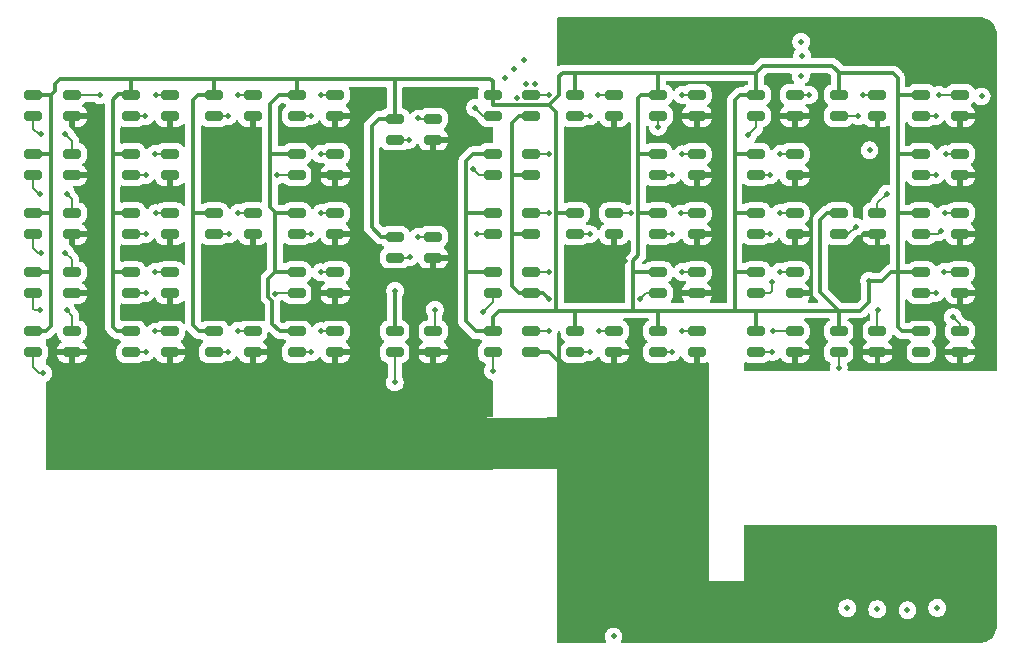
<source format=gbr>
%TF.GenerationSoftware,KiCad,Pcbnew,9.0.5*%
%TF.CreationDate,2025-11-23T18:29:56+02:00*%
%TF.ProjectId,Business_Card,42757369-6e65-4737-935f-436172642e6b,rev?*%
%TF.SameCoordinates,Original*%
%TF.FileFunction,Copper,L1,Top*%
%TF.FilePolarity,Positive*%
%FSLAX46Y46*%
G04 Gerber Fmt 4.6, Leading zero omitted, Abs format (unit mm)*
G04 Created by KiCad (PCBNEW 9.0.5) date 2025-11-23 18:29:56*
%MOMM*%
%LPD*%
G01*
G04 APERTURE LIST*
G04 Aperture macros list*
%AMRoundRect*
0 Rectangle with rounded corners*
0 $1 Rounding radius*
0 $2 $3 $4 $5 $6 $7 $8 $9 X,Y pos of 4 corners*
0 Add a 4 corners polygon primitive as box body*
4,1,4,$2,$3,$4,$5,$6,$7,$8,$9,$2,$3,0*
0 Add four circle primitives for the rounded corners*
1,1,$1+$1,$2,$3*
1,1,$1+$1,$4,$5*
1,1,$1+$1,$6,$7*
1,1,$1+$1,$8,$9*
0 Add four rect primitives between the rounded corners*
20,1,$1+$1,$2,$3,$4,$5,0*
20,1,$1+$1,$4,$5,$6,$7,0*
20,1,$1+$1,$6,$7,$8,$9,0*
20,1,$1+$1,$8,$9,$2,$3,0*%
G04 Aperture macros list end*
%TA.AperFunction,Conductor*%
%ADD10C,0.300000*%
%TD*%
%TA.AperFunction,SMDPad,CuDef*%
%ADD11RoundRect,0.200000X-0.550000X-0.200000X0.550000X-0.200000X0.550000X0.200000X-0.550000X0.200000X0*%
%TD*%
%TA.AperFunction,ViaPad*%
%ADD12C,0.500000*%
%TD*%
%TA.AperFunction,Conductor*%
%ADD13C,0.200000*%
%TD*%
G04 APERTURE END LIST*
D10*
%TO.N,+5V*%
X92130000Y-94070000D02*
X91040000Y-94070000D01*
%TD*%
D11*
%TO.P,D27,1,VDD*%
%TO.N,+5V*%
X129760000Y-94110000D03*
%TO.P,D27,2,DOUT*%
%TO.N,Net-(D27-DOUT)*%
X129760000Y-95890000D03*
%TO.P,D27,3,VSS*%
%TO.N,GND*%
X133040000Y-95890000D03*
%TO.P,D27,4,DIN*%
%TO.N,Net-(D26-DOUT)*%
X133040000Y-94110000D03*
%TD*%
%TO.P,D13,1,VDD*%
%TO.N,+5V*%
X106160000Y-94110000D03*
%TO.P,D13,2,DOUT*%
%TO.N,Net-(D13-DOUT)*%
X106160000Y-95890000D03*
%TO.P,D13,3,VSS*%
%TO.N,GND*%
X109440000Y-95890000D03*
%TO.P,D13,4,DIN*%
%TO.N,Net-(D12-DOUT)*%
X109440000Y-94110000D03*
%TD*%
%TO.P,D14,1,VDD*%
%TO.N,+5V*%
X106160000Y-99110000D03*
%TO.P,D14,2,DOUT*%
%TO.N,Net-(D14-DOUT)*%
X106160000Y-100890000D03*
%TO.P,D14,3,VSS*%
%TO.N,GND*%
X109440000Y-100890000D03*
%TO.P,D14,4,DIN*%
%TO.N,Net-(D13-DOUT)*%
X109440000Y-99110000D03*
%TD*%
%TO.P,D7,1,VDD*%
%TO.N,+5V*%
X92160000Y-114110000D03*
%TO.P,D7,2,DOUT*%
%TO.N,Net-(D7-DOUT)*%
X92160000Y-115890000D03*
%TO.P,D7,3,VSS*%
%TO.N,GND*%
X95440000Y-115890000D03*
%TO.P,D7,4,DIN*%
%TO.N,Net-(D6-DOUT)*%
X95440000Y-114110000D03*
%TD*%
%TO.P,D20,1,VDD*%
%TO.N,+5V*%
X114460000Y-106110000D03*
%TO.P,D20,2,DOUT*%
%TO.N,Net-(D20-DOUT)*%
X114460000Y-107890000D03*
%TO.P,D20,3,VSS*%
%TO.N,GND*%
X117740000Y-107890000D03*
%TO.P,D20,4,DIN*%
%TO.N,Net-(D19-DOUT)*%
X117740000Y-106110000D03*
%TD*%
%TO.P,D41,1,VDD*%
%TO.N,+5V*%
X159060000Y-94110000D03*
%TO.P,D41,2,DOUT*%
%TO.N,Net-(D41-DOUT)*%
X159060000Y-95890000D03*
%TO.P,D41,3,VSS*%
%TO.N,GND*%
X162340000Y-95890000D03*
%TO.P,D41,4,DIN*%
%TO.N,Net-(D40-DOUT)*%
X162340000Y-94110000D03*
%TD*%
%TO.P,D4,1,VDD*%
%TO.N,+5V*%
X83860000Y-104110000D03*
%TO.P,D4,2,DOUT*%
%TO.N,Net-(D4-DOUT)*%
X83860000Y-105890000D03*
%TO.P,D4,3,VSS*%
%TO.N,GND*%
X87140000Y-105890000D03*
%TO.P,D4,4,DIN*%
%TO.N,Net-(D3-DOUT)*%
X87140000Y-104110000D03*
%TD*%
%TO.P,D39,1,VDD*%
%TO.N,+5V*%
X145060000Y-94110000D03*
%TO.P,D39,2,DOUT*%
%TO.N,Net-(D39-DOUT)*%
X145060000Y-95890000D03*
%TO.P,D39,3,VSS*%
%TO.N,GND*%
X148340000Y-95890000D03*
%TO.P,D39,4,DIN*%
%TO.N,Net-(D38-DOUT)*%
X148340000Y-94110000D03*
%TD*%
%TO.P,D42,1,VDD*%
%TO.N,+5V*%
X159060000Y-99110000D03*
%TO.P,D42,2,DOUT*%
%TO.N,Net-(D42-DOUT)*%
X159060000Y-100890000D03*
%TO.P,D42,3,VSS*%
%TO.N,GND*%
X162340000Y-100890000D03*
%TO.P,D42,4,DIN*%
%TO.N,Net-(D41-DOUT)*%
X162340000Y-99110000D03*
%TD*%
%TO.P,D3,1,VDD*%
%TO.N,+5V*%
X83860000Y-99110000D03*
%TO.P,D3,2,DOUT*%
%TO.N,Net-(D3-DOUT)*%
X83860000Y-100890000D03*
%TO.P,D3,3,VSS*%
%TO.N,GND*%
X87140000Y-100890000D03*
%TO.P,D3,4,DIN*%
%TO.N,Net-(D2-DOUT)*%
X87140000Y-99110000D03*
%TD*%
%TO.P,D40,1,VDD*%
%TO.N,+5V*%
X152060000Y-94110000D03*
%TO.P,D40,2,DOUT*%
%TO.N,Net-(D40-DOUT)*%
X152060000Y-95890000D03*
%TO.P,D40,3,VSS*%
%TO.N,GND*%
X155340000Y-95890000D03*
%TO.P,D40,4,DIN*%
%TO.N,Net-(D39-DOUT)*%
X155340000Y-94110000D03*
%TD*%
%TO.P,D43,1,VDD*%
%TO.N,+5V*%
X152060000Y-104110000D03*
%TO.P,D43,2,DOUT*%
%TO.N,Net-(D43-DOUT)*%
X152060000Y-105890000D03*
%TO.P,D43,3,VSS*%
%TO.N,GND*%
X155340000Y-105890000D03*
%TO.P,D43,4,DIN*%
%TO.N,Net-(D42-DOUT)*%
X155340000Y-104110000D03*
%TD*%
%TO.P,D37,1,VDD*%
%TO.N,+5V*%
X145060000Y-104110000D03*
%TO.P,D37,2,DOUT*%
%TO.N,Net-(D37-DOUT)*%
X145060000Y-105890000D03*
%TO.P,D37,3,VSS*%
%TO.N,GND*%
X148340000Y-105890000D03*
%TO.P,D37,4,DIN*%
%TO.N,Net-(D36-DOUT)*%
X148340000Y-104110000D03*
%TD*%
%TO.P,D10,1,VDD*%
%TO.N,+5V*%
X92160000Y-99110000D03*
%TO.P,D10,2,DOUT*%
%TO.N,Net-(D10-DOUT)*%
X92160000Y-100890000D03*
%TO.P,D10,3,VSS*%
%TO.N,GND*%
X95440000Y-100890000D03*
%TO.P,D10,4,DIN*%
%TO.N,Net-(D10-DIN)*%
X95440000Y-99110000D03*
%TD*%
%TO.P,D45,1,VDD*%
%TO.N,+5V*%
X159060000Y-109110000D03*
%TO.P,D45,2,DOUT*%
%TO.N,Net-(D45-DOUT)*%
X159060000Y-110890000D03*
%TO.P,D45,3,VSS*%
%TO.N,GND*%
X162340000Y-110890000D03*
%TO.P,D45,4,DIN*%
%TO.N,Net-(D44-DOUT)*%
X162340000Y-109110000D03*
%TD*%
%TO.P,D30,1,VDD*%
%TO.N,+5V*%
X129760000Y-104110000D03*
%TO.P,D30,2,DOUT*%
%TO.N,Net-(D30-DOUT)*%
X129760000Y-105890000D03*
%TO.P,D30,3,VSS*%
%TO.N,GND*%
X133040000Y-105890000D03*
%TO.P,D30,4,DIN*%
%TO.N,Net-(D29-DOUT)*%
X133040000Y-104110000D03*
%TD*%
%TO.P,D34,1,VDD*%
%TO.N,+5V*%
X136760000Y-114110000D03*
%TO.P,D34,2,DOUT*%
%TO.N,Net-(D34-DOUT)*%
X136760000Y-115890000D03*
%TO.P,D34,3,VSS*%
%TO.N,GND*%
X140040000Y-115890000D03*
%TO.P,D34,4,DIN*%
%TO.N,Net-(D33-DOUT)*%
X140040000Y-114110000D03*
%TD*%
%TO.P,D25,1,VDD*%
%TO.N,+5V*%
X122760000Y-99110000D03*
%TO.P,D25,2,DOUT*%
%TO.N,Net-(D25-DOUT)*%
X122760000Y-100890000D03*
%TO.P,D25,3,VSS*%
%TO.N,GND*%
X126040000Y-100890000D03*
%TO.P,D25,4,DIN*%
%TO.N,Net-(D24-DOUT)*%
X126040000Y-99110000D03*
%TD*%
%TO.P,D6,1,VDD*%
%TO.N,+5V*%
X83860000Y-114110000D03*
%TO.P,D6,2,DOUT*%
%TO.N,Net-(D6-DOUT)*%
X83860000Y-115890000D03*
%TO.P,D6,3,VSS*%
%TO.N,GND*%
X87140000Y-115890000D03*
%TO.P,D6,4,DIN*%
%TO.N,Net-(D5-DOUT)*%
X87140000Y-114110000D03*
%TD*%
%TO.P,D8,1,VDD*%
%TO.N,+5V*%
X92160000Y-109110000D03*
%TO.P,D8,2,DOUT*%
%TO.N,Net-(D8-DOUT)*%
X92160000Y-110890000D03*
%TO.P,D8,3,VSS*%
%TO.N,GND*%
X95440000Y-110890000D03*
%TO.P,D8,4,DIN*%
%TO.N,Net-(D7-DOUT)*%
X95440000Y-109110000D03*
%TD*%
%TO.P,D17,1,VDD*%
%TO.N,+5V*%
X106160000Y-109110000D03*
%TO.P,D17,2,DOUT*%
%TO.N,Net-(D17-DOUT)*%
X106160000Y-110890000D03*
%TO.P,D17,3,VSS*%
%TO.N,GND*%
X109440000Y-110890000D03*
%TO.P,D17,4,DIN*%
%TO.N,Net-(D16-DOUT)*%
X109440000Y-109110000D03*
%TD*%
%TO.P,D18,1,VDD*%
%TO.N,+5V*%
X99160000Y-114110000D03*
%TO.P,D18,2,DOUT*%
%TO.N,Net-(D18-DOUT)*%
X99160000Y-115890000D03*
%TO.P,D18,3,VSS*%
%TO.N,GND*%
X102440000Y-115890000D03*
%TO.P,D18,4,DIN*%
%TO.N,Net-(D17-DOUT)*%
X102440000Y-114110000D03*
%TD*%
%TO.P,D47,1,VDD*%
%TO.N,+5V*%
X159060000Y-114110000D03*
%TO.P,D47,2,DOUT*%
%TO.N,unconnected-(D47-DOUT-Pad2)*%
X159060000Y-115890000D03*
%TO.P,D47,3,VSS*%
%TO.N,GND*%
X162340000Y-115890000D03*
%TO.P,D47,4,DIN*%
%TO.N,Net-(D46-DOUT)*%
X162340000Y-114110000D03*
%TD*%
%TO.P,D23,1,VDD*%
%TO.N,+5V*%
X122760000Y-109110000D03*
%TO.P,D23,2,DOUT*%
%TO.N,Net-(D23-DOUT)*%
X122760000Y-110890000D03*
%TO.P,D23,3,VSS*%
%TO.N,GND*%
X126040000Y-110890000D03*
%TO.P,D23,4,DIN*%
%TO.N,Net-(D22-DOUT)*%
X126040000Y-109110000D03*
%TD*%
%TO.P,D31,1,VDD*%
%TO.N,+5V*%
X136760000Y-104110000D03*
%TO.P,D31,2,DOUT*%
%TO.N,Net-(D31-DOUT)*%
X136760000Y-105890000D03*
%TO.P,D31,3,VSS*%
%TO.N,GND*%
X140040000Y-105890000D03*
%TO.P,D31,4,DIN*%
%TO.N,Net-(D30-DOUT)*%
X140040000Y-104110000D03*
%TD*%
%TO.P,D29,1,VDD*%
%TO.N,+5V*%
X136760000Y-99110000D03*
%TO.P,D29,2,DOUT*%
%TO.N,Net-(D29-DOUT)*%
X136760000Y-100890000D03*
%TO.P,D29,3,VSS*%
%TO.N,GND*%
X140040000Y-100890000D03*
%TO.P,D29,4,DIN*%
%TO.N,Net-(D28-DOUT)*%
X140040000Y-99110000D03*
%TD*%
%TO.P,D46,1,VDD*%
%TO.N,+5V*%
X152060000Y-114110000D03*
%TO.P,D46,2,DOUT*%
%TO.N,Net-(D46-DOUT)*%
X152060000Y-115890000D03*
%TO.P,D46,3,VSS*%
%TO.N,GND*%
X155340000Y-115890000D03*
%TO.P,D46,4,DIN*%
%TO.N,Net-(D45-DOUT)*%
X155340000Y-114110000D03*
%TD*%
%TO.P,D28,1,VDD*%
%TO.N,+5V*%
X136760000Y-94110000D03*
%TO.P,D28,2,DOUT*%
%TO.N,Net-(D28-DOUT)*%
X136760000Y-95890000D03*
%TO.P,D28,3,VSS*%
%TO.N,GND*%
X140040000Y-95890000D03*
%TO.P,D28,4,DIN*%
%TO.N,Net-(D27-DOUT)*%
X140040000Y-94110000D03*
%TD*%
%TO.P,D16,1,VDD*%
%TO.N,+5V*%
X106160000Y-104110000D03*
%TO.P,D16,2,DOUT*%
%TO.N,Net-(D16-DOUT)*%
X106160000Y-105890000D03*
%TO.P,D16,3,VSS*%
%TO.N,GND*%
X109440000Y-105890000D03*
%TO.P,D16,4,DIN*%
%TO.N,Net-(D15-DOUT)*%
X109440000Y-104110000D03*
%TD*%
%TO.P,D11,1,VDD*%
%TO.N,+5V*%
X92160000Y-94110000D03*
%TO.P,D11,2,DOUT*%
%TO.N,Net-(D11-DOUT)*%
X92160000Y-95890000D03*
%TO.P,D11,3,VSS*%
%TO.N,GND*%
X95440000Y-95890000D03*
%TO.P,D11,4,DIN*%
%TO.N,Net-(D10-DOUT)*%
X95440000Y-94110000D03*
%TD*%
%TO.P,D38,1,VDD*%
%TO.N,+5V*%
X145060000Y-99110000D03*
%TO.P,D38,2,DOUT*%
%TO.N,Net-(D38-DOUT)*%
X145060000Y-100890000D03*
%TO.P,D38,3,VSS*%
%TO.N,GND*%
X148340000Y-100890000D03*
%TO.P,D38,4,DIN*%
%TO.N,Net-(D37-DOUT)*%
X148340000Y-99110000D03*
%TD*%
%TO.P,D44,1,VDD*%
%TO.N,+5V*%
X159060000Y-104110000D03*
%TO.P,D44,2,DOUT*%
%TO.N,Net-(D44-DOUT)*%
X159060000Y-105890000D03*
%TO.P,D44,3,VSS*%
%TO.N,GND*%
X162340000Y-105890000D03*
%TO.P,D44,4,DIN*%
%TO.N,Net-(D43-DOUT)*%
X162340000Y-104110000D03*
%TD*%
%TO.P,D33,1,VDD*%
%TO.N,+5V*%
X129760000Y-114110000D03*
%TO.P,D33,2,DOUT*%
%TO.N,Net-(D33-DOUT)*%
X129760000Y-115890000D03*
%TO.P,D33,3,VSS*%
%TO.N,GND*%
X133040000Y-115890000D03*
%TO.P,D33,4,DIN*%
%TO.N,Net-(D32-DOUT)*%
X133040000Y-114110000D03*
%TD*%
%TO.P,D24,1,VDD*%
%TO.N,+5V*%
X122760000Y-104110000D03*
%TO.P,D24,2,DOUT*%
%TO.N,Net-(D24-DOUT)*%
X122760000Y-105890000D03*
%TO.P,D24,3,VSS*%
%TO.N,GND*%
X126040000Y-105890000D03*
%TO.P,D24,4,DIN*%
%TO.N,Net-(D23-DOUT)*%
X126040000Y-104110000D03*
%TD*%
%TO.P,D1,1,VDD*%
%TO.N,/LED1_PWR*%
X114460000Y-114110000D03*
%TO.P,D1,2,DOUT*%
%TO.N,Net-(D1-DOUT)*%
X114460000Y-115890000D03*
%TO.P,D1,3,VSS*%
%TO.N,GND*%
X117740000Y-115890000D03*
%TO.P,D1,4,DIN*%
%TO.N,/LED*%
X117740000Y-114110000D03*
%TD*%
%TO.P,D36,1,VDD*%
%TO.N,+5V*%
X145060000Y-109110000D03*
%TO.P,D36,2,DOUT*%
%TO.N,Net-(D36-DOUT)*%
X145060000Y-110890000D03*
%TO.P,D36,3,VSS*%
%TO.N,GND*%
X148340000Y-110890000D03*
%TO.P,D36,4,DIN*%
%TO.N,Net-(D35-DOUT)*%
X148340000Y-109110000D03*
%TD*%
%TO.P,D5,1,VDD*%
%TO.N,+5V*%
X83860000Y-109110000D03*
%TO.P,D5,2,DOUT*%
%TO.N,Net-(D5-DOUT)*%
X83860000Y-110890000D03*
%TO.P,D5,3,VSS*%
%TO.N,GND*%
X87140000Y-110890000D03*
%TO.P,D5,4,DIN*%
%TO.N,Net-(D4-DOUT)*%
X87140000Y-109110000D03*
%TD*%
%TO.P,D22,1,VDD*%
%TO.N,+5V*%
X122760000Y-114110000D03*
%TO.P,D22,2,DOUT*%
%TO.N,Net-(D22-DOUT)*%
X122760000Y-115890000D03*
%TO.P,D22,3,VSS*%
%TO.N,GND*%
X126040000Y-115890000D03*
%TO.P,D22,4,DIN*%
%TO.N,Net-(D21-DOUT)*%
X126040000Y-114110000D03*
%TD*%
%TO.P,D15,1,VDD*%
%TO.N,+5V*%
X99160000Y-104110000D03*
%TO.P,D15,2,DOUT*%
%TO.N,Net-(D15-DOUT)*%
X99160000Y-105890000D03*
%TO.P,D15,3,VSS*%
%TO.N,GND*%
X102440000Y-105890000D03*
%TO.P,D15,4,DIN*%
%TO.N,Net-(D14-DOUT)*%
X102440000Y-104110000D03*
%TD*%
%TO.P,D26,1,VDD*%
%TO.N,+5V*%
X122760000Y-94110000D03*
%TO.P,D26,2,DOUT*%
%TO.N,Net-(D26-DOUT)*%
X122760000Y-95890000D03*
%TO.P,D26,3,VSS*%
%TO.N,GND*%
X126040000Y-95890000D03*
%TO.P,D26,4,DIN*%
%TO.N,Net-(D25-DOUT)*%
X126040000Y-94110000D03*
%TD*%
%TO.P,D9,1,VDD*%
%TO.N,+5V*%
X92160000Y-104110000D03*
%TO.P,D9,2,DOUT*%
%TO.N,Net-(D10-DIN)*%
X92160000Y-105890000D03*
%TO.P,D9,3,VSS*%
%TO.N,GND*%
X95440000Y-105890000D03*
%TO.P,D9,4,DIN*%
%TO.N,Net-(D8-DOUT)*%
X95440000Y-104110000D03*
%TD*%
%TO.P,D35,1,VDD*%
%TO.N,+5V*%
X145060000Y-114110000D03*
%TO.P,D35,2,DOUT*%
%TO.N,Net-(D35-DOUT)*%
X145060000Y-115890000D03*
%TO.P,D35,3,VSS*%
%TO.N,GND*%
X148340000Y-115890000D03*
%TO.P,D35,4,DIN*%
%TO.N,Net-(D34-DOUT)*%
X148340000Y-114110000D03*
%TD*%
%TO.P,D2,1,VDD*%
%TO.N,+5V*%
X83860000Y-94110000D03*
%TO.P,D2,2,DOUT*%
%TO.N,Net-(D2-DOUT)*%
X83860000Y-95890000D03*
%TO.P,D2,3,VSS*%
%TO.N,GND*%
X87140000Y-95890000D03*
%TO.P,D2,4,DIN*%
%TO.N,Net-(D1-DOUT)*%
X87140000Y-94110000D03*
%TD*%
%TO.P,D32,1,VDD*%
%TO.N,+5V*%
X136760000Y-109110000D03*
%TO.P,D32,2,DOUT*%
%TO.N,Net-(D32-DOUT)*%
X136760000Y-110890000D03*
%TO.P,D32,3,VSS*%
%TO.N,GND*%
X140040000Y-110890000D03*
%TO.P,D32,4,DIN*%
%TO.N,Net-(D31-DOUT)*%
X140040000Y-109110000D03*
%TD*%
%TO.P,D12,1,VDD*%
%TO.N,+5V*%
X99160000Y-94110000D03*
%TO.P,D12,2,DOUT*%
%TO.N,Net-(D12-DOUT)*%
X99160000Y-95890000D03*
%TO.P,D12,3,VSS*%
%TO.N,GND*%
X102440000Y-95890000D03*
%TO.P,D12,4,DIN*%
%TO.N,Net-(D11-DOUT)*%
X102440000Y-94110000D03*
%TD*%
%TO.P,D19,1,VDD*%
%TO.N,+5V*%
X106160000Y-114110000D03*
%TO.P,D19,2,DOUT*%
%TO.N,Net-(D19-DOUT)*%
X106160000Y-115890000D03*
%TO.P,D19,3,VSS*%
%TO.N,GND*%
X109440000Y-115890000D03*
%TO.P,D19,4,DIN*%
%TO.N,Net-(D18-DOUT)*%
X109440000Y-114110000D03*
%TD*%
%TO.P,D21,1,VDD*%
%TO.N,+5V*%
X114460000Y-96110000D03*
%TO.P,D21,2,DOUT*%
%TO.N,Net-(D21-DOUT)*%
X114460000Y-97890000D03*
%TO.P,D21,3,VSS*%
%TO.N,GND*%
X117740000Y-97890000D03*
%TO.P,D21,4,DIN*%
%TO.N,Net-(D20-DOUT)*%
X117740000Y-96110000D03*
%TD*%
D12*
%TO.N,+5V*%
X154630000Y-109860000D03*
%TO.N,GND*%
X87540000Y-123470000D03*
X130270000Y-128380000D03*
X146400000Y-117154076D03*
X138390000Y-138620000D03*
X144090000Y-88770000D03*
X155250000Y-97550000D03*
X112810000Y-124010000D03*
X144730000Y-107540000D03*
X149400000Y-107350000D03*
X95460000Y-107450000D03*
X102420000Y-97430000D03*
X130100000Y-122320000D03*
X137190000Y-97940000D03*
X158910000Y-107514076D03*
X134160000Y-100180000D03*
X151810000Y-102370000D03*
X156670000Y-117104076D03*
X120810000Y-119480000D03*
X149800000Y-111430000D03*
X111410000Y-106720000D03*
X104290000Y-116650000D03*
X95700000Y-123720000D03*
X135560000Y-125230000D03*
X149360000Y-96930000D03*
X88720000Y-112450000D03*
X114320000Y-101720000D03*
X104980000Y-123720000D03*
X149170000Y-117154076D03*
X153860000Y-117144076D03*
X164880000Y-100110000D03*
X109060000Y-121330000D03*
X137600000Y-88590000D03*
X119940000Y-114970000D03*
X141980000Y-108720000D03*
X92030000Y-120420000D03*
X135190000Y-118830000D03*
X95520000Y-97500000D03*
X164470000Y-135990000D03*
X88790000Y-96940000D03*
X98860000Y-100480000D03*
X102460000Y-107470000D03*
X141990000Y-102500000D03*
X129810000Y-100090000D03*
X118870000Y-109570000D03*
X135560000Y-133580000D03*
X99130000Y-110550000D03*
X95460000Y-102510000D03*
X88750000Y-107340000D03*
X100320000Y-120750000D03*
X165050000Y-107600000D03*
X164140000Y-105044076D03*
X118410000Y-103860000D03*
X130640000Y-88590000D03*
X129990000Y-137750000D03*
X144940000Y-102520000D03*
X111080000Y-102150000D03*
X111820000Y-112410000D03*
X133980000Y-108160000D03*
X127500000Y-111379000D03*
X133010000Y-118150000D03*
X152100000Y-108840000D03*
X95440000Y-112330000D03*
X164340000Y-112150000D03*
X111080000Y-96660000D03*
X162950000Y-139290000D03*
X164260000Y-88560000D03*
X164960000Y-116924076D03*
X146330000Y-136340000D03*
X118870000Y-99590000D03*
X150040000Y-99990000D03*
X138562422Y-96561470D03*
X114750000Y-121740000D03*
X97270000Y-115940000D03*
X160910000Y-102550000D03*
X121350000Y-122690000D03*
X88770000Y-102300000D03*
%TO.N,/LED*%
X133000000Y-139950000D03*
X117870000Y-112290000D03*
%TO.N,Net-(D1-DOUT)*%
X114480000Y-118440000D03*
X89490000Y-94120000D03*
%TO.N,Net-(D2-DOUT)*%
X86590000Y-97450000D03*
X84510000Y-97450000D03*
%TO.N,Net-(D3-DOUT)*%
X84410418Y-102470000D03*
X86690000Y-102500000D03*
%TO.N,Net-(D4-DOUT)*%
X84500000Y-107460000D03*
X86580000Y-107460000D03*
%TO.N,Net-(D5-DOUT)*%
X84410418Y-112350000D03*
X86690000Y-112350000D03*
%TO.N,Net-(D6-DOUT)*%
X94190000Y-114130000D03*
X84720000Y-117660000D03*
%TO.N,Net-(D7-DOUT)*%
X93409501Y-115888712D03*
X94190000Y-109100000D03*
%TO.N,Net-(D8-DOUT)*%
X94230000Y-104130000D03*
X93370000Y-110890000D03*
%TO.N,Net-(D10-DIN)*%
X93370000Y-105900000D03*
X94190000Y-99100000D03*
%TO.N,Net-(D10-DOUT)*%
X93370000Y-100890000D03*
X94220000Y-94110000D03*
%TO.N,Net-(D11-DOUT)*%
X101220000Y-94110000D03*
X93360000Y-95900000D03*
%TO.N,Net-(D12-DOUT)*%
X100350000Y-95900000D03*
X108200000Y-94110000D03*
%TO.N,Net-(D13-DOUT)*%
X108200000Y-99110000D03*
X107400000Y-95880000D03*
%TO.N,Net-(D14-DOUT)*%
X104540000Y-100900000D03*
X101230000Y-104080000D03*
%TO.N,Net-(D15-DOUT)*%
X108220000Y-104120000D03*
X100430000Y-105890000D03*
%TO.N,Net-(D16-DOUT)*%
X107360000Y-105880000D03*
X108220000Y-109120000D03*
%TO.N,Net-(D17-DOUT)*%
X101170000Y-114080000D03*
X104360000Y-110930000D03*
%TO.N,Net-(D18-DOUT)*%
X100370000Y-115890000D03*
X108220000Y-114110000D03*
%TO.N,Net-(D19-DOUT)*%
X107420000Y-115890000D03*
X116460000Y-106110000D03*
%TO.N,Net-(D20-DOUT)*%
X116460000Y-96100000D03*
X115720000Y-107870000D03*
%TO.N,Net-(D21-DOUT)*%
X127520000Y-114110000D03*
X115670000Y-97900000D03*
%TO.N,Net-(D22-DOUT)*%
X122770000Y-117460000D03*
X127550000Y-109100000D03*
%TO.N,Net-(D23-DOUT)*%
X121980000Y-112460000D03*
X127550000Y-104090000D03*
%TO.N,Net-(D24-DOUT)*%
X127530000Y-99090000D03*
X121400000Y-105880000D03*
%TO.N,Net-(D25-DOUT)*%
X121100000Y-100400000D03*
X127550000Y-94130000D03*
%TO.N,Net-(D26-DOUT)*%
X131720000Y-94080000D03*
X121270000Y-95190000D03*
%TO.N,Net-(D27-DOUT)*%
X131010000Y-95910000D03*
X138820000Y-94100000D03*
%TO.N,Net-(D28-DOUT)*%
X136760000Y-96810000D03*
X138820000Y-99130000D03*
%TO.N,Net-(D29-DOUT)*%
X137960000Y-100920000D03*
X134490000Y-104130000D03*
%TO.N,Net-(D30-DOUT)*%
X138670000Y-104140000D03*
X130970000Y-105890000D03*
%TO.N,Net-(D31-DOUT)*%
X138820000Y-109100000D03*
X137980000Y-105900000D03*
%TO.N,Net-(D32-DOUT)*%
X131780000Y-114100000D03*
X135220000Y-111380000D03*
%TO.N,Net-(D33-DOUT)*%
X138820000Y-114110000D03*
X130970000Y-115910000D03*
%TO.N,Net-(D34-DOUT)*%
X146460000Y-114080000D03*
X137970000Y-115890000D03*
%TO.N,Net-(D35-DOUT)*%
X146440000Y-115870000D03*
X147060000Y-109100000D03*
%TO.N,Net-(D36-DOUT)*%
X146430000Y-109979000D03*
X147080000Y-104110000D03*
%TO.N,Net-(D37-DOUT)*%
X146250000Y-105890000D03*
X147130000Y-99100000D03*
%TO.N,Net-(D38-DOUT)*%
X146250000Y-100890000D03*
X149550000Y-94110000D03*
%TO.N,Net-(D39-DOUT)*%
X144420000Y-97480000D03*
X154130000Y-94100000D03*
%TO.N,Net-(D40-DOUT)*%
X160510000Y-94100000D03*
X153720000Y-95910000D03*
%TO.N,Net-(D41-DOUT)*%
X160280000Y-95890000D03*
X161120000Y-99130000D03*
%TO.N,Net-(D42-DOUT)*%
X156120415Y-102490000D03*
X160260000Y-100900000D03*
%TO.N,Net-(D43-DOUT)*%
X153490000Y-105260000D03*
X161040000Y-104140000D03*
%TO.N,Net-(D44-DOUT)*%
X161000000Y-109060000D03*
X160760000Y-105590000D03*
%TO.N,/INT*%
X157880415Y-137719999D03*
X148840415Y-92499999D03*
%TO.N,/SCL*%
X152790415Y-137559999D03*
X148970415Y-90800825D03*
%TO.N,/SDA*%
X155310415Y-137659999D03*
X148870415Y-89599999D03*
%TO.N,/ANTENNA*%
X126381875Y-93192973D03*
X124606541Y-91907913D03*
X123806541Y-92707913D03*
X125406547Y-91107913D03*
X125580209Y-93210000D03*
X124780415Y-94379999D03*
%TO.N,/LED1_PWR*%
X154670415Y-98789999D03*
X114500000Y-110680000D03*
%TO.N,/BTN*%
X160410415Y-137539999D03*
X164160415Y-94229999D03*
%TO.N,Net-(D45-DOUT)*%
X160270000Y-110860000D03*
X155370000Y-112320000D03*
%TO.N,Net-(D46-DOUT)*%
X161730000Y-112920000D03*
X152060000Y-117204076D03*
%TD*%
D10*
%TO.N,+5V*%
X103759000Y-109681000D02*
X103759000Y-111178943D01*
X97420000Y-104110000D02*
X99160000Y-104110000D01*
X121320000Y-114110000D02*
X120499000Y-113289000D01*
X122760000Y-94951998D02*
X122760000Y-94110000D01*
X85340000Y-99110000D02*
X83860000Y-99110000D01*
X136720000Y-112370000D02*
X143240000Y-112370000D01*
X84920000Y-114110000D02*
X83860000Y-114110000D01*
X150510000Y-104680000D02*
X151080000Y-104110000D01*
X152060000Y-112370000D02*
X150510000Y-110820000D01*
X157040000Y-113770000D02*
X157380000Y-114110000D01*
X151080000Y-104110000D02*
X152060000Y-104110000D01*
X128680000Y-92240000D02*
X128400000Y-92520000D01*
X90590000Y-94520000D02*
X90590000Y-99120000D01*
X145060000Y-114110000D02*
X145060000Y-112370000D01*
X134610000Y-112370000D02*
X136720000Y-112370000D01*
X103910000Y-94850000D02*
X103910000Y-99190000D01*
X135091000Y-104100000D02*
X135091000Y-107686226D01*
X143240000Y-109150000D02*
X143240000Y-104110000D01*
X143240000Y-112370000D02*
X145060000Y-112370000D01*
X104340000Y-109100000D02*
X103759000Y-109681000D01*
X135091000Y-107686226D02*
X134610000Y-108167226D01*
X90590000Y-104120000D02*
X90590000Y-109110000D01*
X128160000Y-104060000D02*
X128210000Y-104110000D01*
X90590000Y-104120000D02*
X90600000Y-104110000D01*
X120499000Y-104080000D02*
X120499000Y-99711000D01*
X156450000Y-109110000D02*
X157040000Y-109110000D01*
X97400000Y-104090000D02*
X97420000Y-104110000D01*
X152150000Y-92280000D02*
X151510000Y-91640000D01*
X120499000Y-104080000D02*
X120529000Y-104110000D01*
X159060000Y-94110000D02*
X159040000Y-94130000D01*
X85340000Y-109110000D02*
X83860000Y-109110000D01*
X122570000Y-92770000D02*
X114530000Y-92770000D01*
X94070000Y-92770000D02*
X86090000Y-92770000D01*
X104390000Y-104110000D02*
X106160000Y-104110000D01*
X155700000Y-109860000D02*
X156450000Y-109110000D01*
X120499000Y-113289000D02*
X120499000Y-109110000D01*
X151510000Y-91640000D02*
X145650000Y-91640000D01*
X128160000Y-112370000D02*
X129720000Y-112370000D01*
X120499000Y-109110000D02*
X120499000Y-104080000D01*
X103910000Y-99190000D02*
X103910000Y-103630000D01*
X99160000Y-92770000D02*
X99160000Y-94110000D01*
X143690000Y-94110000D02*
X145060000Y-94110000D01*
X157040000Y-99110000D02*
X157040000Y-101130000D01*
X129760000Y-114110000D02*
X129760000Y-112410000D01*
X143280000Y-109110000D02*
X145060000Y-109110000D01*
X143240000Y-104110000D02*
X145060000Y-104110000D01*
X145060000Y-112370000D02*
X152060000Y-112370000D01*
X97900000Y-114110000D02*
X99160000Y-114110000D01*
X157040000Y-94390000D02*
X157040000Y-94110000D01*
X112510000Y-96740000D02*
X113140000Y-96110000D01*
X152060000Y-112370000D02*
X152060000Y-114110000D01*
X103910000Y-99190000D02*
X103990000Y-99110000D01*
X103990000Y-99110000D02*
X106160000Y-99110000D01*
X104340000Y-109100000D02*
X104350000Y-109110000D01*
X134610000Y-109120000D02*
X134610000Y-112370000D01*
X129760000Y-92280000D02*
X129760000Y-94110000D01*
X90600000Y-104110000D02*
X92160000Y-104110000D01*
X134610000Y-109120000D02*
X134620000Y-109110000D01*
X85340000Y-113690000D02*
X84920000Y-114110000D01*
X145050000Y-92240000D02*
X128680000Y-92240000D01*
X154630000Y-109860000D02*
X155700000Y-109860000D01*
X134620000Y-109110000D02*
X136760000Y-109110000D01*
X97400000Y-94500000D02*
X97400000Y-104090000D01*
X159060000Y-104110000D02*
X157060000Y-104110000D01*
X114460000Y-106110000D02*
X113310000Y-106110000D01*
X128160000Y-104060000D02*
X128160000Y-112370000D01*
X106220000Y-92770000D02*
X106160000Y-92830000D01*
X143240000Y-109150000D02*
X143280000Y-109110000D01*
X86090000Y-92770000D02*
X85680000Y-93180000D01*
X122789001Y-94980999D02*
X122760000Y-94951998D01*
X85340000Y-94110000D02*
X83860000Y-94110000D01*
X157040000Y-94110000D02*
X159060000Y-94110000D01*
X157380000Y-114110000D02*
X159060000Y-114110000D01*
X120499000Y-109110000D02*
X122760000Y-109110000D01*
X128160000Y-95590000D02*
X128160000Y-104060000D01*
X145650000Y-91640000D02*
X145060000Y-92230000D01*
X136720000Y-112370000D02*
X136720000Y-114070000D01*
X122760000Y-114110000D02*
X122760000Y-112890000D01*
X104100000Y-113470000D02*
X104740000Y-114110000D01*
X157040000Y-109110000D02*
X159060000Y-109110000D01*
X120499000Y-99711000D02*
X121100000Y-99110000D01*
X92160000Y-92770000D02*
X92160000Y-94110000D01*
X101030000Y-92770000D02*
X99160000Y-92770000D01*
X122760000Y-114110000D02*
X121320000Y-114110000D01*
X99160000Y-94110000D02*
X97790000Y-94110000D01*
X143240000Y-94560000D02*
X143690000Y-94110000D01*
X104340000Y-104060000D02*
X104340000Y-109020000D01*
X143240000Y-104110000D02*
X143240000Y-99110000D01*
X121100000Y-99110000D02*
X122760000Y-99110000D01*
X143240000Y-99110000D02*
X143240000Y-94560000D01*
X135101000Y-99110000D02*
X136760000Y-99110000D01*
X90590000Y-109110000D02*
X90590000Y-113730000D01*
X143240000Y-112370000D02*
X143240000Y-109150000D01*
X143240000Y-99110000D02*
X145060000Y-99110000D01*
X107650000Y-92770000D02*
X106220000Y-92770000D01*
X152060000Y-92370000D02*
X152060000Y-94110000D01*
X122760000Y-112890000D02*
X123280000Y-112370000D01*
X127550999Y-94980999D02*
X128160000Y-95590000D01*
X106160000Y-94110000D02*
X104650000Y-94110000D01*
X85340000Y-109110000D02*
X85340000Y-113690000D01*
X90590000Y-99120000D02*
X90600000Y-99110000D01*
X135091000Y-99100000D02*
X135101000Y-99110000D01*
X91040000Y-94070000D02*
X90590000Y-94520000D01*
X154630000Y-111600000D02*
X153860000Y-112370000D01*
X90600000Y-99110000D02*
X92160000Y-99110000D01*
X90590000Y-113730000D02*
X90970000Y-114110000D01*
X157040000Y-94390000D02*
X157040000Y-92660000D01*
X159060000Y-99110000D02*
X157040000Y-99110000D01*
X145060000Y-92230000D02*
X145050000Y-92240000D01*
X104340000Y-104060000D02*
X104390000Y-104110000D01*
X103759000Y-111178943D02*
X104100000Y-111519943D01*
X157040000Y-92660000D02*
X156660000Y-92280000D01*
X104100000Y-111519943D02*
X104100000Y-113470000D01*
X112510000Y-105310000D02*
X112510000Y-96740000D01*
X128400000Y-92520000D02*
X128400000Y-94129943D01*
X122760000Y-94110000D02*
X122760000Y-92960000D01*
X113310000Y-106110000D02*
X112510000Y-105310000D01*
X123280000Y-112370000D02*
X128160000Y-112370000D01*
X97400000Y-104090000D02*
X97400000Y-113610000D01*
X157040000Y-101130000D02*
X157040000Y-94390000D01*
X150510000Y-110820000D02*
X150510000Y-104680000D01*
X85340000Y-104110000D02*
X83860000Y-104110000D01*
X157060000Y-104110000D02*
X157040000Y-104090000D01*
X97400000Y-113610000D02*
X97900000Y-114110000D01*
X114530000Y-92770000D02*
X114460000Y-92840000D01*
X129720000Y-112370000D02*
X134610000Y-112370000D01*
X90590000Y-99120000D02*
X90590000Y-104120000D01*
X114530000Y-92770000D02*
X107650000Y-92770000D01*
X135091000Y-94369000D02*
X135091000Y-99100000D01*
X101030000Y-92770000D02*
X94070000Y-92770000D01*
X154630000Y-109860000D02*
X154630000Y-111600000D01*
X157040000Y-109110000D02*
X157040000Y-113770000D01*
X104740000Y-114110000D02*
X106160000Y-114110000D01*
X90970000Y-114110000D02*
X92160000Y-114110000D01*
X114460000Y-92840000D02*
X114460000Y-96110000D01*
X97790000Y-94110000D02*
X97400000Y-94500000D01*
X103910000Y-103630000D02*
X104340000Y-104060000D01*
X122760000Y-92960000D02*
X122570000Y-92770000D01*
X107650000Y-92770000D02*
X101030000Y-92770000D01*
X85680000Y-93180000D02*
X85680000Y-93770000D01*
D13*
X129760000Y-112410000D02*
X129720000Y-112370000D01*
D10*
X128400000Y-94129943D02*
X127548944Y-94980999D01*
X120529000Y-104110000D02*
X122760000Y-104110000D01*
X85340000Y-99110000D02*
X85340000Y-104110000D01*
X85680000Y-93770000D02*
X85340000Y-94110000D01*
X135350000Y-94110000D02*
X135091000Y-94369000D01*
X136760000Y-94110000D02*
X135350000Y-94110000D01*
X157040000Y-101130000D02*
X157040000Y-104830000D01*
X127548944Y-94980999D02*
X122789001Y-94980999D01*
X94070000Y-92770000D02*
X92160000Y-92770000D01*
X135091000Y-99100000D02*
X135091000Y-104100000D01*
X134610000Y-108167226D02*
X134610000Y-109120000D01*
X85340000Y-94110000D02*
X85340000Y-99110000D01*
X135091000Y-104100000D02*
X136750000Y-104100000D01*
X127548944Y-94980999D02*
X127550999Y-94980999D01*
X85340000Y-104110000D02*
X85340000Y-109110000D01*
X113140000Y-96110000D02*
X114460000Y-96110000D01*
X104650000Y-94110000D02*
X103910000Y-94850000D01*
X145060000Y-92230000D02*
X145060000Y-94110000D01*
X104350000Y-109110000D02*
X106160000Y-109110000D01*
X136760000Y-92260000D02*
X136760000Y-94110000D01*
X156660000Y-92280000D02*
X152150000Y-92280000D01*
X153860000Y-112370000D02*
X152060000Y-112370000D01*
X106160000Y-92830000D02*
X106160000Y-94110000D01*
X90590000Y-109110000D02*
X92160000Y-109110000D01*
D13*
X136750000Y-104100000D02*
X136760000Y-104110000D01*
D10*
X157040000Y-104090000D02*
X157040000Y-104830000D01*
D13*
X136720000Y-114070000D02*
X136760000Y-114110000D01*
D10*
X157040000Y-104830000D02*
X157040000Y-109110000D01*
X152150000Y-92280000D02*
X152060000Y-92370000D01*
X128210000Y-104110000D02*
X129760000Y-104110000D01*
%TO.N,GND*%
X133040000Y-118120000D02*
X133040000Y-115890000D01*
X124960000Y-110890000D02*
X126040000Y-110890000D01*
X124970000Y-95890000D02*
X124360000Y-96500000D01*
D13*
X124380000Y-105890000D02*
X124360000Y-105910000D01*
D10*
X127011000Y-110890000D02*
X127500000Y-111379000D01*
X126040000Y-95890000D02*
X124970000Y-95890000D01*
X132970000Y-117330000D02*
X133040000Y-117260000D01*
X127530000Y-115890000D02*
X128970000Y-117330000D01*
X126040000Y-110890000D02*
X127011000Y-110890000D01*
X124360000Y-110290000D02*
X124960000Y-110890000D01*
D13*
X133010000Y-118150000D02*
X133040000Y-118120000D01*
D10*
X128970000Y-117330000D02*
X132970000Y-117330000D01*
X124360000Y-100360000D02*
X124360000Y-105910000D01*
X124360000Y-96500000D02*
X124360000Y-100360000D01*
X133040000Y-117260000D02*
X133040000Y-115890000D01*
X126040000Y-115890000D02*
X127530000Y-115890000D01*
X124360000Y-105910000D02*
X124360000Y-110290000D01*
X124360000Y-100890000D02*
X126040000Y-100890000D01*
X126040000Y-105890000D02*
X124380000Y-105890000D01*
D13*
%TO.N,/LED*%
X117870000Y-112290000D02*
X117870000Y-113980000D01*
X117870000Y-113980000D02*
X117740000Y-114110000D01*
%TO.N,Net-(D1-DOUT)*%
X114460000Y-118420000D02*
X114480000Y-118440000D01*
X87160000Y-94090000D02*
X87140000Y-94110000D01*
X114460000Y-115890000D02*
X114460000Y-118420000D01*
X89490000Y-94120000D02*
X89460000Y-94090000D01*
X89460000Y-94090000D02*
X87160000Y-94090000D01*
%TO.N,Net-(D2-DOUT)*%
X87140000Y-98000000D02*
X87140000Y-99110000D01*
X83860000Y-96970000D02*
X84340000Y-97450000D01*
X86590000Y-97450000D02*
X87140000Y-98000000D01*
X84340000Y-97450000D02*
X84510000Y-97450000D01*
X83860000Y-95890000D02*
X83860000Y-96970000D01*
%TO.N,Net-(D3-DOUT)*%
X83860000Y-100890000D02*
X83860000Y-101980000D01*
X83860000Y-101980000D02*
X84380000Y-102500000D01*
X87140000Y-102950000D02*
X87140000Y-104110000D01*
X84380418Y-102500000D02*
X84410418Y-102470000D01*
X84380000Y-102500000D02*
X84380418Y-102500000D01*
X86690000Y-102500000D02*
X87140000Y-102950000D01*
%TO.N,Net-(D4-DOUT)*%
X83860000Y-105890000D02*
X83860000Y-107070000D01*
X84250000Y-107460000D02*
X84500000Y-107460000D01*
X83860000Y-107070000D02*
X84250000Y-107460000D01*
X86580000Y-107460000D02*
X87140000Y-108020000D01*
X87140000Y-108020000D02*
X87140000Y-109110000D01*
%TO.N,Net-(D5-DOUT)*%
X87140000Y-112800000D02*
X87140000Y-114110000D01*
X86690000Y-112350000D02*
X87140000Y-112800000D01*
X83860000Y-110890000D02*
X83860000Y-112190000D01*
X83860000Y-112190000D02*
X84020000Y-112350000D01*
X84020000Y-112350000D02*
X84410418Y-112350000D01*
%TO.N,Net-(D6-DOUT)*%
X83860000Y-115890000D02*
X83860000Y-117140000D01*
X84190000Y-117470000D02*
X84380000Y-117660000D01*
X84380000Y-117660000D02*
X84720000Y-117660000D01*
X83860000Y-117140000D02*
X84190000Y-117470000D01*
X94190000Y-114130000D02*
X94210000Y-114110000D01*
X94210000Y-114110000D02*
X95440000Y-114110000D01*
%TO.N,Net-(D7-DOUT)*%
X94190000Y-109100000D02*
X95430000Y-109100000D01*
X92160000Y-115890000D02*
X93350000Y-115890000D01*
X95430000Y-109100000D02*
X95440000Y-109110000D01*
%TO.N,Net-(D8-DOUT)*%
X92160000Y-110890000D02*
X93370000Y-110890000D01*
X94230000Y-104130000D02*
X95420000Y-104130000D01*
X95420000Y-104130000D02*
X95440000Y-104110000D01*
%TO.N,Net-(D10-DIN)*%
X94200000Y-99110000D02*
X94190000Y-99100000D01*
X95440000Y-99110000D02*
X94200000Y-99110000D01*
X92160000Y-105890000D02*
X93360000Y-105890000D01*
X93360000Y-105890000D02*
X93370000Y-105900000D01*
%TO.N,Net-(D10-DOUT)*%
X95440000Y-94110000D02*
X94220000Y-94110000D01*
X92160000Y-100890000D02*
X93370000Y-100890000D01*
%TO.N,Net-(D11-DOUT)*%
X92160000Y-95890000D02*
X93350000Y-95890000D01*
X93350000Y-95890000D02*
X93360000Y-95900000D01*
X102440000Y-94110000D02*
X101220000Y-94110000D01*
%TO.N,Net-(D12-DOUT)*%
X99160000Y-95890000D02*
X100340000Y-95890000D01*
X100340000Y-95890000D02*
X100350000Y-95900000D01*
X109440000Y-94110000D02*
X108200000Y-94110000D01*
%TO.N,Net-(D13-DOUT)*%
X109440000Y-99110000D02*
X108200000Y-99110000D01*
X107390000Y-95890000D02*
X107400000Y-95880000D01*
X106160000Y-95890000D02*
X107390000Y-95890000D01*
%TO.N,Net-(D14-DOUT)*%
X104550000Y-100890000D02*
X104540000Y-100900000D01*
X101260000Y-104110000D02*
X101230000Y-104080000D01*
X102440000Y-104110000D02*
X101260000Y-104110000D01*
X106160000Y-100890000D02*
X104550000Y-100890000D01*
%TO.N,Net-(D15-DOUT)*%
X99160000Y-105890000D02*
X100430000Y-105890000D01*
X108230000Y-104110000D02*
X108220000Y-104120000D01*
X109440000Y-104110000D02*
X108230000Y-104110000D01*
%TO.N,Net-(D16-DOUT)*%
X108230000Y-109110000D02*
X108220000Y-109120000D01*
X109440000Y-109110000D02*
X108230000Y-109110000D01*
X106160000Y-105890000D02*
X107350000Y-105890000D01*
X107350000Y-105890000D02*
X107360000Y-105880000D01*
%TO.N,Net-(D17-DOUT)*%
X102440000Y-114110000D02*
X101200000Y-114110000D01*
X106160000Y-110890000D02*
X104400000Y-110890000D01*
X104400000Y-110890000D02*
X104360000Y-110930000D01*
X101200000Y-114110000D02*
X101170000Y-114080000D01*
%TO.N,Net-(D18-DOUT)*%
X109440000Y-114110000D02*
X108220000Y-114110000D01*
X99160000Y-115890000D02*
X100370000Y-115890000D01*
%TO.N,Net-(D19-DOUT)*%
X117740000Y-106110000D02*
X116460000Y-106110000D01*
X106160000Y-115890000D02*
X107420000Y-115890000D01*
%TO.N,Net-(D20-DOUT)*%
X114460000Y-107890000D02*
X115700000Y-107890000D01*
X117740000Y-96110000D02*
X116470000Y-96110000D01*
X116470000Y-96110000D02*
X116460000Y-96100000D01*
X115700000Y-107890000D02*
X115720000Y-107870000D01*
%TO.N,Net-(D21-DOUT)*%
X114460000Y-97890000D02*
X115660000Y-97890000D01*
X115660000Y-97890000D02*
X115670000Y-97900000D01*
X126040000Y-114110000D02*
X127520000Y-114110000D01*
%TO.N,Net-(D22-DOUT)*%
X122760000Y-117450000D02*
X122770000Y-117460000D01*
X122760000Y-115890000D02*
X122760000Y-117450000D01*
X127540000Y-109110000D02*
X127550000Y-109100000D01*
X126040000Y-109110000D02*
X127540000Y-109110000D01*
%TO.N,Net-(D23-DOUT)*%
X126040000Y-104110000D02*
X127530000Y-104110000D01*
X127530000Y-104110000D02*
X127550000Y-104090000D01*
X122760000Y-111680000D02*
X121980000Y-112460000D01*
X122760000Y-110890000D02*
X122760000Y-111680000D01*
%TO.N,Net-(D24-DOUT)*%
X127510000Y-99110000D02*
X127530000Y-99090000D01*
X121410000Y-105890000D02*
X121400000Y-105880000D01*
X122760000Y-105890000D02*
X121410000Y-105890000D01*
X126040000Y-99110000D02*
X127510000Y-99110000D01*
%TO.N,Net-(D25-DOUT)*%
X126040000Y-94110000D02*
X127530000Y-94110000D01*
X127530000Y-94110000D02*
X127550000Y-94130000D01*
X121590000Y-100890000D02*
X121100000Y-100400000D01*
X122760000Y-100890000D02*
X121590000Y-100890000D01*
%TO.N,Net-(D26-DOUT)*%
X133040000Y-94110000D02*
X131750000Y-94110000D01*
X122760000Y-95890000D02*
X121970000Y-95890000D01*
X121970000Y-95890000D02*
X121270000Y-95190000D01*
X131750000Y-94110000D02*
X131720000Y-94080000D01*
%TO.N,Net-(D27-DOUT)*%
X138830000Y-94110000D02*
X138820000Y-94100000D01*
X129760000Y-95890000D02*
X130990000Y-95890000D01*
X130990000Y-95890000D02*
X131010000Y-95910000D01*
X140040000Y-94110000D02*
X138830000Y-94110000D01*
%TO.N,Net-(D28-DOUT)*%
X138840000Y-99110000D02*
X138820000Y-99130000D01*
X136760000Y-95890000D02*
X136760000Y-96810000D01*
X140040000Y-99110000D02*
X138840000Y-99110000D01*
%TO.N,Net-(D29-DOUT)*%
X133040000Y-104110000D02*
X134470000Y-104110000D01*
X134470000Y-104110000D02*
X134490000Y-104130000D01*
X136760000Y-100890000D02*
X137930000Y-100890000D01*
X137930000Y-100890000D02*
X137960000Y-100920000D01*
%TO.N,Net-(D30-DOUT)*%
X129760000Y-105890000D02*
X130970000Y-105890000D01*
X138700000Y-104110000D02*
X138670000Y-104140000D01*
X140040000Y-104110000D02*
X138700000Y-104110000D01*
%TO.N,Net-(D31-DOUT)*%
X140040000Y-109110000D02*
X138830000Y-109110000D01*
X137970000Y-105890000D02*
X137980000Y-105900000D01*
X138830000Y-109110000D02*
X138820000Y-109100000D01*
X136760000Y-105890000D02*
X137970000Y-105890000D01*
%TO.N,Net-(D32-DOUT)*%
X136760000Y-110890000D02*
X135710000Y-110890000D01*
X135710000Y-110890000D02*
X135220000Y-111380000D01*
X131790000Y-114110000D02*
X131780000Y-114100000D01*
X133040000Y-114110000D02*
X131790000Y-114110000D01*
%TO.N,Net-(D33-DOUT)*%
X140040000Y-114110000D02*
X138820000Y-114110000D01*
X129760000Y-115890000D02*
X130950000Y-115890000D01*
X130950000Y-115890000D02*
X130970000Y-115910000D01*
%TO.N,Net-(D34-DOUT)*%
X136760000Y-115890000D02*
X137970000Y-115890000D01*
X148340000Y-114110000D02*
X146490000Y-114110000D01*
X146490000Y-114110000D02*
X146460000Y-114080000D01*
%TO.N,Net-(D35-DOUT)*%
X148340000Y-109110000D02*
X147070000Y-109110000D01*
X147070000Y-109110000D02*
X147060000Y-109100000D01*
X145060000Y-115890000D02*
X146420000Y-115890000D01*
X146420000Y-115890000D02*
X146440000Y-115870000D01*
%TO.N,Net-(D36-DOUT)*%
X146400000Y-110690000D02*
X146430000Y-110660000D01*
X146200000Y-110890000D02*
X146400000Y-110690000D01*
X146430000Y-110660000D02*
X146430000Y-109979000D01*
X145060000Y-110890000D02*
X146200000Y-110890000D01*
X148340000Y-104110000D02*
X147080000Y-104110000D01*
%TO.N,Net-(D37-DOUT)*%
X147140000Y-99110000D02*
X147130000Y-99100000D01*
X145060000Y-105890000D02*
X146250000Y-105890000D01*
X148340000Y-99110000D02*
X147140000Y-99110000D01*
%TO.N,Net-(D38-DOUT)*%
X145060000Y-100890000D02*
X146250000Y-100890000D01*
X148340000Y-94110000D02*
X149550000Y-94110000D01*
%TO.N,Net-(D39-DOUT)*%
X145060000Y-95890000D02*
X145060000Y-96840000D01*
X145060000Y-96840000D02*
X144420000Y-97480000D01*
X154140000Y-94110000D02*
X154130000Y-94100000D01*
X155340000Y-94110000D02*
X154140000Y-94110000D01*
%TO.N,Net-(D40-DOUT)*%
X162340000Y-94110000D02*
X160520000Y-94110000D01*
X153700000Y-95890000D02*
X153720000Y-95910000D01*
X160520000Y-94110000D02*
X160510000Y-94100000D01*
X152060000Y-95890000D02*
X153700000Y-95890000D01*
%TO.N,Net-(D41-DOUT)*%
X161140000Y-99110000D02*
X161120000Y-99130000D01*
X162340000Y-99110000D02*
X161140000Y-99110000D01*
X159060000Y-95890000D02*
X160280000Y-95890000D01*
%TO.N,Net-(D42-DOUT)*%
X160250000Y-100890000D02*
X160260000Y-100900000D01*
X159060000Y-100890000D02*
X160250000Y-100890000D01*
X155340000Y-103270415D02*
X156120415Y-102490000D01*
X155340000Y-104110000D02*
X155340000Y-103270415D01*
%TO.N,Net-(D43-DOUT)*%
X152860000Y-105890000D02*
X153490000Y-105260000D01*
X161070000Y-104110000D02*
X161040000Y-104140000D01*
X162340000Y-104110000D02*
X161070000Y-104110000D01*
X152060000Y-105890000D02*
X152860000Y-105890000D01*
%TO.N,Net-(D44-DOUT)*%
X162340000Y-109110000D02*
X161050000Y-109110000D01*
X160460000Y-105890000D02*
X160760000Y-105590000D01*
X161050000Y-109110000D02*
X161000000Y-109060000D01*
X159060000Y-105890000D02*
X160460000Y-105890000D01*
D10*
%TO.N,/LED1_PWR*%
X114470000Y-114100000D02*
X114460000Y-114110000D01*
X114470000Y-110710000D02*
X114470000Y-114100000D01*
X114500000Y-110680000D02*
X114470000Y-110710000D01*
D13*
%TO.N,Net-(D45-DOUT)*%
X155340000Y-112350000D02*
X155370000Y-112320000D01*
X160240000Y-110890000D02*
X160270000Y-110860000D01*
X159060000Y-110890000D02*
X160240000Y-110890000D01*
X155340000Y-114110000D02*
X155340000Y-112350000D01*
%TO.N,Net-(D46-DOUT)*%
X152060000Y-117204076D02*
X152060000Y-115890000D01*
X162340000Y-114110000D02*
X162340000Y-113530000D01*
X162340000Y-113530000D02*
X161730000Y-112920000D01*
%TD*%
%TA.AperFunction,Conductor*%
%TO.N,GND*%
G36*
X132838177Y-125790000D02*
G01*
X119554270Y-125790000D01*
X119504093Y-121497367D01*
X121780000Y-121420000D01*
X132808111Y-121390355D01*
X132838177Y-125790000D01*
G37*
%TD.AperFunction*%
%TD*%
%TA.AperFunction,Conductor*%
%TO.N,GND*%
G36*
X113752539Y-93440185D02*
G01*
X113798294Y-93492989D01*
X113809500Y-93544500D01*
X113809500Y-95116353D01*
X113789815Y-95183392D01*
X113737011Y-95229147D01*
X113722391Y-95234738D01*
X113620396Y-95266521D01*
X113620394Y-95266521D01*
X113620394Y-95266522D01*
X113569893Y-95297051D01*
X113474813Y-95354529D01*
X113454891Y-95374452D01*
X113406160Y-95423182D01*
X113344840Y-95456666D01*
X113318481Y-95459500D01*
X113075929Y-95459500D01*
X112950261Y-95484497D01*
X112950251Y-95484500D01*
X112914042Y-95499499D01*
X112831881Y-95533530D01*
X112831863Y-95533540D01*
X112725332Y-95604721D01*
X112725325Y-95604727D01*
X112004726Y-96325326D01*
X112004723Y-96325331D01*
X111942720Y-96418126D01*
X111933535Y-96431873D01*
X111933534Y-96431873D01*
X111884499Y-96550255D01*
X111884497Y-96550261D01*
X111859500Y-96675928D01*
X111859500Y-105374071D01*
X111870838Y-105431068D01*
X111881632Y-105485331D01*
X111884376Y-105499127D01*
X111884499Y-105499744D01*
X111898897Y-105534505D01*
X111933535Y-105618127D01*
X112004723Y-105724669D01*
X112004726Y-105724673D01*
X112895328Y-106615275D01*
X112976599Y-106669578D01*
X112976598Y-106669578D01*
X112991916Y-106679812D01*
X113001873Y-106686465D01*
X113120256Y-106735501D01*
X113120260Y-106735501D01*
X113120261Y-106735502D01*
X113245928Y-106760500D01*
X113245931Y-106760500D01*
X113318481Y-106760500D01*
X113342609Y-106767585D01*
X113367576Y-106770633D01*
X113378701Y-106778182D01*
X113385520Y-106780185D01*
X113397667Y-106789077D01*
X113402092Y-106792749D01*
X113474815Y-106865472D01*
X113529730Y-106898669D01*
X113536849Y-106904577D01*
X113551399Y-106926190D01*
X113569001Y-106945411D01*
X113570599Y-106954711D01*
X113575868Y-106962537D01*
X113576423Y-106988587D01*
X113580839Y-107014271D01*
X113577156Y-107022957D01*
X113577358Y-107032390D01*
X113563740Y-107054607D01*
X113553570Y-107078599D01*
X113543898Y-107086979D01*
X113540845Y-107091961D01*
X113534759Y-107094898D01*
X113521814Y-107106115D01*
X113499674Y-107119500D01*
X113474811Y-107134530D01*
X113354530Y-107254811D01*
X113266522Y-107400393D01*
X113215913Y-107562807D01*
X113209500Y-107633386D01*
X113209500Y-108146613D01*
X113215913Y-108217192D01*
X113215913Y-108217194D01*
X113215914Y-108217196D01*
X113230303Y-108263372D01*
X113266522Y-108379606D01*
X113354530Y-108525188D01*
X113474811Y-108645469D01*
X113474813Y-108645470D01*
X113474815Y-108645472D01*
X113620394Y-108733478D01*
X113782804Y-108784086D01*
X113853384Y-108790500D01*
X113853387Y-108790500D01*
X115066613Y-108790500D01*
X115066616Y-108790500D01*
X115137196Y-108784086D01*
X115299606Y-108733478D01*
X115445185Y-108645472D01*
X115452478Y-108638178D01*
X115513796Y-108604694D01*
X115564349Y-108604242D01*
X115622717Y-108615852D01*
X115646081Y-108620500D01*
X115646082Y-108620500D01*
X115793920Y-108620500D01*
X115891462Y-108601096D01*
X115938913Y-108591658D01*
X116070751Y-108537049D01*
X116075488Y-108535087D01*
X116075488Y-108535086D01*
X116075495Y-108535084D01*
X116198416Y-108452951D01*
X116302951Y-108348416D01*
X116318540Y-108325084D01*
X116372152Y-108280279D01*
X116441477Y-108271572D01*
X116504505Y-108301726D01*
X116540028Y-108357084D01*
X116546981Y-108379396D01*
X116634927Y-108524877D01*
X116755122Y-108645072D01*
X116900604Y-108733019D01*
X116900603Y-108733019D01*
X117062894Y-108783590D01*
X117062893Y-108783590D01*
X117133427Y-108789999D01*
X117489999Y-108789999D01*
X117990000Y-108789999D01*
X118346581Y-108789999D01*
X118417102Y-108783591D01*
X118417107Y-108783590D01*
X118579396Y-108733018D01*
X118724877Y-108645072D01*
X118845072Y-108524877D01*
X118933019Y-108379395D01*
X118983590Y-108217106D01*
X118990000Y-108146572D01*
X118990000Y-108140000D01*
X117990000Y-108140000D01*
X117990000Y-108789999D01*
X117489999Y-108789999D01*
X117490000Y-108789998D01*
X117490000Y-108014000D01*
X117509685Y-107946961D01*
X117562489Y-107901206D01*
X117614000Y-107890000D01*
X117740000Y-107890000D01*
X117740000Y-107764000D01*
X117759685Y-107696961D01*
X117812489Y-107651206D01*
X117864000Y-107640000D01*
X118989999Y-107640000D01*
X118989999Y-107633417D01*
X118983591Y-107562897D01*
X118983590Y-107562892D01*
X118933018Y-107400603D01*
X118845072Y-107255122D01*
X118724877Y-107134927D01*
X118677702Y-107106409D01*
X118630514Y-107054881D01*
X118618676Y-106986022D01*
X118645945Y-106921693D01*
X118677695Y-106894180D01*
X118725185Y-106865472D01*
X118845472Y-106745185D01*
X118933478Y-106599606D01*
X118984086Y-106437196D01*
X118990500Y-106366616D01*
X118990500Y-105853384D01*
X118984086Y-105782804D01*
X118933478Y-105620394D01*
X118845472Y-105474815D01*
X118845470Y-105474813D01*
X118845469Y-105474811D01*
X118725188Y-105354530D01*
X118646645Y-105307049D01*
X118579606Y-105266522D01*
X118417196Y-105215914D01*
X118417194Y-105215913D01*
X118417192Y-105215913D01*
X118367778Y-105211423D01*
X118346616Y-105209500D01*
X117133384Y-105209500D01*
X117114145Y-105211248D01*
X117062807Y-105215913D01*
X116900393Y-105266522D01*
X116754814Y-105354527D01*
X116749844Y-105358422D01*
X116684931Y-105384270D01*
X116649180Y-105382427D01*
X116533920Y-105359500D01*
X116533918Y-105359500D01*
X116386082Y-105359500D01*
X116386080Y-105359500D01*
X116241092Y-105388340D01*
X116241082Y-105388343D01*
X116104511Y-105444912D01*
X116104498Y-105444919D01*
X115981584Y-105527048D01*
X115981580Y-105527051D01*
X115877051Y-105631580D01*
X115877045Y-105631588D01*
X115870796Y-105640940D01*
X115817182Y-105685743D01*
X115747857Y-105694447D01*
X115684831Y-105664290D01*
X115657425Y-105626772D01*
X115657358Y-105626813D01*
X115656893Y-105626045D01*
X115654619Y-105622931D01*
X115653480Y-105620401D01*
X115653478Y-105620394D01*
X115565472Y-105474815D01*
X115565470Y-105474813D01*
X115565469Y-105474811D01*
X115445188Y-105354530D01*
X115366645Y-105307049D01*
X115299606Y-105266522D01*
X115137196Y-105215914D01*
X115137194Y-105215913D01*
X115137192Y-105215913D01*
X115087778Y-105211423D01*
X115066616Y-105209500D01*
X113853384Y-105209500D01*
X113834145Y-105211248D01*
X113782807Y-105215913D01*
X113620391Y-105266523D01*
X113557738Y-105304398D01*
X113490183Y-105322234D01*
X113423710Y-105300716D01*
X113405908Y-105285962D01*
X113196819Y-105076873D01*
X113163334Y-105015550D01*
X113160500Y-104989192D01*
X113160500Y-98630520D01*
X113180185Y-98563481D01*
X113232989Y-98517726D01*
X113302147Y-98507782D01*
X113365703Y-98536807D01*
X113372181Y-98542839D01*
X113474811Y-98645469D01*
X113474813Y-98645470D01*
X113474815Y-98645472D01*
X113620394Y-98733478D01*
X113782804Y-98784086D01*
X113853384Y-98790500D01*
X113853387Y-98790500D01*
X115066613Y-98790500D01*
X115066616Y-98790500D01*
X115137196Y-98784086D01*
X115299606Y-98733478D01*
X115435122Y-98651554D01*
X115502677Y-98633719D01*
X115523465Y-98636055D01*
X115596080Y-98650500D01*
X115596082Y-98650500D01*
X115743920Y-98650500D01*
X115844362Y-98630520D01*
X115888913Y-98621658D01*
X116025495Y-98565084D01*
X116148416Y-98482951D01*
X116252951Y-98378416D01*
X116309014Y-98294510D01*
X116362625Y-98249707D01*
X116431950Y-98240999D01*
X116494978Y-98271153D01*
X116530501Y-98326511D01*
X116546981Y-98379396D01*
X116634927Y-98524877D01*
X116755122Y-98645072D01*
X116900604Y-98733019D01*
X116900603Y-98733019D01*
X117062894Y-98783590D01*
X117062893Y-98783590D01*
X117133427Y-98789999D01*
X117489999Y-98789999D01*
X117990000Y-98789999D01*
X118346581Y-98789999D01*
X118417102Y-98783591D01*
X118417107Y-98783590D01*
X118579396Y-98733018D01*
X118724877Y-98645072D01*
X118845072Y-98524877D01*
X118933019Y-98379395D01*
X118983590Y-98217106D01*
X118990000Y-98146572D01*
X118990000Y-98140000D01*
X117990000Y-98140000D01*
X117990000Y-98789999D01*
X117489999Y-98789999D01*
X117490000Y-98789998D01*
X117490000Y-98014000D01*
X117509685Y-97946961D01*
X117562489Y-97901206D01*
X117614000Y-97890000D01*
X117740000Y-97890000D01*
X117740000Y-97764000D01*
X117759685Y-97696961D01*
X117812489Y-97651206D01*
X117864000Y-97640000D01*
X118989999Y-97640000D01*
X118989999Y-97633417D01*
X118983591Y-97562897D01*
X118983590Y-97562892D01*
X118933018Y-97400603D01*
X118845072Y-97255122D01*
X118724877Y-97134927D01*
X118677702Y-97106409D01*
X118630514Y-97054881D01*
X118618676Y-96986022D01*
X118645945Y-96921693D01*
X118677695Y-96894180D01*
X118725185Y-96865472D01*
X118845472Y-96745185D01*
X118933478Y-96599606D01*
X118984086Y-96437196D01*
X118990500Y-96366616D01*
X118990500Y-95853384D01*
X118984086Y-95782804D01*
X118933478Y-95620394D01*
X118845472Y-95474815D01*
X118845470Y-95474813D01*
X118845469Y-95474811D01*
X118725188Y-95354530D01*
X118716867Y-95349500D01*
X118579606Y-95266522D01*
X118417196Y-95215914D01*
X118417194Y-95215913D01*
X118417192Y-95215913D01*
X118367778Y-95211423D01*
X118346616Y-95209500D01*
X117133384Y-95209500D01*
X117114145Y-95211248D01*
X117062807Y-95215913D01*
X116900393Y-95266522D01*
X116748396Y-95358408D01*
X116746777Y-95355730D01*
X116695057Y-95376300D01*
X116659359Y-95374452D01*
X116533920Y-95349500D01*
X116533918Y-95349500D01*
X116386082Y-95349500D01*
X116386080Y-95349500D01*
X116241092Y-95378340D01*
X116241082Y-95378343D01*
X116104511Y-95434912D01*
X116104498Y-95434919D01*
X115981584Y-95517048D01*
X115981580Y-95517051D01*
X115877051Y-95621580D01*
X115877046Y-95621587D01*
X115868109Y-95634962D01*
X115814496Y-95679767D01*
X115745171Y-95688473D01*
X115682144Y-95658317D01*
X115658588Y-95626069D01*
X115657358Y-95626813D01*
X115653477Y-95620393D01*
X115565472Y-95474815D01*
X115565470Y-95474813D01*
X115565469Y-95474811D01*
X115445188Y-95354530D01*
X115445185Y-95354528D01*
X115299606Y-95266522D01*
X115291256Y-95263920D01*
X115197609Y-95234738D01*
X115139462Y-95196000D01*
X115111488Y-95131975D01*
X115110500Y-95116353D01*
X115110500Y-93544500D01*
X115130185Y-93477461D01*
X115182989Y-93431706D01*
X115234500Y-93420500D01*
X121467505Y-93420500D01*
X121534544Y-93440185D01*
X121580299Y-93492989D01*
X121590243Y-93562147D01*
X121573622Y-93608650D01*
X121566522Y-93620393D01*
X121515913Y-93782807D01*
X121513337Y-93811156D01*
X121509533Y-93853028D01*
X121509500Y-93853386D01*
X121509500Y-94321341D01*
X121489815Y-94388380D01*
X121437011Y-94434135D01*
X121367853Y-94444079D01*
X121361312Y-94442959D01*
X121343920Y-94439500D01*
X121343918Y-94439500D01*
X121196082Y-94439500D01*
X121196080Y-94439500D01*
X121051092Y-94468340D01*
X121051082Y-94468343D01*
X120914511Y-94524912D01*
X120914498Y-94524919D01*
X120791584Y-94607048D01*
X120791580Y-94607051D01*
X120687051Y-94711580D01*
X120687048Y-94711584D01*
X120604919Y-94834498D01*
X120604912Y-94834511D01*
X120548343Y-94971082D01*
X120548340Y-94971092D01*
X120519500Y-95116079D01*
X120519500Y-95116082D01*
X120519500Y-95263918D01*
X120519500Y-95263920D01*
X120519499Y-95263920D01*
X120548340Y-95408907D01*
X120548343Y-95408917D01*
X120604912Y-95545488D01*
X120604919Y-95545501D01*
X120687048Y-95668415D01*
X120687051Y-95668419D01*
X120791580Y-95772948D01*
X120791584Y-95772951D01*
X120914498Y-95855080D01*
X120914511Y-95855087D01*
X121046324Y-95909685D01*
X121051087Y-95911658D01*
X121128212Y-95926999D01*
X121190119Y-95959382D01*
X121191699Y-95960934D01*
X121489478Y-96258713D01*
X121489480Y-96258716D01*
X121515070Y-96284306D01*
X121525062Y-96294298D01*
X121525069Y-96294311D01*
X121555765Y-96345088D01*
X121566519Y-96379599D01*
X121566520Y-96379603D01*
X121610525Y-96452395D01*
X121650629Y-96518736D01*
X121654530Y-96525188D01*
X121774811Y-96645469D01*
X121774813Y-96645470D01*
X121774815Y-96645472D01*
X121920394Y-96733478D01*
X122082804Y-96784086D01*
X122153384Y-96790500D01*
X122153387Y-96790500D01*
X122638492Y-96790500D01*
X122705531Y-96810185D01*
X122751286Y-96862989D01*
X122762492Y-96914443D01*
X122763031Y-98085443D01*
X122743377Y-98152491D01*
X122690594Y-98198271D01*
X122639031Y-98209500D01*
X122153384Y-98209500D01*
X122134145Y-98211248D01*
X122082807Y-98215913D01*
X121920393Y-98266522D01*
X121774813Y-98354529D01*
X121757076Y-98372267D01*
X121706160Y-98423182D01*
X121644840Y-98456666D01*
X121618481Y-98459500D01*
X121035929Y-98459500D01*
X120918038Y-98482951D01*
X120918033Y-98482952D01*
X120910259Y-98484498D01*
X120910257Y-98484498D01*
X120791870Y-98533535D01*
X120685331Y-98604722D01*
X120685324Y-98604728D01*
X119993727Y-99296325D01*
X119993721Y-99296332D01*
X119946760Y-99366615D01*
X119946761Y-99366616D01*
X119922534Y-99402874D01*
X119873499Y-99521255D01*
X119873497Y-99521261D01*
X119848500Y-99646928D01*
X119848500Y-113353070D01*
X119858237Y-113402017D01*
X119870749Y-113464919D01*
X119872655Y-113474498D01*
X119872658Y-113474512D01*
X119873499Y-113478745D01*
X119922532Y-113597123D01*
X119993726Y-113703673D01*
X120905327Y-114615274D01*
X120986598Y-114669577D01*
X120986597Y-114669577D01*
X121005574Y-114682256D01*
X121011873Y-114686465D01*
X121130256Y-114735501D01*
X121130260Y-114735501D01*
X121130261Y-114735502D01*
X121255928Y-114760500D01*
X121255931Y-114760500D01*
X121618481Y-114760500D01*
X121642609Y-114767585D01*
X121667576Y-114770633D01*
X121678701Y-114778182D01*
X121685520Y-114780185D01*
X121697667Y-114789077D01*
X121702092Y-114792749D01*
X121774815Y-114865472D01*
X121829730Y-114898669D01*
X121836849Y-114904577D01*
X121851399Y-114926190D01*
X121869001Y-114945411D01*
X121870599Y-114954711D01*
X121875868Y-114962537D01*
X121876423Y-114988587D01*
X121880839Y-115014271D01*
X121877156Y-115022957D01*
X121877358Y-115032390D01*
X121863740Y-115054607D01*
X121853570Y-115078599D01*
X121843898Y-115086979D01*
X121840845Y-115091961D01*
X121834759Y-115094898D01*
X121821814Y-115106115D01*
X121798282Y-115120341D01*
X121774811Y-115134530D01*
X121654530Y-115254811D01*
X121566522Y-115400393D01*
X121515913Y-115562807D01*
X121509500Y-115633386D01*
X121509500Y-116146613D01*
X121515913Y-116217192D01*
X121515913Y-116217194D01*
X121515914Y-116217196D01*
X121566522Y-116379606D01*
X121622949Y-116472948D01*
X121654530Y-116525188D01*
X121774811Y-116645469D01*
X121774813Y-116645470D01*
X121774815Y-116645472D01*
X121920394Y-116733478D01*
X122072390Y-116780841D01*
X122093560Y-116794944D01*
X122116703Y-116805513D01*
X122122151Y-116813990D01*
X122130538Y-116819578D01*
X122140723Y-116842890D01*
X122154477Y-116864291D01*
X122156636Y-116879310D01*
X122158512Y-116883603D01*
X122159500Y-116899226D01*
X122159500Y-116985199D01*
X122139815Y-117052238D01*
X122138602Y-117054089D01*
X122104916Y-117104503D01*
X122104914Y-117104506D01*
X122048343Y-117241082D01*
X122048340Y-117241092D01*
X122019500Y-117386079D01*
X122019500Y-117386082D01*
X122019500Y-117533918D01*
X122019500Y-117533920D01*
X122019499Y-117533920D01*
X122048340Y-117678907D01*
X122048343Y-117678917D01*
X122104912Y-117815488D01*
X122104919Y-117815501D01*
X122187048Y-117938415D01*
X122187051Y-117938419D01*
X122291580Y-118042948D01*
X122291584Y-118042951D01*
X122414498Y-118125080D01*
X122414511Y-118125087D01*
X122551082Y-118181656D01*
X122551087Y-118181658D01*
X122672535Y-118205816D01*
X122734446Y-118238201D01*
X122769020Y-118298916D01*
X122772344Y-118327376D01*
X122773767Y-121417327D01*
X122773767Y-121417328D01*
X121780000Y-121420000D01*
X119504093Y-121497367D01*
X119554270Y-125790000D01*
X122775779Y-125790000D01*
X122775793Y-125820122D01*
X122701842Y-125836127D01*
X122701841Y-125836128D01*
X122701837Y-125836128D01*
X122701682Y-125836162D01*
X122701588Y-125836155D01*
X122675519Y-125838968D01*
X85084480Y-125858649D01*
X85017430Y-125839000D01*
X84971648Y-125786220D01*
X84960415Y-125734649D01*
X84960415Y-118455605D01*
X84980100Y-118388566D01*
X85032904Y-118342811D01*
X85036915Y-118341064D01*
X85075495Y-118325084D01*
X85198416Y-118242951D01*
X85302951Y-118138416D01*
X85385084Y-118015495D01*
X85441658Y-117878913D01*
X85470500Y-117733918D01*
X85470500Y-117586082D01*
X85470500Y-117586079D01*
X85441659Y-117441092D01*
X85441658Y-117441091D01*
X85441658Y-117441087D01*
X85418873Y-117386079D01*
X85385087Y-117304511D01*
X85385080Y-117304498D01*
X85302951Y-117181584D01*
X85302948Y-117181580D01*
X85198419Y-117077051D01*
X85198415Y-117077048D01*
X85075501Y-116994919D01*
X85075489Y-116994913D01*
X85036960Y-116978953D01*
X84982558Y-116935111D01*
X84960494Y-116868817D01*
X84960415Y-116864393D01*
X84960415Y-116568117D01*
X84978297Y-116503969D01*
X85053478Y-116379606D01*
X85104086Y-116217196D01*
X85110500Y-116146616D01*
X85110500Y-116146582D01*
X85890001Y-116146582D01*
X85896408Y-116217102D01*
X85896409Y-116217107D01*
X85946981Y-116379396D01*
X86034927Y-116524877D01*
X86155122Y-116645072D01*
X86300604Y-116733019D01*
X86300603Y-116733019D01*
X86462894Y-116783590D01*
X86462893Y-116783590D01*
X86533427Y-116789999D01*
X86889999Y-116789999D01*
X87390000Y-116789999D01*
X87746581Y-116789999D01*
X87817102Y-116783591D01*
X87817107Y-116783590D01*
X87979396Y-116733018D01*
X88124877Y-116645072D01*
X88245072Y-116524877D01*
X88333019Y-116379395D01*
X88383590Y-116217106D01*
X88390000Y-116146572D01*
X88390000Y-116140000D01*
X87390000Y-116140000D01*
X87390000Y-116789999D01*
X86889999Y-116789999D01*
X86890000Y-116789998D01*
X86890000Y-116140000D01*
X85890001Y-116140000D01*
X85890001Y-116146582D01*
X85110500Y-116146582D01*
X85110500Y-115633384D01*
X85104086Y-115562804D01*
X85053478Y-115400394D01*
X84978297Y-115276031D01*
X84960415Y-115211882D01*
X84960415Y-114866968D01*
X84980100Y-114799929D01*
X85032904Y-114754174D01*
X85060215Y-114745353D01*
X85109744Y-114735501D01*
X85228127Y-114686465D01*
X85253402Y-114669577D01*
X85253404Y-114669576D01*
X85280491Y-114651477D01*
X85334669Y-114615277D01*
X85677819Y-114272127D01*
X85739142Y-114238642D01*
X85808833Y-114243626D01*
X85864767Y-114285497D01*
X85889184Y-114350962D01*
X85889500Y-114359808D01*
X85889500Y-114366613D01*
X85895913Y-114437192D01*
X85895913Y-114437194D01*
X85895914Y-114437196D01*
X85946522Y-114599606D01*
X86028674Y-114735502D01*
X86034530Y-114745188D01*
X86154810Y-114865468D01*
X86154814Y-114865471D01*
X86154815Y-114865472D01*
X86202296Y-114894175D01*
X86249484Y-114945702D01*
X86261323Y-115014562D01*
X86234055Y-115078891D01*
X86202298Y-115106408D01*
X86155125Y-115134925D01*
X86155121Y-115134928D01*
X86034927Y-115255122D01*
X85946980Y-115400604D01*
X85896409Y-115562893D01*
X85890000Y-115633427D01*
X85890000Y-115640000D01*
X88389999Y-115640000D01*
X88389999Y-115633417D01*
X88383591Y-115562897D01*
X88383590Y-115562892D01*
X88333018Y-115400603D01*
X88245072Y-115255122D01*
X88124877Y-115134927D01*
X88077702Y-115106409D01*
X88030514Y-115054881D01*
X88018676Y-114986022D01*
X88045945Y-114921693D01*
X88077695Y-114894180D01*
X88125185Y-114865472D01*
X88245472Y-114745185D01*
X88333478Y-114599606D01*
X88384086Y-114437196D01*
X88390500Y-114366616D01*
X88390500Y-113853384D01*
X88384086Y-113782804D01*
X88333478Y-113620394D01*
X88245472Y-113474815D01*
X88245470Y-113474813D01*
X88245469Y-113474811D01*
X88125188Y-113354530D01*
X88122773Y-113353070D01*
X87979606Y-113266522D01*
X87979604Y-113266521D01*
X87979602Y-113266520D01*
X87979603Y-113266520D01*
X87827610Y-113219158D01*
X87769462Y-113180421D01*
X87741488Y-113116396D01*
X87740500Y-113100773D01*
X87740500Y-112720945D01*
X87740500Y-112720943D01*
X87707592Y-112598127D01*
X87707592Y-112598126D01*
X87707592Y-112598125D01*
X87699577Y-112568215D01*
X87651892Y-112485623D01*
X87645950Y-112475331D01*
X87620520Y-112431284D01*
X87508716Y-112319480D01*
X87508713Y-112319478D01*
X87460934Y-112271699D01*
X87427449Y-112210376D01*
X87427025Y-112208346D01*
X87411658Y-112131087D01*
X87406327Y-112118216D01*
X87355087Y-111994511D01*
X87355081Y-111994500D01*
X87347323Y-111982889D01*
X87326446Y-111916211D01*
X87344931Y-111848831D01*
X87396910Y-111802142D01*
X87450426Y-111789999D01*
X87746581Y-111789999D01*
X87817102Y-111783591D01*
X87817107Y-111783590D01*
X87979396Y-111733018D01*
X88124877Y-111645072D01*
X88245072Y-111524877D01*
X88333019Y-111379395D01*
X88383590Y-111217106D01*
X88390000Y-111146572D01*
X88390000Y-111140000D01*
X87264000Y-111140000D01*
X87196961Y-111120315D01*
X87151206Y-111067511D01*
X87140000Y-111016000D01*
X87140000Y-110764000D01*
X87159685Y-110696961D01*
X87212489Y-110651206D01*
X87264000Y-110640000D01*
X88389999Y-110640000D01*
X88389999Y-110633417D01*
X88383591Y-110562897D01*
X88383590Y-110562892D01*
X88333018Y-110400603D01*
X88245072Y-110255122D01*
X88124877Y-110134927D01*
X88077702Y-110106409D01*
X88030514Y-110054881D01*
X88018676Y-109986022D01*
X88045945Y-109921693D01*
X88077695Y-109894180D01*
X88125185Y-109865472D01*
X88245472Y-109745185D01*
X88333478Y-109599606D01*
X88384086Y-109437196D01*
X88390500Y-109366616D01*
X88390500Y-108853384D01*
X88384086Y-108782804D01*
X88333478Y-108620394D01*
X88245472Y-108474815D01*
X88245470Y-108474813D01*
X88245469Y-108474811D01*
X88125188Y-108354530D01*
X88125024Y-108354431D01*
X87979606Y-108266522D01*
X87827609Y-108219158D01*
X87769463Y-108180422D01*
X87741489Y-108116397D01*
X87740501Y-108100774D01*
X87740501Y-107940944D01*
X87740501Y-107940943D01*
X87699577Y-107788216D01*
X87685596Y-107764000D01*
X87620524Y-107651290D01*
X87620518Y-107651282D01*
X87350934Y-107381698D01*
X87317449Y-107320375D01*
X87317024Y-107318338D01*
X87301658Y-107241087D01*
X87268348Y-107160669D01*
X87245087Y-107104511D01*
X87245080Y-107104498D01*
X87162951Y-106981584D01*
X87162948Y-106981580D01*
X87058419Y-106877051D01*
X87058415Y-106877048D01*
X86945109Y-106801339D01*
X86935632Y-106789999D01*
X87390000Y-106789999D01*
X87746581Y-106789999D01*
X87817102Y-106783591D01*
X87817107Y-106783590D01*
X87979396Y-106733018D01*
X88124877Y-106645072D01*
X88245072Y-106524877D01*
X88333019Y-106379395D01*
X88383590Y-106217106D01*
X88390000Y-106146572D01*
X88390000Y-106140000D01*
X87390000Y-106140000D01*
X87390000Y-106789999D01*
X86935632Y-106789999D01*
X86900304Y-106747727D01*
X86890000Y-106698237D01*
X86890000Y-106014000D01*
X86909685Y-105946961D01*
X86962489Y-105901206D01*
X87014000Y-105890000D01*
X87140000Y-105890000D01*
X87140000Y-105764000D01*
X87159685Y-105696961D01*
X87212489Y-105651206D01*
X87264000Y-105640000D01*
X88389999Y-105640000D01*
X88389999Y-105633417D01*
X88383591Y-105562897D01*
X88383590Y-105562892D01*
X88333018Y-105400603D01*
X88245072Y-105255122D01*
X88124877Y-105134927D01*
X88077702Y-105106409D01*
X88030514Y-105054881D01*
X88018676Y-104986022D01*
X88045945Y-104921693D01*
X88077695Y-104894180D01*
X88125185Y-104865472D01*
X88245472Y-104745185D01*
X88333478Y-104599606D01*
X88384086Y-104437196D01*
X88390500Y-104366616D01*
X88390500Y-103853384D01*
X88384086Y-103782804D01*
X88333478Y-103620394D01*
X88245472Y-103474815D01*
X88245470Y-103474813D01*
X88245469Y-103474811D01*
X88125188Y-103354530D01*
X88125183Y-103354527D01*
X87979606Y-103266522D01*
X87979604Y-103266521D01*
X87979602Y-103266520D01*
X87979603Y-103266520D01*
X87827610Y-103219158D01*
X87769462Y-103180421D01*
X87741488Y-103116396D01*
X87740500Y-103100773D01*
X87740500Y-102870945D01*
X87740500Y-102870943D01*
X87699577Y-102718216D01*
X87699577Y-102718215D01*
X87682659Y-102688913D01*
X87665818Y-102659743D01*
X87665817Y-102659742D01*
X87620521Y-102581286D01*
X87620520Y-102581284D01*
X87508716Y-102469480D01*
X87508715Y-102469479D01*
X87504385Y-102465149D01*
X87504374Y-102465139D01*
X87460934Y-102421699D01*
X87427449Y-102360376D01*
X87427025Y-102358346D01*
X87411658Y-102281087D01*
X87389500Y-102227592D01*
X87355087Y-102144511D01*
X87355080Y-102144498D01*
X87272951Y-102021584D01*
X87272948Y-102021580D01*
X87253048Y-102001680D01*
X87219563Y-101940357D01*
X87224547Y-101870665D01*
X87266419Y-101814732D01*
X87331883Y-101790315D01*
X87340729Y-101789999D01*
X87746581Y-101789999D01*
X87817102Y-101783591D01*
X87817107Y-101783590D01*
X87979396Y-101733018D01*
X88124877Y-101645072D01*
X88245072Y-101524877D01*
X88333019Y-101379395D01*
X88383590Y-101217106D01*
X88390000Y-101146572D01*
X88390000Y-101140000D01*
X87264000Y-101140000D01*
X87196961Y-101120315D01*
X87151206Y-101067511D01*
X87140000Y-101016000D01*
X87140000Y-100764000D01*
X87159685Y-100696961D01*
X87212489Y-100651206D01*
X87264000Y-100640000D01*
X88389999Y-100640000D01*
X88389999Y-100633417D01*
X88383591Y-100562897D01*
X88383590Y-100562892D01*
X88333018Y-100400603D01*
X88245072Y-100255122D01*
X88124877Y-100134927D01*
X88077702Y-100106409D01*
X88030514Y-100054881D01*
X88018676Y-99986022D01*
X88045945Y-99921693D01*
X88077695Y-99894180D01*
X88125185Y-99865472D01*
X88245472Y-99745185D01*
X88333478Y-99599606D01*
X88384086Y-99437196D01*
X88390500Y-99366616D01*
X88390500Y-98853384D01*
X88384086Y-98782804D01*
X88333478Y-98620394D01*
X88245472Y-98474815D01*
X88245470Y-98474813D01*
X88245469Y-98474811D01*
X88125188Y-98354530D01*
X88125185Y-98354528D01*
X87979606Y-98266522D01*
X87979604Y-98266521D01*
X87979602Y-98266520D01*
X87979603Y-98266520D01*
X87827610Y-98219158D01*
X87769462Y-98180421D01*
X87741488Y-98116396D01*
X87740500Y-98100773D01*
X87740500Y-97920945D01*
X87740500Y-97920943D01*
X87699577Y-97768216D01*
X87696570Y-97763008D01*
X87620524Y-97631290D01*
X87620521Y-97631286D01*
X87620520Y-97631284D01*
X87508716Y-97519480D01*
X87508715Y-97519479D01*
X87504385Y-97515149D01*
X87504374Y-97515139D01*
X87360934Y-97371699D01*
X87327449Y-97310376D01*
X87327025Y-97308346D01*
X87311658Y-97231087D01*
X87289811Y-97178343D01*
X87255087Y-97094511D01*
X87255080Y-97094498D01*
X87172951Y-96971584D01*
X87172948Y-96971580D01*
X87068419Y-96867051D01*
X87068415Y-96867048D01*
X86953104Y-96789999D01*
X87390000Y-96789999D01*
X87746581Y-96789999D01*
X87817102Y-96783591D01*
X87817107Y-96783590D01*
X87979396Y-96733018D01*
X88124877Y-96645072D01*
X88245072Y-96524877D01*
X88333019Y-96379395D01*
X88383590Y-96217106D01*
X88390000Y-96146572D01*
X88390000Y-96140000D01*
X87390000Y-96140000D01*
X87390000Y-96789999D01*
X86953104Y-96789999D01*
X86945109Y-96784657D01*
X86900304Y-96731045D01*
X86890000Y-96681555D01*
X86890000Y-96014000D01*
X86909685Y-95946961D01*
X86962489Y-95901206D01*
X87014000Y-95890000D01*
X87140000Y-95890000D01*
X87140000Y-95764000D01*
X87159685Y-95696961D01*
X87212489Y-95651206D01*
X87264000Y-95640000D01*
X88389999Y-95640000D01*
X88389999Y-95633417D01*
X88383591Y-95562897D01*
X88383590Y-95562892D01*
X88333018Y-95400603D01*
X88245072Y-95255122D01*
X88124877Y-95134927D01*
X88077702Y-95106409D01*
X88030514Y-95054881D01*
X88018676Y-94986022D01*
X88045945Y-94921693D01*
X88077695Y-94894180D01*
X88125185Y-94865472D01*
X88245472Y-94745185D01*
X88245475Y-94745179D01*
X88250102Y-94739276D01*
X88252441Y-94741109D01*
X88293873Y-94703165D01*
X88348467Y-94690500D01*
X88955334Y-94690500D01*
X89022373Y-94710185D01*
X89024225Y-94711398D01*
X89134498Y-94785080D01*
X89134511Y-94785087D01*
X89269421Y-94840968D01*
X89271087Y-94841658D01*
X89271091Y-94841658D01*
X89271092Y-94841659D01*
X89416079Y-94870500D01*
X89416082Y-94870500D01*
X89563920Y-94870500D01*
X89669354Y-94849527D01*
X89708913Y-94841658D01*
X89768050Y-94817162D01*
X89837515Y-94809694D01*
X89899995Y-94840968D01*
X89935648Y-94901057D01*
X89939500Y-94931724D01*
X89939500Y-113794071D01*
X89951299Y-113853384D01*
X89960759Y-113900942D01*
X89962777Y-113911087D01*
X89964499Y-113919744D01*
X90008551Y-114026096D01*
X90013535Y-114038127D01*
X90084723Y-114144669D01*
X90084726Y-114144673D01*
X90084727Y-114144674D01*
X90464724Y-114524669D01*
X90521067Y-114581012D01*
X90555332Y-114615277D01*
X90661866Y-114686461D01*
X90661875Y-114686466D01*
X90688692Y-114697574D01*
X90780256Y-114735501D01*
X90780260Y-114735501D01*
X90780261Y-114735502D01*
X90905928Y-114760500D01*
X90905931Y-114760500D01*
X91018481Y-114760500D01*
X91042609Y-114767585D01*
X91067576Y-114770633D01*
X91078701Y-114778182D01*
X91085520Y-114780185D01*
X91097667Y-114789077D01*
X91102092Y-114792749D01*
X91174815Y-114865472D01*
X91229730Y-114898669D01*
X91236849Y-114904577D01*
X91251399Y-114926190D01*
X91269001Y-114945411D01*
X91270599Y-114954711D01*
X91275868Y-114962537D01*
X91276423Y-114988587D01*
X91280839Y-115014271D01*
X91277156Y-115022957D01*
X91277358Y-115032390D01*
X91263740Y-115054607D01*
X91253570Y-115078599D01*
X91243898Y-115086979D01*
X91240845Y-115091961D01*
X91234759Y-115094898D01*
X91221814Y-115106115D01*
X91198282Y-115120341D01*
X91174811Y-115134530D01*
X91054530Y-115254811D01*
X90966522Y-115400393D01*
X90915913Y-115562807D01*
X90909500Y-115633386D01*
X90909500Y-116146613D01*
X90915913Y-116217192D01*
X90915913Y-116217194D01*
X90915914Y-116217196D01*
X90966522Y-116379606D01*
X91022949Y-116472948D01*
X91054530Y-116525188D01*
X91174811Y-116645469D01*
X91174813Y-116645470D01*
X91174815Y-116645472D01*
X91320394Y-116733478D01*
X91482804Y-116784086D01*
X91553384Y-116790500D01*
X91553387Y-116790500D01*
X92766613Y-116790500D01*
X92766616Y-116790500D01*
X92837196Y-116784086D01*
X92999606Y-116733478D01*
X93145185Y-116645472D01*
X93145198Y-116645458D01*
X93145278Y-116645397D01*
X93145366Y-116645361D01*
X93151604Y-116641591D01*
X93152230Y-116642627D01*
X93210188Y-116619541D01*
X93245951Y-116621382D01*
X93308058Y-116633736D01*
X93335582Y-116639212D01*
X93335583Y-116639212D01*
X93483421Y-116639212D01*
X93598663Y-116616288D01*
X93628414Y-116610370D01*
X93761879Y-116555087D01*
X93764989Y-116553799D01*
X93764989Y-116553798D01*
X93764996Y-116553796D01*
X93887917Y-116471663D01*
X93992452Y-116367128D01*
X94019177Y-116327130D01*
X94072789Y-116282325D01*
X94142113Y-116273616D01*
X94205141Y-116303770D01*
X94240665Y-116359128D01*
X94246981Y-116379397D01*
X94334927Y-116524877D01*
X94455122Y-116645072D01*
X94600604Y-116733019D01*
X94600603Y-116733019D01*
X94762894Y-116783590D01*
X94762893Y-116783590D01*
X94833427Y-116789999D01*
X95189999Y-116789999D01*
X95690000Y-116789999D01*
X96046581Y-116789999D01*
X96117102Y-116783591D01*
X96117107Y-116783590D01*
X96279396Y-116733018D01*
X96424877Y-116645072D01*
X96545072Y-116524877D01*
X96633019Y-116379395D01*
X96683590Y-116217106D01*
X96690000Y-116146572D01*
X96690000Y-116140000D01*
X95690000Y-116140000D01*
X95690000Y-116789999D01*
X95189999Y-116789999D01*
X95190000Y-116789998D01*
X95190000Y-116014000D01*
X95209685Y-115946961D01*
X95262489Y-115901206D01*
X95314000Y-115890000D01*
X95440000Y-115890000D01*
X95440000Y-115764000D01*
X95459685Y-115696961D01*
X95512489Y-115651206D01*
X95564000Y-115640000D01*
X96689999Y-115640000D01*
X96689999Y-115633417D01*
X96683591Y-115562897D01*
X96683590Y-115562892D01*
X96633018Y-115400603D01*
X96545072Y-115255122D01*
X96424877Y-115134927D01*
X96377702Y-115106409D01*
X96330514Y-115054881D01*
X96318676Y-114986022D01*
X96345945Y-114921693D01*
X96377695Y-114894180D01*
X96425185Y-114865472D01*
X96545472Y-114745185D01*
X96633478Y-114599606D01*
X96684086Y-114437196D01*
X96690500Y-114366616D01*
X96690500Y-114119809D01*
X96710185Y-114052770D01*
X96762989Y-114007015D01*
X96832147Y-113997071D01*
X96895703Y-114026096D01*
X96902181Y-114032128D01*
X97485328Y-114615275D01*
X97566599Y-114669578D01*
X97566598Y-114669578D01*
X97585574Y-114682256D01*
X97591873Y-114686465D01*
X97710256Y-114735501D01*
X97710260Y-114735501D01*
X97710261Y-114735502D01*
X97835928Y-114760500D01*
X97835931Y-114760500D01*
X97964069Y-114760500D01*
X98018481Y-114760500D01*
X98042609Y-114767585D01*
X98067576Y-114770633D01*
X98078701Y-114778182D01*
X98085520Y-114780185D01*
X98097667Y-114789077D01*
X98102092Y-114792749D01*
X98174815Y-114865472D01*
X98229730Y-114898669D01*
X98236849Y-114904577D01*
X98251399Y-114926190D01*
X98269001Y-114945411D01*
X98270599Y-114954711D01*
X98275868Y-114962537D01*
X98276423Y-114988587D01*
X98280839Y-115014271D01*
X98277156Y-115022957D01*
X98277358Y-115032390D01*
X98263740Y-115054607D01*
X98253570Y-115078599D01*
X98243898Y-115086979D01*
X98240845Y-115091961D01*
X98234759Y-115094898D01*
X98221814Y-115106115D01*
X98198282Y-115120341D01*
X98174811Y-115134530D01*
X98054530Y-115254811D01*
X97966522Y-115400393D01*
X97915913Y-115562807D01*
X97909500Y-115633386D01*
X97909500Y-116146613D01*
X97915913Y-116217192D01*
X97915913Y-116217194D01*
X97915914Y-116217196D01*
X97966522Y-116379606D01*
X98022949Y-116472948D01*
X98054530Y-116525188D01*
X98174811Y-116645469D01*
X98174813Y-116645470D01*
X98174815Y-116645472D01*
X98320394Y-116733478D01*
X98482804Y-116784086D01*
X98553384Y-116790500D01*
X98553387Y-116790500D01*
X99766613Y-116790500D01*
X99766616Y-116790500D01*
X99837196Y-116784086D01*
X99999606Y-116733478D01*
X100145185Y-116645472D01*
X100145187Y-116645469D01*
X100147567Y-116644031D01*
X100215122Y-116626194D01*
X100235904Y-116628529D01*
X100282173Y-116637733D01*
X100296081Y-116640500D01*
X100296082Y-116640500D01*
X100443920Y-116640500D01*
X100552491Y-116618903D01*
X100588913Y-116611658D01*
X100725495Y-116555084D01*
X100848416Y-116472951D01*
X100952951Y-116368416D01*
X100980537Y-116327131D01*
X101006889Y-116287693D01*
X101060501Y-116242887D01*
X101129826Y-116234180D01*
X101192853Y-116264334D01*
X101228376Y-116319692D01*
X101246981Y-116379396D01*
X101334927Y-116524877D01*
X101455122Y-116645072D01*
X101600604Y-116733019D01*
X101600603Y-116733019D01*
X101762894Y-116783590D01*
X101762893Y-116783590D01*
X101833427Y-116789999D01*
X102189999Y-116789999D01*
X102690000Y-116789999D01*
X103046581Y-116789999D01*
X103117102Y-116783591D01*
X103117107Y-116783590D01*
X103279396Y-116733018D01*
X103424877Y-116645072D01*
X103545072Y-116524877D01*
X103633019Y-116379395D01*
X103683590Y-116217106D01*
X103690000Y-116146572D01*
X103690000Y-116140000D01*
X102690000Y-116140000D01*
X102690000Y-116789999D01*
X102189999Y-116789999D01*
X102190000Y-116789998D01*
X102190000Y-116014000D01*
X102209685Y-115946961D01*
X102262489Y-115901206D01*
X102314000Y-115890000D01*
X102440000Y-115890000D01*
X102440000Y-115764000D01*
X102459685Y-115696961D01*
X102512489Y-115651206D01*
X102564000Y-115640000D01*
X103689999Y-115640000D01*
X103689999Y-115633417D01*
X103683591Y-115562897D01*
X103683590Y-115562892D01*
X103633018Y-115400603D01*
X103545072Y-115255122D01*
X103424877Y-115134927D01*
X103377702Y-115106409D01*
X103330514Y-115054881D01*
X103318676Y-114986022D01*
X103345945Y-114921693D01*
X103377695Y-114894180D01*
X103425185Y-114865472D01*
X103545472Y-114745185D01*
X103633478Y-114599606D01*
X103684086Y-114437196D01*
X103690500Y-114366616D01*
X103690500Y-114279808D01*
X103710185Y-114212769D01*
X103762989Y-114167014D01*
X103832147Y-114157070D01*
X103895703Y-114186095D01*
X103902181Y-114192127D01*
X104325325Y-114615272D01*
X104325328Y-114615275D01*
X104406599Y-114669578D01*
X104406598Y-114669578D01*
X104425574Y-114682256D01*
X104431873Y-114686465D01*
X104550256Y-114735501D01*
X104550260Y-114735501D01*
X104550261Y-114735502D01*
X104675928Y-114760500D01*
X104675931Y-114760500D01*
X105018481Y-114760500D01*
X105042609Y-114767585D01*
X105067576Y-114770633D01*
X105078701Y-114778182D01*
X105085520Y-114780185D01*
X105097667Y-114789077D01*
X105102092Y-114792749D01*
X105174815Y-114865472D01*
X105229730Y-114898669D01*
X105236849Y-114904577D01*
X105251399Y-114926190D01*
X105269001Y-114945411D01*
X105270599Y-114954711D01*
X105275868Y-114962537D01*
X105276423Y-114988587D01*
X105280839Y-115014271D01*
X105277156Y-115022957D01*
X105277358Y-115032390D01*
X105263740Y-115054607D01*
X105253570Y-115078599D01*
X105243898Y-115086979D01*
X105240845Y-115091961D01*
X105234759Y-115094898D01*
X105221814Y-115106115D01*
X105198282Y-115120341D01*
X105174811Y-115134530D01*
X105054530Y-115254811D01*
X104966522Y-115400393D01*
X104915913Y-115562807D01*
X104909500Y-115633386D01*
X104909500Y-116146613D01*
X104915913Y-116217192D01*
X104915913Y-116217194D01*
X104915914Y-116217196D01*
X104966522Y-116379606D01*
X105022949Y-116472948D01*
X105054530Y-116525188D01*
X105174811Y-116645469D01*
X105174813Y-116645470D01*
X105174815Y-116645472D01*
X105320394Y-116733478D01*
X105482804Y-116784086D01*
X105553384Y-116790500D01*
X105553387Y-116790500D01*
X106766613Y-116790500D01*
X106766616Y-116790500D01*
X106837196Y-116784086D01*
X106999606Y-116733478D01*
X107145185Y-116645472D01*
X107145198Y-116645458D01*
X107146091Y-116644760D01*
X107146885Y-116644443D01*
X107151604Y-116641591D01*
X107152077Y-116642375D01*
X107211000Y-116618903D01*
X107246768Y-116620745D01*
X107346079Y-116640500D01*
X107346082Y-116640500D01*
X107493920Y-116640500D01*
X107602491Y-116618903D01*
X107638913Y-116611658D01*
X107775495Y-116555084D01*
X107898416Y-116472951D01*
X108002951Y-116368416D01*
X108022791Y-116338723D01*
X108076402Y-116293919D01*
X108145727Y-116285210D01*
X108208754Y-116315364D01*
X108244278Y-116370722D01*
X108246981Y-116379397D01*
X108334927Y-116524877D01*
X108455122Y-116645072D01*
X108600604Y-116733019D01*
X108600603Y-116733019D01*
X108762894Y-116783590D01*
X108762893Y-116783590D01*
X108833427Y-116789999D01*
X109189999Y-116789999D01*
X109690000Y-116789999D01*
X110046581Y-116789999D01*
X110117102Y-116783591D01*
X110117107Y-116783590D01*
X110279396Y-116733018D01*
X110424877Y-116645072D01*
X110545072Y-116524877D01*
X110633019Y-116379395D01*
X110683590Y-116217106D01*
X110690000Y-116146572D01*
X110690000Y-116140000D01*
X109690000Y-116140000D01*
X109690000Y-116789999D01*
X109189999Y-116789999D01*
X109190000Y-116789998D01*
X109190000Y-116014000D01*
X109209685Y-115946961D01*
X109262489Y-115901206D01*
X109314000Y-115890000D01*
X109440000Y-115890000D01*
X109440000Y-115764000D01*
X109459685Y-115696961D01*
X109512489Y-115651206D01*
X109564000Y-115640000D01*
X110689999Y-115640000D01*
X110689999Y-115633417D01*
X110683591Y-115562897D01*
X110683590Y-115562892D01*
X110633018Y-115400603D01*
X110545072Y-115255122D01*
X110424877Y-115134927D01*
X110377702Y-115106409D01*
X110330514Y-115054881D01*
X110318676Y-114986022D01*
X110345945Y-114921693D01*
X110377695Y-114894180D01*
X110425185Y-114865472D01*
X110545472Y-114745185D01*
X110633478Y-114599606D01*
X110684086Y-114437196D01*
X110690500Y-114366616D01*
X110690500Y-113853386D01*
X113209500Y-113853386D01*
X113209500Y-114366613D01*
X113215913Y-114437192D01*
X113215913Y-114437194D01*
X113215914Y-114437196D01*
X113266522Y-114599606D01*
X113348674Y-114735502D01*
X113354530Y-114745188D01*
X113474811Y-114865469D01*
X113474813Y-114865470D01*
X113474815Y-114865472D01*
X113521813Y-114893883D01*
X113569001Y-114945411D01*
X113580839Y-115014271D01*
X113553570Y-115078599D01*
X113521814Y-115106115D01*
X113498282Y-115120341D01*
X113474811Y-115134530D01*
X113354530Y-115254811D01*
X113266522Y-115400393D01*
X113215913Y-115562807D01*
X113209500Y-115633386D01*
X113209500Y-116146613D01*
X113215913Y-116217192D01*
X113215913Y-116217194D01*
X113215914Y-116217196D01*
X113266522Y-116379606D01*
X113322949Y-116472948D01*
X113354530Y-116525188D01*
X113474811Y-116645469D01*
X113474813Y-116645470D01*
X113474815Y-116645472D01*
X113620394Y-116733478D01*
X113772390Y-116780841D01*
X113830538Y-116819578D01*
X113858512Y-116883603D01*
X113859500Y-116899226D01*
X113859500Y-117980165D01*
X113839815Y-118047204D01*
X113838603Y-118049055D01*
X113814913Y-118084508D01*
X113758343Y-118221082D01*
X113758340Y-118221092D01*
X113729500Y-118366079D01*
X113729500Y-118366082D01*
X113729500Y-118513918D01*
X113729500Y-118513920D01*
X113729499Y-118513920D01*
X113758340Y-118658907D01*
X113758343Y-118658917D01*
X113814912Y-118795488D01*
X113814919Y-118795501D01*
X113897048Y-118918415D01*
X113897051Y-118918419D01*
X114001580Y-119022948D01*
X114001584Y-119022951D01*
X114124498Y-119105080D01*
X114124511Y-119105087D01*
X114261082Y-119161656D01*
X114261087Y-119161658D01*
X114261091Y-119161658D01*
X114261092Y-119161659D01*
X114406079Y-119190500D01*
X114406082Y-119190500D01*
X114553920Y-119190500D01*
X114651462Y-119171096D01*
X114698913Y-119161658D01*
X114835495Y-119105084D01*
X114958416Y-119022951D01*
X115062951Y-118918416D01*
X115145084Y-118795495D01*
X115201658Y-118658913D01*
X115230500Y-118513918D01*
X115230500Y-118366082D01*
X115230500Y-118366079D01*
X115201659Y-118221092D01*
X115201658Y-118221091D01*
X115201658Y-118221087D01*
X115195333Y-118205816D01*
X115145087Y-118084511D01*
X115145080Y-118084498D01*
X115081398Y-117989191D01*
X115060520Y-117922513D01*
X115060500Y-117920300D01*
X115060500Y-116899226D01*
X115080185Y-116832187D01*
X115132989Y-116786432D01*
X115147602Y-116780843D01*
X115299606Y-116733478D01*
X115445185Y-116645472D01*
X115565472Y-116525185D01*
X115653478Y-116379606D01*
X115704086Y-116217196D01*
X115710500Y-116146616D01*
X115710500Y-116146582D01*
X116490001Y-116146582D01*
X116496408Y-116217102D01*
X116496409Y-116217107D01*
X116546981Y-116379396D01*
X116634927Y-116524877D01*
X116755122Y-116645072D01*
X116900604Y-116733019D01*
X116900603Y-116733019D01*
X117062894Y-116783590D01*
X117062893Y-116783590D01*
X117133427Y-116789999D01*
X117489999Y-116789999D01*
X117990000Y-116789999D01*
X118346581Y-116789999D01*
X118417102Y-116783591D01*
X118417107Y-116783590D01*
X118579396Y-116733018D01*
X118724877Y-116645072D01*
X118845072Y-116524877D01*
X118933019Y-116379395D01*
X118983590Y-116217106D01*
X118990000Y-116146572D01*
X118990000Y-116140000D01*
X117990000Y-116140000D01*
X117990000Y-116789999D01*
X117489999Y-116789999D01*
X117490000Y-116789998D01*
X117490000Y-116140000D01*
X116490001Y-116140000D01*
X116490001Y-116146582D01*
X115710500Y-116146582D01*
X115710500Y-115633384D01*
X115704086Y-115562804D01*
X115653478Y-115400394D01*
X115565472Y-115254815D01*
X115565470Y-115254813D01*
X115565469Y-115254811D01*
X115445189Y-115134531D01*
X115445185Y-115134528D01*
X115398186Y-115106116D01*
X115350999Y-115054590D01*
X115339160Y-114985730D01*
X115366428Y-114921401D01*
X115398185Y-114893884D01*
X115445185Y-114865472D01*
X115565472Y-114745185D01*
X115653478Y-114599606D01*
X115704086Y-114437196D01*
X115710500Y-114366616D01*
X115710500Y-113853386D01*
X116489500Y-113853386D01*
X116489500Y-114366613D01*
X116495913Y-114437192D01*
X116495913Y-114437194D01*
X116495914Y-114437196D01*
X116546522Y-114599606D01*
X116628674Y-114735502D01*
X116634530Y-114745188D01*
X116754810Y-114865468D01*
X116754814Y-114865471D01*
X116754815Y-114865472D01*
X116802296Y-114894175D01*
X116849484Y-114945702D01*
X116861323Y-115014562D01*
X116834055Y-115078891D01*
X116802298Y-115106408D01*
X116755125Y-115134925D01*
X116755121Y-115134928D01*
X116634927Y-115255122D01*
X116546980Y-115400604D01*
X116496409Y-115562893D01*
X116490000Y-115633427D01*
X116490000Y-115640000D01*
X118989999Y-115640000D01*
X118989999Y-115633417D01*
X118983591Y-115562897D01*
X118983590Y-115562892D01*
X118933018Y-115400603D01*
X118845072Y-115255122D01*
X118724877Y-115134927D01*
X118677702Y-115106409D01*
X118630514Y-115054881D01*
X118618676Y-114986022D01*
X118645945Y-114921693D01*
X118677695Y-114894180D01*
X118725185Y-114865472D01*
X118845472Y-114745185D01*
X118933478Y-114599606D01*
X118984086Y-114437196D01*
X118990500Y-114366616D01*
X118990500Y-113853384D01*
X118984086Y-113782804D01*
X118933478Y-113620394D01*
X118845472Y-113474815D01*
X118845470Y-113474813D01*
X118845469Y-113474811D01*
X118725188Y-113354530D01*
X118722771Y-113353069D01*
X118579606Y-113266522D01*
X118579603Y-113266520D01*
X118579599Y-113266519D01*
X118557610Y-113259667D01*
X118499462Y-113220930D01*
X118471488Y-113156904D01*
X118470500Y-113141282D01*
X118470500Y-112779767D01*
X118490185Y-112712728D01*
X118491398Y-112710876D01*
X118535080Y-112645501D01*
X118535080Y-112645500D01*
X118535084Y-112645495D01*
X118591658Y-112508913D01*
X118607543Y-112429057D01*
X118620500Y-112363920D01*
X118620500Y-112216079D01*
X118591659Y-112071092D01*
X118591658Y-112071091D01*
X118591658Y-112071087D01*
X118589425Y-112065696D01*
X118535087Y-111934511D01*
X118535080Y-111934498D01*
X118452951Y-111811584D01*
X118452948Y-111811580D01*
X118348419Y-111707051D01*
X118348415Y-111707048D01*
X118225501Y-111624919D01*
X118225488Y-111624912D01*
X118088917Y-111568343D01*
X118088907Y-111568340D01*
X117943920Y-111539500D01*
X117943918Y-111539500D01*
X117796082Y-111539500D01*
X117796080Y-111539500D01*
X117651092Y-111568340D01*
X117651082Y-111568343D01*
X117514511Y-111624912D01*
X117514498Y-111624919D01*
X117391584Y-111707048D01*
X117391580Y-111707051D01*
X117287051Y-111811580D01*
X117287048Y-111811584D01*
X117204919Y-111934498D01*
X117204912Y-111934511D01*
X117148343Y-112071082D01*
X117148340Y-112071092D01*
X117119500Y-112216079D01*
X117119500Y-112216082D01*
X117119500Y-112363918D01*
X117119500Y-112363920D01*
X117119499Y-112363920D01*
X117148340Y-112508907D01*
X117148343Y-112508917D01*
X117204912Y-112645488D01*
X117204919Y-112645501D01*
X117248602Y-112710876D01*
X117269480Y-112777553D01*
X117269500Y-112779767D01*
X117269500Y-113085500D01*
X117249815Y-113152539D01*
X117197011Y-113198294D01*
X117145500Y-113209500D01*
X117133384Y-113209500D01*
X117114145Y-113211248D01*
X117062807Y-113215913D01*
X116900393Y-113266522D01*
X116754811Y-113354530D01*
X116634530Y-113474811D01*
X116546522Y-113620393D01*
X116495913Y-113782807D01*
X116489500Y-113853386D01*
X115710500Y-113853386D01*
X115710500Y-113853384D01*
X115704086Y-113782804D01*
X115653478Y-113620394D01*
X115565472Y-113474815D01*
X115565470Y-113474813D01*
X115565469Y-113474811D01*
X115445188Y-113354530D01*
X115442771Y-113353069D01*
X115299606Y-113266522D01*
X115207608Y-113237854D01*
X115149462Y-113199118D01*
X115121488Y-113135093D01*
X115120500Y-113119470D01*
X115120500Y-111139834D01*
X115140185Y-111072795D01*
X115141398Y-111070943D01*
X115143691Y-111067511D01*
X115165084Y-111035495D01*
X115221658Y-110898913D01*
X115250500Y-110753918D01*
X115250500Y-110606082D01*
X115250500Y-110606079D01*
X115221659Y-110461092D01*
X115221658Y-110461091D01*
X115221658Y-110461087D01*
X115196518Y-110400393D01*
X115165087Y-110324511D01*
X115165080Y-110324498D01*
X115082951Y-110201584D01*
X115082948Y-110201580D01*
X114978419Y-110097051D01*
X114978415Y-110097048D01*
X114855501Y-110014919D01*
X114855488Y-110014912D01*
X114718917Y-109958343D01*
X114718907Y-109958340D01*
X114573920Y-109929500D01*
X114573918Y-109929500D01*
X114426082Y-109929500D01*
X114426080Y-109929500D01*
X114281092Y-109958340D01*
X114281082Y-109958343D01*
X114144511Y-110014912D01*
X114144498Y-110014919D01*
X114021584Y-110097048D01*
X114021580Y-110097051D01*
X113917051Y-110201580D01*
X113917048Y-110201584D01*
X113834919Y-110324498D01*
X113834912Y-110324511D01*
X113778343Y-110461082D01*
X113778340Y-110461092D01*
X113749500Y-110606079D01*
X113749500Y-110606082D01*
X113749500Y-110753918D01*
X113749500Y-110753920D01*
X113749499Y-110753920D01*
X113778340Y-110898907D01*
X113778342Y-110898913D01*
X113810061Y-110975489D01*
X113819500Y-111022942D01*
X113819500Y-113113238D01*
X113799815Y-113180277D01*
X113747011Y-113226032D01*
X113732399Y-113231620D01*
X113655818Y-113255483D01*
X113620393Y-113266522D01*
X113474811Y-113354530D01*
X113354530Y-113474811D01*
X113266522Y-113620393D01*
X113215913Y-113782807D01*
X113209500Y-113853386D01*
X110690500Y-113853386D01*
X110690500Y-113853384D01*
X110684086Y-113782804D01*
X110633478Y-113620394D01*
X110545472Y-113474815D01*
X110545470Y-113474813D01*
X110545469Y-113474811D01*
X110425188Y-113354530D01*
X110422771Y-113353069D01*
X110279606Y-113266522D01*
X110117196Y-113215914D01*
X110117194Y-113215913D01*
X110117192Y-113215913D01*
X110067778Y-113211423D01*
X110046616Y-113209500D01*
X108833384Y-113209500D01*
X108814145Y-113211248D01*
X108762807Y-113215913D01*
X108712388Y-113231624D01*
X108600401Y-113266520D01*
X108600391Y-113266523D01*
X108449954Y-113357465D01*
X108382400Y-113375301D01*
X108361614Y-113372965D01*
X108293921Y-113359500D01*
X108293918Y-113359500D01*
X108146082Y-113359500D01*
X108146080Y-113359500D01*
X108001092Y-113388340D01*
X108001082Y-113388343D01*
X107864511Y-113444912D01*
X107864498Y-113444919D01*
X107741584Y-113527048D01*
X107741580Y-113527051D01*
X107637051Y-113631580D01*
X107637046Y-113631586D01*
X107590286Y-113701567D01*
X107536674Y-113746371D01*
X107467349Y-113755078D01*
X107404322Y-113724923D01*
X107368800Y-113669566D01*
X107353478Y-113620394D01*
X107265472Y-113474815D01*
X107265470Y-113474813D01*
X107265469Y-113474811D01*
X107145188Y-113354530D01*
X107142771Y-113353069D01*
X106999606Y-113266522D01*
X106837196Y-113215914D01*
X106837194Y-113215913D01*
X106837192Y-113215913D01*
X106787778Y-113211423D01*
X106766616Y-113209500D01*
X105553384Y-113209500D01*
X105534145Y-113211248D01*
X105482807Y-113215913D01*
X105320393Y-113266522D01*
X105174811Y-113354530D01*
X105174810Y-113354531D01*
X105127325Y-113402017D01*
X105119379Y-113406355D01*
X105113954Y-113413603D01*
X105089194Y-113422837D01*
X105066002Y-113435502D01*
X105056972Y-113434856D01*
X105048490Y-113438020D01*
X105022669Y-113432403D01*
X104996310Y-113430518D01*
X104987256Y-113424699D01*
X104980217Y-113423168D01*
X104951963Y-113402017D01*
X104786819Y-113236873D01*
X104753334Y-113175550D01*
X104750500Y-113149192D01*
X104750500Y-111637973D01*
X104770185Y-111570934D01*
X104805609Y-111534871D01*
X104838416Y-111512951D01*
X104838415Y-111512951D01*
X104840742Y-111511397D01*
X104907420Y-111490520D01*
X104909631Y-111490500D01*
X104968480Y-111490500D01*
X105035519Y-111510185D01*
X105056161Y-111526819D01*
X105174811Y-111645469D01*
X105174813Y-111645470D01*
X105174815Y-111645472D01*
X105320394Y-111733478D01*
X105482804Y-111784086D01*
X105553384Y-111790500D01*
X105553387Y-111790500D01*
X106766613Y-111790500D01*
X106766616Y-111790500D01*
X106837196Y-111784086D01*
X106999606Y-111733478D01*
X107145185Y-111645472D01*
X107265472Y-111525185D01*
X107353478Y-111379606D01*
X107404086Y-111217196D01*
X107410500Y-111146616D01*
X107410500Y-111146582D01*
X108190001Y-111146582D01*
X108196408Y-111217102D01*
X108196409Y-111217107D01*
X108246981Y-111379396D01*
X108334927Y-111524877D01*
X108455122Y-111645072D01*
X108600604Y-111733019D01*
X108600603Y-111733019D01*
X108762894Y-111783590D01*
X108762893Y-111783590D01*
X108833427Y-111789999D01*
X109189999Y-111789999D01*
X109690000Y-111789999D01*
X110046581Y-111789999D01*
X110117102Y-111783591D01*
X110117107Y-111783590D01*
X110279396Y-111733018D01*
X110424877Y-111645072D01*
X110545072Y-111524877D01*
X110633019Y-111379395D01*
X110683590Y-111217106D01*
X110690000Y-111146572D01*
X110690000Y-111140000D01*
X109690000Y-111140000D01*
X109690000Y-111789999D01*
X109189999Y-111789999D01*
X109190000Y-111789998D01*
X109190000Y-111140000D01*
X108190001Y-111140000D01*
X108190001Y-111146582D01*
X107410500Y-111146582D01*
X107410500Y-110633384D01*
X107404086Y-110562804D01*
X107353478Y-110400394D01*
X107265472Y-110254815D01*
X107265470Y-110254813D01*
X107265469Y-110254811D01*
X107145189Y-110134531D01*
X107145185Y-110134528D01*
X107100993Y-110107813D01*
X107098186Y-110106116D01*
X107050999Y-110054590D01*
X107039160Y-109985730D01*
X107066428Y-109921401D01*
X107098185Y-109893884D01*
X107145185Y-109865472D01*
X107265472Y-109745185D01*
X107353478Y-109599606D01*
X107366675Y-109557252D01*
X107405410Y-109499107D01*
X107469435Y-109471131D01*
X107538420Y-109482211D01*
X107588162Y-109525252D01*
X107637048Y-109598415D01*
X107637051Y-109598419D01*
X107741580Y-109702948D01*
X107741584Y-109702951D01*
X107864498Y-109785080D01*
X107864511Y-109785087D01*
X108001082Y-109841656D01*
X108001087Y-109841658D01*
X108001091Y-109841658D01*
X108001092Y-109841659D01*
X108146079Y-109870500D01*
X108146082Y-109870500D01*
X108293919Y-109870500D01*
X108361527Y-109857051D01*
X108374059Y-109854558D01*
X108401928Y-109857051D01*
X108429906Y-109856283D01*
X108439690Y-109860430D01*
X108443651Y-109860785D01*
X108462401Y-109870058D01*
X108502296Y-109894175D01*
X108549484Y-109945702D01*
X108561323Y-110014561D01*
X108534055Y-110078890D01*
X108502298Y-110106408D01*
X108455125Y-110134925D01*
X108455121Y-110134928D01*
X108334927Y-110255122D01*
X108246980Y-110400604D01*
X108196409Y-110562893D01*
X108190000Y-110633427D01*
X108190000Y-110640000D01*
X110689999Y-110640000D01*
X110689999Y-110633417D01*
X110683591Y-110562897D01*
X110683590Y-110562892D01*
X110633018Y-110400603D01*
X110545072Y-110255122D01*
X110424877Y-110134927D01*
X110377702Y-110106409D01*
X110330514Y-110054881D01*
X110318676Y-109986022D01*
X110345945Y-109921693D01*
X110377695Y-109894180D01*
X110425185Y-109865472D01*
X110545472Y-109745185D01*
X110633478Y-109599606D01*
X110684086Y-109437196D01*
X110690500Y-109366616D01*
X110690500Y-108853384D01*
X110684086Y-108782804D01*
X110633478Y-108620394D01*
X110545472Y-108474815D01*
X110545470Y-108474813D01*
X110545469Y-108474811D01*
X110425188Y-108354530D01*
X110425024Y-108354431D01*
X110279606Y-108266522D01*
X110117196Y-108215914D01*
X110117194Y-108215913D01*
X110117192Y-108215913D01*
X110067778Y-108211423D01*
X110046616Y-108209500D01*
X108833384Y-108209500D01*
X108814145Y-108211248D01*
X108762807Y-108215913D01*
X108600393Y-108266522D01*
X108454811Y-108354529D01*
X108451810Y-108356881D01*
X108449208Y-108357916D01*
X108448396Y-108358408D01*
X108448314Y-108358272D01*
X108386897Y-108382727D01*
X108351149Y-108380884D01*
X108293920Y-108369500D01*
X108293918Y-108369500D01*
X108146082Y-108369500D01*
X108146080Y-108369500D01*
X108001092Y-108398340D01*
X108001082Y-108398343D01*
X107864511Y-108454912D01*
X107864498Y-108454919D01*
X107741584Y-108537048D01*
X107741580Y-108537051D01*
X107637051Y-108641580D01*
X107592412Y-108708387D01*
X107538799Y-108753191D01*
X107469474Y-108761898D01*
X107406447Y-108731743D01*
X107370925Y-108676386D01*
X107353478Y-108620394D01*
X107265472Y-108474815D01*
X107265470Y-108474813D01*
X107265469Y-108474811D01*
X107145188Y-108354530D01*
X107145024Y-108354431D01*
X106999606Y-108266522D01*
X106837196Y-108215914D01*
X106837194Y-108215913D01*
X106837192Y-108215913D01*
X106787778Y-108211423D01*
X106766616Y-108209500D01*
X105553384Y-108209500D01*
X105534145Y-108211248D01*
X105482807Y-108215913D01*
X105320393Y-108266522D01*
X105240501Y-108314819D01*
X105178648Y-108352210D01*
X105111095Y-108370046D01*
X105044622Y-108348528D01*
X105000334Y-108294488D01*
X104990500Y-108246093D01*
X104990500Y-106753906D01*
X105010185Y-106686867D01*
X105062989Y-106641112D01*
X105132147Y-106631168D01*
X105178647Y-106647788D01*
X105320394Y-106733478D01*
X105482804Y-106784086D01*
X105553384Y-106790500D01*
X105553387Y-106790500D01*
X106766613Y-106790500D01*
X106766616Y-106790500D01*
X106837196Y-106784086D01*
X106999606Y-106733478D01*
X107145185Y-106645472D01*
X107145186Y-106645470D01*
X107151604Y-106641591D01*
X107152447Y-106642986D01*
X107209032Y-106620446D01*
X107244798Y-106622287D01*
X107267754Y-106626854D01*
X107286081Y-106630500D01*
X107286082Y-106630500D01*
X107433920Y-106630500D01*
X107532120Y-106610966D01*
X107578913Y-106601658D01*
X107691353Y-106555084D01*
X107715488Y-106545087D01*
X107715488Y-106545086D01*
X107715495Y-106545084D01*
X107838416Y-106462951D01*
X107942951Y-106358416D01*
X108001583Y-106270665D01*
X108055194Y-106225862D01*
X108124519Y-106217154D01*
X108187547Y-106247308D01*
X108223070Y-106302665D01*
X108246981Y-106379397D01*
X108334927Y-106524877D01*
X108455122Y-106645072D01*
X108600604Y-106733019D01*
X108600603Y-106733019D01*
X108762894Y-106783590D01*
X108762893Y-106783590D01*
X108833427Y-106789999D01*
X109189999Y-106789999D01*
X109690000Y-106789999D01*
X110046581Y-106789999D01*
X110117102Y-106783591D01*
X110117107Y-106783590D01*
X110279396Y-106733018D01*
X110424877Y-106645072D01*
X110545072Y-106524877D01*
X110633019Y-106379395D01*
X110683590Y-106217106D01*
X110690000Y-106146572D01*
X110690000Y-106140000D01*
X109690000Y-106140000D01*
X109690000Y-106789999D01*
X109189999Y-106789999D01*
X109190000Y-106789998D01*
X109190000Y-106014000D01*
X109209685Y-105946961D01*
X109262489Y-105901206D01*
X109314000Y-105890000D01*
X109440000Y-105890000D01*
X109440000Y-105764000D01*
X109459685Y-105696961D01*
X109512489Y-105651206D01*
X109564000Y-105640000D01*
X110689999Y-105640000D01*
X110689999Y-105633417D01*
X110683591Y-105562897D01*
X110683590Y-105562892D01*
X110633018Y-105400603D01*
X110545072Y-105255122D01*
X110424877Y-105134927D01*
X110377702Y-105106409D01*
X110330514Y-105054881D01*
X110318676Y-104986022D01*
X110345945Y-104921693D01*
X110377695Y-104894180D01*
X110425185Y-104865472D01*
X110545472Y-104745185D01*
X110633478Y-104599606D01*
X110684086Y-104437196D01*
X110690500Y-104366616D01*
X110690500Y-103853384D01*
X110684086Y-103782804D01*
X110633478Y-103620394D01*
X110545472Y-103474815D01*
X110545470Y-103474813D01*
X110545469Y-103474811D01*
X110425188Y-103354530D01*
X110419732Y-103351232D01*
X110279606Y-103266522D01*
X110117196Y-103215914D01*
X110117194Y-103215913D01*
X110117192Y-103215913D01*
X110067778Y-103211423D01*
X110046616Y-103209500D01*
X108833384Y-103209500D01*
X108814145Y-103211248D01*
X108762807Y-103215913D01*
X108600393Y-103266522D01*
X108454811Y-103354529D01*
X108451810Y-103356881D01*
X108449208Y-103357916D01*
X108448396Y-103358408D01*
X108448314Y-103358272D01*
X108386897Y-103382727D01*
X108351149Y-103380884D01*
X108293920Y-103369500D01*
X108293918Y-103369500D01*
X108146082Y-103369500D01*
X108146080Y-103369500D01*
X108001092Y-103398340D01*
X108001082Y-103398343D01*
X107864511Y-103454912D01*
X107864498Y-103454919D01*
X107741584Y-103537048D01*
X107741580Y-103537051D01*
X107637051Y-103641580D01*
X107592412Y-103708387D01*
X107538799Y-103753191D01*
X107469474Y-103761898D01*
X107406447Y-103731743D01*
X107370925Y-103676386D01*
X107353478Y-103620394D01*
X107265472Y-103474815D01*
X107265470Y-103474813D01*
X107265469Y-103474811D01*
X107145188Y-103354530D01*
X107139732Y-103351232D01*
X106999606Y-103266522D01*
X106837196Y-103215914D01*
X106837194Y-103215913D01*
X106837192Y-103215913D01*
X106787778Y-103211423D01*
X106766616Y-103209500D01*
X105553384Y-103209500D01*
X105534145Y-103211248D01*
X105482807Y-103215913D01*
X105320393Y-103266522D01*
X105174813Y-103354529D01*
X105149863Y-103379480D01*
X105106160Y-103423182D01*
X105044840Y-103456666D01*
X105018481Y-103459500D01*
X104710808Y-103459500D01*
X104681367Y-103450855D01*
X104651381Y-103444332D01*
X104646365Y-103440577D01*
X104643769Y-103439815D01*
X104623127Y-103423181D01*
X104596819Y-103396873D01*
X104563334Y-103335550D01*
X104560500Y-103309192D01*
X104560500Y-101762889D01*
X104580185Y-101695850D01*
X104632989Y-101650095D01*
X104660309Y-101641272D01*
X104664190Y-101640500D01*
X104758913Y-101621658D01*
X104895495Y-101565084D01*
X104930130Y-101541941D01*
X104996805Y-101521062D01*
X105064186Y-101539545D01*
X105086703Y-101557361D01*
X105174811Y-101645469D01*
X105174813Y-101645470D01*
X105174815Y-101645472D01*
X105320394Y-101733478D01*
X105482804Y-101784086D01*
X105553384Y-101790500D01*
X105553387Y-101790500D01*
X106766613Y-101790500D01*
X106766616Y-101790500D01*
X106837196Y-101784086D01*
X106999606Y-101733478D01*
X107145185Y-101645472D01*
X107265472Y-101525185D01*
X107353478Y-101379606D01*
X107404086Y-101217196D01*
X107410500Y-101146616D01*
X107410500Y-101146582D01*
X108190001Y-101146582D01*
X108196408Y-101217102D01*
X108196409Y-101217107D01*
X108246981Y-101379396D01*
X108334927Y-101524877D01*
X108455122Y-101645072D01*
X108600604Y-101733019D01*
X108600603Y-101733019D01*
X108762894Y-101783590D01*
X108762893Y-101783590D01*
X108833427Y-101789999D01*
X109189999Y-101789999D01*
X109690000Y-101789999D01*
X110046581Y-101789999D01*
X110117102Y-101783591D01*
X110117107Y-101783590D01*
X110279396Y-101733018D01*
X110424877Y-101645072D01*
X110545072Y-101524877D01*
X110633019Y-101379395D01*
X110683590Y-101217106D01*
X110690000Y-101146572D01*
X110690000Y-101140000D01*
X109690000Y-101140000D01*
X109690000Y-101789999D01*
X109189999Y-101789999D01*
X109190000Y-101789998D01*
X109190000Y-101140000D01*
X108190001Y-101140000D01*
X108190001Y-101146582D01*
X107410500Y-101146582D01*
X107410500Y-100633384D01*
X107404086Y-100562804D01*
X107353478Y-100400394D01*
X107265472Y-100254815D01*
X107265470Y-100254813D01*
X107265469Y-100254811D01*
X107145189Y-100134531D01*
X107145185Y-100134528D01*
X107131644Y-100126342D01*
X107098186Y-100106116D01*
X107050999Y-100054590D01*
X107039160Y-99985730D01*
X107066428Y-99921401D01*
X107098185Y-99893884D01*
X107145185Y-99865472D01*
X107265472Y-99745185D01*
X107353478Y-99599606D01*
X107362439Y-99570845D01*
X107401173Y-99512701D01*
X107465197Y-99484725D01*
X107534183Y-99495804D01*
X107583926Y-99538845D01*
X107617048Y-99588415D01*
X107617051Y-99588419D01*
X107721580Y-99692948D01*
X107721584Y-99692951D01*
X107844498Y-99775080D01*
X107844511Y-99775087D01*
X107956947Y-99821659D01*
X107981087Y-99831658D01*
X107981091Y-99831658D01*
X107981092Y-99831659D01*
X108126079Y-99860500D01*
X108126082Y-99860500D01*
X108273920Y-99860500D01*
X108357280Y-99843918D01*
X108385532Y-99846445D01*
X108413891Y-99845848D01*
X108421509Y-99849665D01*
X108426871Y-99850145D01*
X108446298Y-99859830D01*
X108453732Y-99864389D01*
X108454815Y-99865472D01*
X108502706Y-99894423D01*
X108502973Y-99894587D01*
X108526194Y-99920271D01*
X108549484Y-99945702D01*
X108549553Y-99946107D01*
X108549831Y-99946414D01*
X108555485Y-99980610D01*
X108561323Y-100014562D01*
X108561162Y-100014940D01*
X108561230Y-100015348D01*
X108547540Y-100047077D01*
X108534055Y-100078891D01*
X108533670Y-100079224D01*
X108533551Y-100079501D01*
X108532656Y-100080103D01*
X108502298Y-100106408D01*
X108455125Y-100134925D01*
X108455121Y-100134928D01*
X108334927Y-100255122D01*
X108246980Y-100400604D01*
X108196409Y-100562893D01*
X108190000Y-100633427D01*
X108190000Y-100640000D01*
X110689999Y-100640000D01*
X110689999Y-100633417D01*
X110683591Y-100562897D01*
X110683590Y-100562892D01*
X110633018Y-100400603D01*
X110545072Y-100255122D01*
X110424877Y-100134927D01*
X110377702Y-100106409D01*
X110330514Y-100054881D01*
X110318676Y-99986022D01*
X110345945Y-99921693D01*
X110377695Y-99894180D01*
X110425185Y-99865472D01*
X110545472Y-99745185D01*
X110633478Y-99599606D01*
X110684086Y-99437196D01*
X110690500Y-99366616D01*
X110690500Y-98853384D01*
X110684086Y-98782804D01*
X110633478Y-98620394D01*
X110545472Y-98474815D01*
X110545470Y-98474813D01*
X110545469Y-98474811D01*
X110425188Y-98354530D01*
X110425024Y-98354431D01*
X110279606Y-98266522D01*
X110117196Y-98215914D01*
X110117194Y-98215913D01*
X110117192Y-98215913D01*
X110067778Y-98211423D01*
X110046616Y-98209500D01*
X108833384Y-98209500D01*
X108814145Y-98211248D01*
X108762807Y-98215913D01*
X108600393Y-98266522D01*
X108448396Y-98358408D01*
X108447165Y-98356372D01*
X108393002Y-98377927D01*
X108357280Y-98376081D01*
X108273922Y-98359500D01*
X108273918Y-98359500D01*
X108126082Y-98359500D01*
X108126080Y-98359500D01*
X107981092Y-98388340D01*
X107981082Y-98388343D01*
X107844511Y-98444912D01*
X107844498Y-98444919D01*
X107721584Y-98527048D01*
X107721580Y-98527051D01*
X107617051Y-98631580D01*
X107617046Y-98631586D01*
X107583925Y-98681155D01*
X107530312Y-98725959D01*
X107460987Y-98734666D01*
X107397960Y-98704511D01*
X107362439Y-98649151D01*
X107353478Y-98620394D01*
X107265472Y-98474815D01*
X107265470Y-98474813D01*
X107265469Y-98474811D01*
X107145188Y-98354530D01*
X107145024Y-98354431D01*
X106999606Y-98266522D01*
X106837196Y-98215914D01*
X106837194Y-98215913D01*
X106837192Y-98215913D01*
X106787778Y-98211423D01*
X106766616Y-98209500D01*
X105553384Y-98209500D01*
X105534145Y-98211248D01*
X105482807Y-98215913D01*
X105320393Y-98266522D01*
X105174813Y-98354529D01*
X105157076Y-98372267D01*
X105106160Y-98423182D01*
X105044840Y-98456666D01*
X105018481Y-98459500D01*
X104684500Y-98459500D01*
X104617461Y-98439815D01*
X104571706Y-98387011D01*
X104560500Y-98335500D01*
X104560500Y-95170808D01*
X104580185Y-95103769D01*
X104596819Y-95083127D01*
X104883127Y-94796819D01*
X104910054Y-94782115D01*
X104935873Y-94765523D01*
X104942073Y-94764631D01*
X104944450Y-94763334D01*
X104970808Y-94760500D01*
X105018481Y-94760500D01*
X105085520Y-94780185D01*
X105106157Y-94796814D01*
X105174815Y-94865472D01*
X105221813Y-94893883D01*
X105269001Y-94945411D01*
X105280839Y-95014271D01*
X105253570Y-95078599D01*
X105221814Y-95106115D01*
X105205333Y-95116079D01*
X105174811Y-95134530D01*
X105054530Y-95254811D01*
X104966522Y-95400393D01*
X104915913Y-95562807D01*
X104909500Y-95633386D01*
X104909500Y-96146613D01*
X104915913Y-96217192D01*
X104915913Y-96217194D01*
X104915914Y-96217196D01*
X104966522Y-96379606D01*
X105050629Y-96518736D01*
X105054530Y-96525188D01*
X105174811Y-96645469D01*
X105174813Y-96645470D01*
X105174815Y-96645472D01*
X105320394Y-96733478D01*
X105482804Y-96784086D01*
X105553384Y-96790500D01*
X105553387Y-96790500D01*
X106766613Y-96790500D01*
X106766616Y-96790500D01*
X106837196Y-96784086D01*
X106999606Y-96733478D01*
X107145185Y-96645472D01*
X107145194Y-96645462D01*
X107151089Y-96640846D01*
X107152952Y-96643224D01*
X107202077Y-96616366D01*
X107252691Y-96615901D01*
X107297849Y-96624883D01*
X107326081Y-96630500D01*
X107326082Y-96630500D01*
X107473920Y-96630500D01*
X107572120Y-96610966D01*
X107618913Y-96601658D01*
X107743011Y-96550255D01*
X107755488Y-96545087D01*
X107755488Y-96545086D01*
X107755495Y-96545084D01*
X107878416Y-96462951D01*
X107982951Y-96358416D01*
X108014305Y-96311490D01*
X108067916Y-96266687D01*
X108137241Y-96257979D01*
X108200269Y-96288133D01*
X108235792Y-96343490D01*
X108246981Y-96379397D01*
X108334927Y-96524877D01*
X108455122Y-96645072D01*
X108600604Y-96733019D01*
X108600603Y-96733019D01*
X108762894Y-96783590D01*
X108762893Y-96783590D01*
X108833427Y-96789999D01*
X109189999Y-96789999D01*
X109690000Y-96789999D01*
X110046581Y-96789999D01*
X110117102Y-96783591D01*
X110117107Y-96783590D01*
X110279396Y-96733018D01*
X110424877Y-96645072D01*
X110545072Y-96524877D01*
X110633019Y-96379395D01*
X110683590Y-96217106D01*
X110690000Y-96146572D01*
X110690000Y-96140000D01*
X109690000Y-96140000D01*
X109690000Y-96789999D01*
X109189999Y-96789999D01*
X109190000Y-96789998D01*
X109190000Y-96014000D01*
X109209685Y-95946961D01*
X109262489Y-95901206D01*
X109314000Y-95890000D01*
X109440000Y-95890000D01*
X109440000Y-95764000D01*
X109459685Y-95696961D01*
X109512489Y-95651206D01*
X109564000Y-95640000D01*
X110689999Y-95640000D01*
X110689999Y-95633417D01*
X110683591Y-95562897D01*
X110683590Y-95562892D01*
X110633018Y-95400603D01*
X110545072Y-95255122D01*
X110424877Y-95134927D01*
X110377702Y-95106409D01*
X110330514Y-95054881D01*
X110318676Y-94986022D01*
X110345945Y-94921693D01*
X110377695Y-94894180D01*
X110425185Y-94865472D01*
X110545472Y-94745185D01*
X110633478Y-94599606D01*
X110684086Y-94437196D01*
X110690500Y-94366616D01*
X110690500Y-93853384D01*
X110684086Y-93782804D01*
X110633478Y-93620394D01*
X110626377Y-93608648D01*
X110608542Y-93541096D01*
X110630059Y-93474622D01*
X110684100Y-93430334D01*
X110732495Y-93420500D01*
X113685500Y-93420500D01*
X113752539Y-93440185D01*
G37*
%TD.AperFunction*%
%TA.AperFunction,Conductor*%
G36*
X95633039Y-110909685D02*
G01*
X95678794Y-110962489D01*
X95690000Y-111014000D01*
X95690000Y-111789999D01*
X96046581Y-111789999D01*
X96117102Y-111783591D01*
X96117107Y-111783590D01*
X96279396Y-111733018D01*
X96424877Y-111645072D01*
X96424878Y-111645071D01*
X96537819Y-111532131D01*
X96599142Y-111498646D01*
X96668834Y-111503630D01*
X96724767Y-111545502D01*
X96749184Y-111610966D01*
X96749500Y-111619812D01*
X96749500Y-113379480D01*
X96729815Y-113446519D01*
X96677011Y-113492274D01*
X96607853Y-113502218D01*
X96544297Y-113473193D01*
X96537819Y-113467161D01*
X96425188Y-113354530D01*
X96422771Y-113353069D01*
X96279606Y-113266522D01*
X96117196Y-113215914D01*
X96117194Y-113215913D01*
X96117192Y-113215913D01*
X96067778Y-113211423D01*
X96046616Y-113209500D01*
X94833384Y-113209500D01*
X94814145Y-113211248D01*
X94762807Y-113215913D01*
X94600393Y-113266522D01*
X94454814Y-113354527D01*
X94449175Y-113360166D01*
X94387851Y-113393648D01*
X94337306Y-113394098D01*
X94263920Y-113379500D01*
X94263918Y-113379500D01*
X94116082Y-113379500D01*
X94116080Y-113379500D01*
X93971092Y-113408340D01*
X93971082Y-113408343D01*
X93834511Y-113464912D01*
X93834498Y-113464919D01*
X93711584Y-113547048D01*
X93711580Y-113547051D01*
X93607051Y-113651580D01*
X93607046Y-113651586D01*
X93584995Y-113684588D01*
X93531382Y-113729393D01*
X93462057Y-113738099D01*
X93399030Y-113707943D01*
X93363509Y-113652585D01*
X93353478Y-113620394D01*
X93265472Y-113474815D01*
X93265470Y-113474813D01*
X93265469Y-113474811D01*
X93145188Y-113354530D01*
X93142771Y-113353069D01*
X92999606Y-113266522D01*
X92837196Y-113215914D01*
X92837194Y-113215913D01*
X92837192Y-113215913D01*
X92787778Y-113211423D01*
X92766616Y-113209500D01*
X91553384Y-113209500D01*
X91509511Y-113213487D01*
X91482803Y-113215914D01*
X91401388Y-113241283D01*
X91331528Y-113242433D01*
X91272136Y-113205631D01*
X91242069Y-113142562D01*
X91240500Y-113122897D01*
X91240500Y-111877102D01*
X91260185Y-111810063D01*
X91312989Y-111764308D01*
X91382147Y-111754364D01*
X91401379Y-111758713D01*
X91482804Y-111784086D01*
X91553384Y-111790500D01*
X91553387Y-111790500D01*
X92766613Y-111790500D01*
X92766616Y-111790500D01*
X92837196Y-111784086D01*
X92999606Y-111733478D01*
X93145185Y-111645472D01*
X93145187Y-111645469D01*
X93147567Y-111644031D01*
X93215122Y-111626194D01*
X93235904Y-111628529D01*
X93282173Y-111637733D01*
X93296081Y-111640500D01*
X93296082Y-111640500D01*
X93443920Y-111640500D01*
X93547921Y-111619812D01*
X93588913Y-111611658D01*
X93725495Y-111555084D01*
X93848416Y-111472951D01*
X93952951Y-111368416D01*
X93969992Y-111342911D01*
X94006889Y-111287693D01*
X94060501Y-111242887D01*
X94129826Y-111234180D01*
X94192853Y-111264334D01*
X94228376Y-111319692D01*
X94246981Y-111379396D01*
X94334927Y-111524877D01*
X94455122Y-111645072D01*
X94600604Y-111733019D01*
X94600603Y-111733019D01*
X94762894Y-111783590D01*
X94762893Y-111783590D01*
X94833427Y-111789999D01*
X95189999Y-111789999D01*
X95190000Y-111789998D01*
X95190000Y-111014000D01*
X95209685Y-110946961D01*
X95262489Y-110901206D01*
X95314000Y-110890000D01*
X95566000Y-110890000D01*
X95633039Y-110909685D01*
G37*
%TD.AperFunction*%
%TA.AperFunction,Conductor*%
G36*
X102633039Y-105909685D02*
G01*
X102678794Y-105962489D01*
X102690000Y-106014000D01*
X102690000Y-106789999D01*
X103046581Y-106789999D01*
X103117102Y-106783591D01*
X103117107Y-106783590D01*
X103279396Y-106733018D01*
X103424877Y-106645072D01*
X103424878Y-106645071D01*
X103477819Y-106592131D01*
X103539142Y-106558646D01*
X103608834Y-106563630D01*
X103664767Y-106605502D01*
X103689184Y-106670966D01*
X103689500Y-106679812D01*
X103689500Y-108779191D01*
X103669815Y-108846230D01*
X103653181Y-108866872D01*
X103253727Y-109266325D01*
X103253726Y-109266326D01*
X103186718Y-109366613D01*
X103186716Y-109366615D01*
X103182534Y-109372873D01*
X103182532Y-109372876D01*
X103133500Y-109491251D01*
X103133497Y-109491261D01*
X103108500Y-109616928D01*
X103108500Y-109616931D01*
X103108500Y-111243012D01*
X103128804Y-111345084D01*
X103133499Y-111368687D01*
X103182535Y-111487070D01*
X103253723Y-111593612D01*
X103413182Y-111753071D01*
X103446666Y-111814393D01*
X103449500Y-111840751D01*
X103449500Y-113151197D01*
X103429815Y-113218236D01*
X103377011Y-113263991D01*
X103307853Y-113273935D01*
X103287037Y-113267887D01*
X103286767Y-113268754D01*
X103279607Y-113266523D01*
X103279606Y-113266522D01*
X103117196Y-113215914D01*
X103117194Y-113215913D01*
X103117192Y-113215913D01*
X103067778Y-113211423D01*
X103046616Y-113209500D01*
X101833384Y-113209500D01*
X101814145Y-113211248D01*
X101762807Y-113215913D01*
X101600393Y-113266522D01*
X101474916Y-113342376D01*
X101407361Y-113360212D01*
X101386574Y-113357876D01*
X101243920Y-113329500D01*
X101243918Y-113329500D01*
X101096082Y-113329500D01*
X101096080Y-113329500D01*
X100951092Y-113358340D01*
X100951082Y-113358343D01*
X100814511Y-113414912D01*
X100814498Y-113414919D01*
X100691584Y-113497048D01*
X100691580Y-113497051D01*
X100587051Y-113601580D01*
X100587046Y-113601586D01*
X100566755Y-113631954D01*
X100513142Y-113676759D01*
X100443817Y-113685465D01*
X100380790Y-113655309D01*
X100359190Y-113625705D01*
X100357358Y-113626813D01*
X100342108Y-113601586D01*
X100265472Y-113474815D01*
X100265470Y-113474813D01*
X100265469Y-113474811D01*
X100145188Y-113354530D01*
X100142771Y-113353069D01*
X99999606Y-113266522D01*
X99837196Y-113215914D01*
X99837194Y-113215913D01*
X99837192Y-113215913D01*
X99787778Y-113211423D01*
X99766616Y-113209500D01*
X98553384Y-113209500D01*
X98534145Y-113211248D01*
X98482807Y-113215913D01*
X98320393Y-113266522D01*
X98238650Y-113315938D01*
X98171095Y-113333774D01*
X98104621Y-113312256D01*
X98060334Y-113258216D01*
X98050500Y-113209821D01*
X98050500Y-106790178D01*
X98070185Y-106723139D01*
X98122989Y-106677384D01*
X98192147Y-106667440D01*
X98238646Y-106684059D01*
X98320394Y-106733478D01*
X98482804Y-106784086D01*
X98553384Y-106790500D01*
X98553387Y-106790500D01*
X99766613Y-106790500D01*
X99766616Y-106790500D01*
X99837196Y-106784086D01*
X99999606Y-106733478D01*
X100145185Y-106645472D01*
X100145192Y-106645464D01*
X100148122Y-106643170D01*
X100150672Y-106642154D01*
X100151604Y-106641591D01*
X100151697Y-106641745D01*
X100213033Y-106617317D01*
X100248793Y-106619159D01*
X100356079Y-106640500D01*
X100356082Y-106640500D01*
X100503920Y-106640500D01*
X100620464Y-106617317D01*
X100648913Y-106611658D01*
X100761353Y-106565084D01*
X100785488Y-106555087D01*
X100785488Y-106555086D01*
X100785495Y-106555084D01*
X100908416Y-106472951D01*
X101012951Y-106368416D01*
X101025969Y-106348932D01*
X101079579Y-106304126D01*
X101148904Y-106295416D01*
X101211933Y-106325569D01*
X101242496Y-106373191D01*
X101243903Y-106372558D01*
X101246980Y-106379395D01*
X101334927Y-106524877D01*
X101455122Y-106645072D01*
X101600604Y-106733019D01*
X101600603Y-106733019D01*
X101762894Y-106783590D01*
X101762893Y-106783590D01*
X101833427Y-106789999D01*
X102189999Y-106789999D01*
X102190000Y-106789998D01*
X102190000Y-106014000D01*
X102209685Y-105946961D01*
X102262489Y-105901206D01*
X102314000Y-105890000D01*
X102566000Y-105890000D01*
X102633039Y-105909685D01*
G37*
%TD.AperFunction*%
%TA.AperFunction,Conductor*%
G36*
X95633039Y-105909685D02*
G01*
X95678794Y-105962489D01*
X95690000Y-106014000D01*
X95690000Y-106789999D01*
X96046581Y-106789999D01*
X96117102Y-106783591D01*
X96117107Y-106783590D01*
X96279396Y-106733018D01*
X96424877Y-106645072D01*
X96424878Y-106645071D01*
X96537819Y-106532131D01*
X96599142Y-106498646D01*
X96668834Y-106503630D01*
X96724767Y-106545502D01*
X96749184Y-106610966D01*
X96749500Y-106619812D01*
X96749500Y-108379480D01*
X96729815Y-108446519D01*
X96677011Y-108492274D01*
X96607853Y-108502218D01*
X96544297Y-108473193D01*
X96537819Y-108467161D01*
X96425188Y-108354530D01*
X96425024Y-108354431D01*
X96279606Y-108266522D01*
X96117196Y-108215914D01*
X96117194Y-108215913D01*
X96117192Y-108215913D01*
X96067778Y-108211423D01*
X96046616Y-108209500D01*
X94833384Y-108209500D01*
X94814145Y-108211248D01*
X94762807Y-108215913D01*
X94600391Y-108266523D01*
X94454973Y-108354431D01*
X94387419Y-108372267D01*
X94366632Y-108369931D01*
X94263920Y-108349500D01*
X94263918Y-108349500D01*
X94116082Y-108349500D01*
X94116080Y-108349500D01*
X93971092Y-108378340D01*
X93971082Y-108378343D01*
X93834511Y-108434912D01*
X93834498Y-108434919D01*
X93711584Y-108517048D01*
X93711580Y-108517051D01*
X93607051Y-108621580D01*
X93578621Y-108664129D01*
X93525008Y-108708933D01*
X93455683Y-108717640D01*
X93392656Y-108687485D01*
X93357133Y-108632124D01*
X93353478Y-108620394D01*
X93265472Y-108474815D01*
X93265470Y-108474813D01*
X93265469Y-108474811D01*
X93145188Y-108354530D01*
X93145024Y-108354431D01*
X92999606Y-108266522D01*
X92837196Y-108215914D01*
X92837194Y-108215913D01*
X92837192Y-108215913D01*
X92787778Y-108211423D01*
X92766616Y-108209500D01*
X91553384Y-108209500D01*
X91504691Y-108213925D01*
X91482803Y-108215914D01*
X91401388Y-108241283D01*
X91331528Y-108242433D01*
X91272136Y-108205631D01*
X91242069Y-108142562D01*
X91240500Y-108122897D01*
X91240500Y-106877102D01*
X91260185Y-106810063D01*
X91312989Y-106764308D01*
X91382147Y-106754364D01*
X91401379Y-106758713D01*
X91482804Y-106784086D01*
X91553384Y-106790500D01*
X91553387Y-106790500D01*
X92766613Y-106790500D01*
X92766616Y-106790500D01*
X92837196Y-106784086D01*
X92999606Y-106733478D01*
X93135122Y-106651554D01*
X93202677Y-106633719D01*
X93223465Y-106636055D01*
X93296080Y-106650500D01*
X93296082Y-106650500D01*
X93443920Y-106650500D01*
X93559971Y-106627415D01*
X93588913Y-106621658D01*
X93725495Y-106565084D01*
X93848416Y-106482951D01*
X93952951Y-106378416D01*
X94009014Y-106294510D01*
X94062625Y-106249707D01*
X94131950Y-106240999D01*
X94194978Y-106271153D01*
X94230501Y-106326511D01*
X94246981Y-106379396D01*
X94334927Y-106524877D01*
X94455122Y-106645072D01*
X94600604Y-106733019D01*
X94600603Y-106733019D01*
X94762894Y-106783590D01*
X94762893Y-106783590D01*
X94833427Y-106789999D01*
X95189999Y-106789999D01*
X95190000Y-106789998D01*
X95190000Y-106014000D01*
X95209685Y-105946961D01*
X95262489Y-105901206D01*
X95314000Y-105890000D01*
X95566000Y-105890000D01*
X95633039Y-105909685D01*
G37*
%TD.AperFunction*%
%TA.AperFunction,Conductor*%
G36*
X95633039Y-100909685D02*
G01*
X95678794Y-100962489D01*
X95690000Y-101014000D01*
X95690000Y-101789999D01*
X96046581Y-101789999D01*
X96117102Y-101783591D01*
X96117107Y-101783590D01*
X96279396Y-101733018D01*
X96424877Y-101645072D01*
X96424878Y-101645071D01*
X96537819Y-101532131D01*
X96599142Y-101498646D01*
X96668834Y-101503630D01*
X96724767Y-101545502D01*
X96749184Y-101610966D01*
X96749500Y-101619812D01*
X96749500Y-103379480D01*
X96729815Y-103446519D01*
X96677011Y-103492274D01*
X96607853Y-103502218D01*
X96544297Y-103473193D01*
X96537819Y-103467161D01*
X96425188Y-103354530D01*
X96419732Y-103351232D01*
X96279606Y-103266522D01*
X96117196Y-103215914D01*
X96117194Y-103215913D01*
X96117192Y-103215913D01*
X96067778Y-103211423D01*
X96046616Y-103209500D01*
X94833384Y-103209500D01*
X94814145Y-103211248D01*
X94762807Y-103215913D01*
X94600393Y-103266522D01*
X94454814Y-103354527D01*
X94448911Y-103359153D01*
X94447893Y-103357854D01*
X94394479Y-103387013D01*
X94343944Y-103387461D01*
X94303922Y-103379500D01*
X94303918Y-103379500D01*
X94156082Y-103379500D01*
X94156080Y-103379500D01*
X94011092Y-103408340D01*
X94011082Y-103408343D01*
X93874511Y-103464912D01*
X93874498Y-103464919D01*
X93751584Y-103547048D01*
X93751580Y-103547051D01*
X93647051Y-103651580D01*
X93647046Y-103651586D01*
X93597716Y-103725413D01*
X93544104Y-103770217D01*
X93474779Y-103778924D01*
X93411751Y-103748769D01*
X93376230Y-103693411D01*
X93353478Y-103620394D01*
X93265472Y-103474815D01*
X93265470Y-103474813D01*
X93265469Y-103474811D01*
X93145188Y-103354530D01*
X93139732Y-103351232D01*
X92999606Y-103266522D01*
X92837196Y-103215914D01*
X92837194Y-103215913D01*
X92837192Y-103215913D01*
X92787778Y-103211423D01*
X92766616Y-103209500D01*
X91553384Y-103209500D01*
X91503272Y-103214054D01*
X91482803Y-103215914D01*
X91401388Y-103241283D01*
X91331528Y-103242433D01*
X91272136Y-103205631D01*
X91242069Y-103142562D01*
X91240500Y-103122897D01*
X91240500Y-101877102D01*
X91260185Y-101810063D01*
X91312989Y-101764308D01*
X91382147Y-101754364D01*
X91401379Y-101758713D01*
X91482804Y-101784086D01*
X91553384Y-101790500D01*
X91553387Y-101790500D01*
X92766613Y-101790500D01*
X92766616Y-101790500D01*
X92837196Y-101784086D01*
X92999606Y-101733478D01*
X93145185Y-101645472D01*
X93145187Y-101645469D01*
X93147567Y-101644031D01*
X93215122Y-101626194D01*
X93235904Y-101628529D01*
X93282173Y-101637733D01*
X93296081Y-101640500D01*
X93296082Y-101640500D01*
X93443920Y-101640500D01*
X93547921Y-101619812D01*
X93588913Y-101611658D01*
X93725495Y-101555084D01*
X93848416Y-101472951D01*
X93952951Y-101368416D01*
X93969992Y-101342911D01*
X94006889Y-101287693D01*
X94060501Y-101242887D01*
X94129826Y-101234180D01*
X94192853Y-101264334D01*
X94228376Y-101319692D01*
X94246981Y-101379396D01*
X94334927Y-101524877D01*
X94455122Y-101645072D01*
X94600604Y-101733019D01*
X94600603Y-101733019D01*
X94762894Y-101783590D01*
X94762893Y-101783590D01*
X94833427Y-101789999D01*
X95189999Y-101789999D01*
X95190000Y-101789998D01*
X95190000Y-101014000D01*
X95209685Y-100946961D01*
X95262489Y-100901206D01*
X95314000Y-100890000D01*
X95566000Y-100890000D01*
X95633039Y-100909685D01*
G37*
%TD.AperFunction*%
%TA.AperFunction,Conductor*%
G36*
X102633039Y-95909685D02*
G01*
X102678794Y-95962489D01*
X102690000Y-96014000D01*
X102690000Y-96789999D01*
X103046581Y-96789999D01*
X103123640Y-96782998D01*
X103123903Y-96785894D01*
X103180780Y-96790924D01*
X103236002Y-96833729D01*
X103259315Y-96899594D01*
X103259500Y-96906361D01*
X103259500Y-103093125D01*
X103239815Y-103160164D01*
X103187011Y-103205919D01*
X103123867Y-103214998D01*
X103123730Y-103216508D01*
X103117197Y-103215914D01*
X103117196Y-103215914D01*
X103046616Y-103209500D01*
X101833384Y-103209500D01*
X101814145Y-103211248D01*
X101762807Y-103215913D01*
X101600393Y-103266522D01*
X101489771Y-103333396D01*
X101422216Y-103351232D01*
X101401429Y-103348896D01*
X101303920Y-103329500D01*
X101303918Y-103329500D01*
X101156082Y-103329500D01*
X101156080Y-103329500D01*
X101011092Y-103358340D01*
X101011082Y-103358343D01*
X100874511Y-103414912D01*
X100874498Y-103414919D01*
X100751584Y-103497048D01*
X100751580Y-103497051D01*
X100647051Y-103601580D01*
X100647048Y-103601584D01*
X100587092Y-103691314D01*
X100533479Y-103736119D01*
X100464154Y-103744826D01*
X100401127Y-103714671D01*
X100365605Y-103659313D01*
X100353478Y-103620394D01*
X100265472Y-103474815D01*
X100265470Y-103474813D01*
X100265469Y-103474811D01*
X100145188Y-103354530D01*
X100139732Y-103351232D01*
X99999606Y-103266522D01*
X99837196Y-103215914D01*
X99837194Y-103215913D01*
X99837192Y-103215913D01*
X99787778Y-103211423D01*
X99766616Y-103209500D01*
X98553384Y-103209500D01*
X98534145Y-103211248D01*
X98482807Y-103215913D01*
X98320393Y-103266522D01*
X98238650Y-103315938D01*
X98171095Y-103333774D01*
X98104621Y-103312256D01*
X98060334Y-103258216D01*
X98050500Y-103209821D01*
X98050500Y-96790178D01*
X98070185Y-96723139D01*
X98122989Y-96677384D01*
X98192147Y-96667440D01*
X98238646Y-96684059D01*
X98320394Y-96733478D01*
X98482804Y-96784086D01*
X98553384Y-96790500D01*
X98553387Y-96790500D01*
X99766613Y-96790500D01*
X99766616Y-96790500D01*
X99837196Y-96784086D01*
X99999606Y-96733478D01*
X100130172Y-96654547D01*
X100197724Y-96636712D01*
X100218506Y-96639047D01*
X100260898Y-96647479D01*
X100276081Y-96650500D01*
X100276082Y-96650500D01*
X100423920Y-96650500D01*
X100524462Y-96630500D01*
X100568913Y-96621658D01*
X100705495Y-96565084D01*
X100828416Y-96482951D01*
X100932951Y-96378416D01*
X101002653Y-96274098D01*
X101056264Y-96229294D01*
X101125589Y-96220587D01*
X101188617Y-96250741D01*
X101224140Y-96306099D01*
X101246981Y-96379396D01*
X101334927Y-96524877D01*
X101455122Y-96645072D01*
X101600604Y-96733019D01*
X101600603Y-96733019D01*
X101762894Y-96783590D01*
X101762893Y-96783590D01*
X101833427Y-96789999D01*
X102189999Y-96789999D01*
X102190000Y-96789998D01*
X102190000Y-96014000D01*
X102209685Y-95946961D01*
X102262489Y-95901206D01*
X102314000Y-95890000D01*
X102566000Y-95890000D01*
X102633039Y-95909685D01*
G37*
%TD.AperFunction*%
%TA.AperFunction,Conductor*%
G36*
X95633039Y-95909685D02*
G01*
X95678794Y-95962489D01*
X95690000Y-96014000D01*
X95690000Y-96789999D01*
X96046581Y-96789999D01*
X96117102Y-96783591D01*
X96117107Y-96783590D01*
X96279396Y-96733018D01*
X96424877Y-96645072D01*
X96424878Y-96645071D01*
X96537819Y-96532131D01*
X96599142Y-96498646D01*
X96668834Y-96503630D01*
X96724767Y-96545502D01*
X96749184Y-96610966D01*
X96749500Y-96619812D01*
X96749500Y-98379480D01*
X96729815Y-98446519D01*
X96677011Y-98492274D01*
X96607853Y-98502218D01*
X96544297Y-98473193D01*
X96537819Y-98467161D01*
X96425188Y-98354530D01*
X96425024Y-98354431D01*
X96279606Y-98266522D01*
X96117196Y-98215914D01*
X96117194Y-98215913D01*
X96117192Y-98215913D01*
X96067778Y-98211423D01*
X96046616Y-98209500D01*
X94833384Y-98209500D01*
X94814145Y-98211248D01*
X94762807Y-98215913D01*
X94758690Y-98217196D01*
X94600401Y-98266520D01*
X94600391Y-98266523D01*
X94454973Y-98354431D01*
X94387419Y-98372267D01*
X94366632Y-98369931D01*
X94263920Y-98349500D01*
X94263918Y-98349500D01*
X94116082Y-98349500D01*
X94116080Y-98349500D01*
X93971092Y-98378340D01*
X93971082Y-98378343D01*
X93834511Y-98434912D01*
X93834498Y-98434919D01*
X93711584Y-98517048D01*
X93711580Y-98517051D01*
X93607051Y-98621580D01*
X93578621Y-98664129D01*
X93525008Y-98708933D01*
X93455683Y-98717640D01*
X93392656Y-98687485D01*
X93357133Y-98632124D01*
X93356965Y-98631584D01*
X93353478Y-98620394D01*
X93265472Y-98474815D01*
X93265470Y-98474813D01*
X93265469Y-98474811D01*
X93145188Y-98354530D01*
X93145024Y-98354431D01*
X92999606Y-98266522D01*
X92837196Y-98215914D01*
X92837194Y-98215913D01*
X92837192Y-98215913D01*
X92787778Y-98211423D01*
X92766616Y-98209500D01*
X91553384Y-98209500D01*
X91500449Y-98214310D01*
X91482803Y-98215914D01*
X91401388Y-98241283D01*
X91331528Y-98242433D01*
X91272136Y-98205631D01*
X91242069Y-98142562D01*
X91240500Y-98122897D01*
X91240500Y-96877102D01*
X91260185Y-96810063D01*
X91312989Y-96764308D01*
X91382147Y-96754364D01*
X91401379Y-96758713D01*
X91482804Y-96784086D01*
X91553384Y-96790500D01*
X91553387Y-96790500D01*
X92766613Y-96790500D01*
X92766616Y-96790500D01*
X92837196Y-96784086D01*
X92999606Y-96733478D01*
X93132649Y-96653050D01*
X93200200Y-96635215D01*
X93220983Y-96637550D01*
X93268818Y-96647065D01*
X93286081Y-96650500D01*
X93286082Y-96650500D01*
X93433920Y-96650500D01*
X93534462Y-96630500D01*
X93578913Y-96621658D01*
X93715495Y-96565084D01*
X93838416Y-96482951D01*
X93942951Y-96378416D01*
X94005834Y-96284303D01*
X94059444Y-96239501D01*
X94128769Y-96230792D01*
X94191797Y-96260947D01*
X94227320Y-96316304D01*
X94246981Y-96379397D01*
X94334927Y-96524877D01*
X94455122Y-96645072D01*
X94600604Y-96733019D01*
X94600603Y-96733019D01*
X94762894Y-96783590D01*
X94762893Y-96783590D01*
X94833427Y-96789999D01*
X95189999Y-96789999D01*
X95190000Y-96789998D01*
X95190000Y-96014000D01*
X95209685Y-95946961D01*
X95262489Y-95901206D01*
X95314000Y-95890000D01*
X95566000Y-95890000D01*
X95633039Y-95909685D01*
G37*
%TD.AperFunction*%
%TD*%
%TA.AperFunction,Conductor*%
%TO.N,GND*%
G36*
X135962213Y-113040185D02*
G01*
X136007968Y-113092989D01*
X136017912Y-113162147D01*
X135988887Y-113225703D01*
X135932065Y-113262885D01*
X135920396Y-113266521D01*
X135920394Y-113266521D01*
X135920394Y-113266522D01*
X135905551Y-113275495D01*
X135774811Y-113354530D01*
X135654530Y-113474811D01*
X135566522Y-113620393D01*
X135515913Y-113782807D01*
X135509500Y-113853386D01*
X135509500Y-114366613D01*
X135515913Y-114437192D01*
X135515913Y-114437194D01*
X135515914Y-114437196D01*
X135566522Y-114599606D01*
X135648674Y-114735502D01*
X135654530Y-114745188D01*
X135774811Y-114865469D01*
X135774813Y-114865470D01*
X135774815Y-114865472D01*
X135821813Y-114893883D01*
X135869001Y-114945411D01*
X135880839Y-115014271D01*
X135853570Y-115078599D01*
X135821814Y-115106115D01*
X135799674Y-115119500D01*
X135774811Y-115134530D01*
X135654530Y-115254811D01*
X135566522Y-115400393D01*
X135515913Y-115562807D01*
X135509500Y-115633386D01*
X135509500Y-116146613D01*
X135515913Y-116217192D01*
X135515913Y-116217194D01*
X135515914Y-116217196D01*
X135566522Y-116379606D01*
X135622949Y-116472948D01*
X135654530Y-116525188D01*
X135774811Y-116645469D01*
X135774813Y-116645470D01*
X135774815Y-116645472D01*
X135920394Y-116733478D01*
X136082804Y-116784086D01*
X136153384Y-116790500D01*
X136153387Y-116790500D01*
X137366613Y-116790500D01*
X137366616Y-116790500D01*
X137437196Y-116784086D01*
X137599606Y-116733478D01*
X137745185Y-116645472D01*
X137745187Y-116645469D01*
X137747567Y-116644031D01*
X137815122Y-116626194D01*
X137835904Y-116628529D01*
X137882173Y-116637733D01*
X137896081Y-116640500D01*
X137896082Y-116640500D01*
X138043920Y-116640500D01*
X138144462Y-116620500D01*
X138188913Y-116611658D01*
X138294547Y-116567902D01*
X138325488Y-116555087D01*
X138325488Y-116555086D01*
X138325495Y-116555084D01*
X138448416Y-116472951D01*
X138552951Y-116368416D01*
X138576394Y-116333331D01*
X138606889Y-116287693D01*
X138660501Y-116242887D01*
X138729826Y-116234180D01*
X138792853Y-116264334D01*
X138828376Y-116319692D01*
X138846981Y-116379396D01*
X138934927Y-116524877D01*
X139055122Y-116645072D01*
X139200604Y-116733019D01*
X139200603Y-116733019D01*
X139362894Y-116783590D01*
X139362893Y-116783590D01*
X139433427Y-116789999D01*
X139789999Y-116789999D01*
X139790000Y-116789998D01*
X139790000Y-116014000D01*
X139809685Y-115946961D01*
X139862489Y-115901206D01*
X139914000Y-115890000D01*
X140166000Y-115890000D01*
X140233039Y-115909685D01*
X140278794Y-115962489D01*
X140290000Y-116014000D01*
X140290000Y-116789999D01*
X140646581Y-116789999D01*
X140717102Y-116783591D01*
X140717107Y-116783590D01*
X140879393Y-116733019D01*
X140880582Y-116732485D01*
X140881530Y-116732353D01*
X140886559Y-116730787D01*
X140886819Y-116731622D01*
X140949794Y-116722919D01*
X141013190Y-116752291D01*
X141050643Y-116811274D01*
X141055477Y-116845559D01*
X141055477Y-135245855D01*
X144055477Y-135245855D01*
X144055477Y-130618076D01*
X144075162Y-130551037D01*
X144127966Y-130505282D01*
X144179477Y-130494076D01*
X165335915Y-130494076D01*
X165402954Y-130513761D01*
X165448709Y-130566565D01*
X165459915Y-130618076D01*
X165459915Y-139015571D01*
X165459599Y-139024417D01*
X165445284Y-139224557D01*
X165442766Y-139242069D01*
X165401060Y-139433790D01*
X165396076Y-139450765D01*
X165327504Y-139634614D01*
X165320155Y-139650706D01*
X165226123Y-139822914D01*
X165216561Y-139837794D01*
X165098978Y-139994866D01*
X165087393Y-140008236D01*
X164948648Y-140146983D01*
X164935277Y-140158569D01*
X164778205Y-140276152D01*
X164763322Y-140285717D01*
X164591113Y-140379752D01*
X164575019Y-140387102D01*
X164391177Y-140455672D01*
X164374202Y-140460656D01*
X164182479Y-140502365D01*
X164164967Y-140504883D01*
X163965053Y-140519183D01*
X163956206Y-140519499D01*
X133754079Y-140519499D01*
X133687040Y-140499814D01*
X133641285Y-140447010D01*
X133631341Y-140377852D01*
X133650978Y-140326607D01*
X133665079Y-140305503D01*
X133665080Y-140305500D01*
X133665084Y-140305495D01*
X133721658Y-140168913D01*
X133750500Y-140023918D01*
X133750500Y-139876082D01*
X133750500Y-139876079D01*
X133721659Y-139731092D01*
X133721658Y-139731091D01*
X133721658Y-139731087D01*
X133688364Y-139650707D01*
X133665087Y-139594511D01*
X133665080Y-139594498D01*
X133582951Y-139471584D01*
X133582948Y-139471580D01*
X133478419Y-139367051D01*
X133478415Y-139367048D01*
X133355501Y-139284919D01*
X133355488Y-139284912D01*
X133218917Y-139228343D01*
X133218907Y-139228340D01*
X133073920Y-139199500D01*
X133073918Y-139199500D01*
X132926082Y-139199500D01*
X132926080Y-139199500D01*
X132781092Y-139228340D01*
X132781082Y-139228343D01*
X132644511Y-139284912D01*
X132644498Y-139284919D01*
X132521584Y-139367048D01*
X132521580Y-139367051D01*
X132417051Y-139471580D01*
X132417048Y-139471584D01*
X132334919Y-139594498D01*
X132334912Y-139594511D01*
X132278343Y-139731082D01*
X132278340Y-139731092D01*
X132249500Y-139876079D01*
X132249500Y-139876082D01*
X132249500Y-140023918D01*
X132249500Y-140023920D01*
X132249499Y-140023920D01*
X132278340Y-140168907D01*
X132278343Y-140168917D01*
X132334912Y-140305488D01*
X132334920Y-140305503D01*
X132349022Y-140326607D01*
X132369901Y-140393284D01*
X132351417Y-140460665D01*
X132299439Y-140507355D01*
X132245921Y-140519499D01*
X128334000Y-140519499D01*
X128266961Y-140499814D01*
X128221206Y-140447010D01*
X128210000Y-140395499D01*
X128210000Y-137633919D01*
X152039914Y-137633919D01*
X152068755Y-137778906D01*
X152068758Y-137778916D01*
X152125327Y-137915487D01*
X152125334Y-137915500D01*
X152207463Y-138038414D01*
X152207466Y-138038418D01*
X152311995Y-138142947D01*
X152311999Y-138142950D01*
X152434913Y-138225079D01*
X152434926Y-138225086D01*
X152571497Y-138281655D01*
X152571502Y-138281657D01*
X152571506Y-138281657D01*
X152571507Y-138281658D01*
X152716494Y-138310499D01*
X152716497Y-138310499D01*
X152864335Y-138310499D01*
X152964877Y-138290499D01*
X153009328Y-138281657D01*
X153145910Y-138225083D01*
X153268831Y-138142950D01*
X153373366Y-138038415D01*
X153455499Y-137915494D01*
X153512073Y-137778912D01*
X153521022Y-137733919D01*
X154559914Y-137733919D01*
X154588755Y-137878906D01*
X154588758Y-137878916D01*
X154645327Y-138015487D01*
X154645334Y-138015500D01*
X154727463Y-138138414D01*
X154727466Y-138138418D01*
X154831995Y-138242947D01*
X154831999Y-138242950D01*
X154954913Y-138325079D01*
X154954926Y-138325086D01*
X155091497Y-138381655D01*
X155091502Y-138381657D01*
X155091506Y-138381657D01*
X155091507Y-138381658D01*
X155236494Y-138410499D01*
X155236497Y-138410499D01*
X155384335Y-138410499D01*
X155481877Y-138391095D01*
X155529328Y-138381657D01*
X155665910Y-138325083D01*
X155788831Y-138242950D01*
X155893366Y-138138415D01*
X155975499Y-138015494D01*
X156032073Y-137878912D01*
X156048980Y-137793919D01*
X157129914Y-137793919D01*
X157158755Y-137938906D01*
X157158758Y-137938916D01*
X157215327Y-138075487D01*
X157215334Y-138075500D01*
X157297463Y-138198414D01*
X157297466Y-138198418D01*
X157401995Y-138302947D01*
X157401999Y-138302950D01*
X157524913Y-138385079D01*
X157524926Y-138385086D01*
X157661497Y-138441655D01*
X157661502Y-138441657D01*
X157661506Y-138441657D01*
X157661507Y-138441658D01*
X157806494Y-138470499D01*
X157806497Y-138470499D01*
X157954335Y-138470499D01*
X158051877Y-138451095D01*
X158099328Y-138441657D01*
X158235910Y-138385083D01*
X158358831Y-138302950D01*
X158463366Y-138198415D01*
X158545499Y-138075494D01*
X158602073Y-137938912D01*
X158630915Y-137793917D01*
X158630915Y-137646081D01*
X158630915Y-137646078D01*
X158624518Y-137613919D01*
X159659914Y-137613919D01*
X159688755Y-137758906D01*
X159688758Y-137758916D01*
X159745327Y-137895487D01*
X159745334Y-137895500D01*
X159827463Y-138018414D01*
X159827466Y-138018418D01*
X159931995Y-138122947D01*
X159931999Y-138122950D01*
X160054913Y-138205079D01*
X160054926Y-138205086D01*
X160146339Y-138242950D01*
X160191502Y-138261657D01*
X160191506Y-138261657D01*
X160191507Y-138261658D01*
X160336494Y-138290499D01*
X160336497Y-138290499D01*
X160484335Y-138290499D01*
X160581877Y-138271095D01*
X160629328Y-138261657D01*
X160765910Y-138205083D01*
X160888831Y-138122950D01*
X160993366Y-138018415D01*
X161075499Y-137895494D01*
X161082368Y-137878912D01*
X161088317Y-137864546D01*
X161132073Y-137758912D01*
X161154518Y-137646078D01*
X161160915Y-137613919D01*
X161160915Y-137466078D01*
X161132074Y-137321091D01*
X161132073Y-137321090D01*
X161132073Y-137321086D01*
X161099142Y-137241583D01*
X161075502Y-137184510D01*
X161075495Y-137184497D01*
X160993366Y-137061583D01*
X160993363Y-137061579D01*
X160888834Y-136957050D01*
X160888830Y-136957047D01*
X160765916Y-136874918D01*
X160765903Y-136874911D01*
X160629332Y-136818342D01*
X160629322Y-136818339D01*
X160484335Y-136789499D01*
X160484333Y-136789499D01*
X160336497Y-136789499D01*
X160336495Y-136789499D01*
X160191507Y-136818339D01*
X160191497Y-136818342D01*
X160054926Y-136874911D01*
X160054913Y-136874918D01*
X159931999Y-136957047D01*
X159931995Y-136957050D01*
X159827466Y-137061579D01*
X159827463Y-137061583D01*
X159745334Y-137184497D01*
X159745327Y-137184510D01*
X159688758Y-137321081D01*
X159688755Y-137321091D01*
X159659915Y-137466078D01*
X159659915Y-137466081D01*
X159659915Y-137613917D01*
X159659915Y-137613919D01*
X159659914Y-137613919D01*
X158624518Y-137613919D01*
X158602073Y-137501086D01*
X158545502Y-137364510D01*
X158545495Y-137364497D01*
X158463366Y-137241583D01*
X158463363Y-137241579D01*
X158358834Y-137137050D01*
X158358830Y-137137047D01*
X158235916Y-137054918D01*
X158235903Y-137054911D01*
X158099332Y-136998342D01*
X158099322Y-136998339D01*
X157954335Y-136969499D01*
X157954333Y-136969499D01*
X157806497Y-136969499D01*
X157806495Y-136969499D01*
X157661507Y-136998339D01*
X157661497Y-136998342D01*
X157524926Y-137054911D01*
X157524913Y-137054918D01*
X157401999Y-137137047D01*
X157401995Y-137137050D01*
X157297466Y-137241579D01*
X157297463Y-137241583D01*
X157215334Y-137364497D01*
X157215327Y-137364510D01*
X157158758Y-137501081D01*
X157158755Y-137501091D01*
X157129915Y-137646078D01*
X157129915Y-137646081D01*
X157129915Y-137793917D01*
X157129915Y-137793919D01*
X157129914Y-137793919D01*
X156048980Y-137793919D01*
X156051966Y-137778906D01*
X156060915Y-137733919D01*
X156060915Y-137586078D01*
X156032074Y-137441091D01*
X156032073Y-137441090D01*
X156032073Y-137441086D01*
X156032071Y-137441081D01*
X155975502Y-137304510D01*
X155975495Y-137304497D01*
X155893366Y-137181583D01*
X155893363Y-137181579D01*
X155788834Y-137077050D01*
X155788830Y-137077047D01*
X155665916Y-136994918D01*
X155665903Y-136994911D01*
X155529332Y-136938342D01*
X155529322Y-136938339D01*
X155384335Y-136909499D01*
X155384333Y-136909499D01*
X155236497Y-136909499D01*
X155236495Y-136909499D01*
X155091507Y-136938339D01*
X155091497Y-136938342D01*
X154954926Y-136994911D01*
X154954913Y-136994918D01*
X154831999Y-137077047D01*
X154831995Y-137077050D01*
X154727466Y-137181579D01*
X154727463Y-137181583D01*
X154645334Y-137304497D01*
X154645327Y-137304510D01*
X154588758Y-137441081D01*
X154588755Y-137441091D01*
X154559915Y-137586078D01*
X154559915Y-137586081D01*
X154559915Y-137733917D01*
X154559915Y-137733919D01*
X154559914Y-137733919D01*
X153521022Y-137733919D01*
X153521511Y-137731461D01*
X153540915Y-137633919D01*
X153540915Y-137486078D01*
X153512074Y-137341091D01*
X153512073Y-137341090D01*
X153512073Y-137341086D01*
X153496920Y-137304504D01*
X153455502Y-137204510D01*
X153455495Y-137204497D01*
X153373366Y-137081583D01*
X153373363Y-137081579D01*
X153268834Y-136977050D01*
X153268830Y-136977047D01*
X153145916Y-136894918D01*
X153145903Y-136894911D01*
X153009332Y-136838342D01*
X153009322Y-136838339D01*
X152864335Y-136809499D01*
X152864333Y-136809499D01*
X152716497Y-136809499D01*
X152716495Y-136809499D01*
X152571507Y-136838339D01*
X152571497Y-136838342D01*
X152434926Y-136894911D01*
X152434913Y-136894918D01*
X152311999Y-136977047D01*
X152311995Y-136977050D01*
X152207466Y-137081579D01*
X152207463Y-137081583D01*
X152125334Y-137204497D01*
X152125327Y-137204510D01*
X152068758Y-137341081D01*
X152068755Y-137341091D01*
X152039915Y-137486078D01*
X152039915Y-137486081D01*
X152039915Y-137633917D01*
X152039915Y-137633919D01*
X152039914Y-137633919D01*
X128210000Y-137633919D01*
X128210000Y-125790000D01*
X132838177Y-125790000D01*
X132808111Y-121390355D01*
X128210000Y-121402715D01*
X128210000Y-114430007D01*
X128214378Y-114397348D01*
X128216440Y-114389793D01*
X128241658Y-114328913D01*
X128264731Y-114212916D01*
X128265878Y-114208718D01*
X128282009Y-114182532D01*
X128296268Y-114155274D01*
X128300170Y-114153051D01*
X128302525Y-114149230D01*
X128330249Y-114135923D01*
X128356984Y-114120700D01*
X128361467Y-114120940D01*
X128365515Y-114118998D01*
X128396030Y-114122793D01*
X128426754Y-114124440D01*
X128430397Y-114127067D01*
X128434851Y-114127621D01*
X128458474Y-114147314D01*
X128483425Y-114165307D01*
X128485068Y-114169484D01*
X128488518Y-114172360D01*
X128497743Y-114201698D01*
X128509007Y-114230325D01*
X128509380Y-114238706D01*
X128509477Y-114239012D01*
X128509416Y-114239500D01*
X128509500Y-114241377D01*
X128509500Y-114366613D01*
X128515913Y-114437192D01*
X128515913Y-114437194D01*
X128515914Y-114437196D01*
X128566522Y-114599606D01*
X128648674Y-114735502D01*
X128654530Y-114745188D01*
X128774811Y-114865469D01*
X128774813Y-114865470D01*
X128774815Y-114865472D01*
X128821813Y-114893883D01*
X128869001Y-114945411D01*
X128880839Y-115014271D01*
X128853570Y-115078599D01*
X128821814Y-115106115D01*
X128799674Y-115119500D01*
X128774811Y-115134530D01*
X128654530Y-115254811D01*
X128566522Y-115400393D01*
X128515913Y-115562807D01*
X128509500Y-115633386D01*
X128509500Y-116146613D01*
X128515913Y-116217192D01*
X128515913Y-116217194D01*
X128515914Y-116217196D01*
X128566522Y-116379606D01*
X128622949Y-116472948D01*
X128654530Y-116525188D01*
X128774811Y-116645469D01*
X128774813Y-116645470D01*
X128774815Y-116645472D01*
X128920394Y-116733478D01*
X129082804Y-116784086D01*
X129153384Y-116790500D01*
X129153387Y-116790500D01*
X130366613Y-116790500D01*
X130366616Y-116790500D01*
X130437196Y-116784086D01*
X130599606Y-116733478D01*
X130722676Y-116659078D01*
X130790231Y-116641243D01*
X130811017Y-116643578D01*
X130813291Y-116644031D01*
X130896081Y-116660500D01*
X130896082Y-116660500D01*
X131043920Y-116660500D01*
X131144462Y-116640500D01*
X131188913Y-116631658D01*
X131325495Y-116575084D01*
X131448416Y-116492951D01*
X131552951Y-116388416D01*
X131611139Y-116301330D01*
X131664750Y-116256526D01*
X131734075Y-116247819D01*
X131797103Y-116277973D01*
X131832626Y-116333331D01*
X131846981Y-116379396D01*
X131934927Y-116524877D01*
X132055122Y-116645072D01*
X132200604Y-116733019D01*
X132200603Y-116733019D01*
X132362894Y-116783590D01*
X132362893Y-116783590D01*
X132433427Y-116789999D01*
X132789999Y-116789999D01*
X133290000Y-116789999D01*
X133646581Y-116789999D01*
X133717102Y-116783591D01*
X133717107Y-116783590D01*
X133879396Y-116733018D01*
X134024877Y-116645072D01*
X134145072Y-116524877D01*
X134233019Y-116379395D01*
X134283590Y-116217106D01*
X134290000Y-116146572D01*
X134290000Y-116140000D01*
X133290000Y-116140000D01*
X133290000Y-116789999D01*
X132789999Y-116789999D01*
X132790000Y-116789998D01*
X132790000Y-116014000D01*
X132809685Y-115946961D01*
X132862489Y-115901206D01*
X132914000Y-115890000D01*
X133040000Y-115890000D01*
X133040000Y-115764000D01*
X133059685Y-115696961D01*
X133112489Y-115651206D01*
X133164000Y-115640000D01*
X134289999Y-115640000D01*
X134289999Y-115633417D01*
X134283591Y-115562897D01*
X134283590Y-115562892D01*
X134233018Y-115400603D01*
X134145072Y-115255122D01*
X134024877Y-115134927D01*
X133977702Y-115106409D01*
X133930514Y-115054881D01*
X133918676Y-114986022D01*
X133945945Y-114921693D01*
X133977695Y-114894180D01*
X134025185Y-114865472D01*
X134145472Y-114745185D01*
X134233478Y-114599606D01*
X134284086Y-114437196D01*
X134290500Y-114366616D01*
X134290500Y-113853384D01*
X134284086Y-113782804D01*
X134233478Y-113620394D01*
X134145472Y-113474815D01*
X134145470Y-113474813D01*
X134145469Y-113474811D01*
X134025188Y-113354530D01*
X134025185Y-113354528D01*
X133879606Y-113266522D01*
X133867934Y-113262885D01*
X133809788Y-113224149D01*
X133781813Y-113160124D01*
X133792894Y-113091139D01*
X133839512Y-113039095D01*
X133904825Y-113020500D01*
X134545931Y-113020500D01*
X134674069Y-113020500D01*
X135895174Y-113020500D01*
X135962213Y-113040185D01*
G37*
%TD.AperFunction*%
%TA.AperFunction,Conductor*%
G36*
X151262213Y-113040185D02*
G01*
X151307968Y-113092989D01*
X151317912Y-113162147D01*
X151288887Y-113225703D01*
X151232065Y-113262885D01*
X151220396Y-113266521D01*
X151220394Y-113266521D01*
X151220394Y-113266522D01*
X151205551Y-113275495D01*
X151074811Y-113354530D01*
X150954530Y-113474811D01*
X150866522Y-113620393D01*
X150815913Y-113782807D01*
X150809500Y-113853386D01*
X150809500Y-114366613D01*
X150815913Y-114437192D01*
X150815913Y-114437194D01*
X150815914Y-114437196D01*
X150866522Y-114599606D01*
X150948674Y-114735502D01*
X150954530Y-114745188D01*
X151074811Y-114865469D01*
X151074813Y-114865470D01*
X151074815Y-114865472D01*
X151121813Y-114893883D01*
X151169001Y-114945411D01*
X151180839Y-115014271D01*
X151153570Y-115078599D01*
X151121814Y-115106115D01*
X151099674Y-115119500D01*
X151074811Y-115134530D01*
X150954530Y-115254811D01*
X150866522Y-115400393D01*
X150815913Y-115562807D01*
X150809500Y-115633386D01*
X150809500Y-116146613D01*
X150815913Y-116217192D01*
X150815913Y-116217194D01*
X150815914Y-116217196D01*
X150866522Y-116379606D01*
X150922949Y-116472948D01*
X150954530Y-116525188D01*
X151074811Y-116645469D01*
X151074813Y-116645470D01*
X151074815Y-116645472D01*
X151220394Y-116733478D01*
X151220397Y-116733479D01*
X151220396Y-116733479D01*
X151287560Y-116754408D01*
X151345708Y-116793145D01*
X151373682Y-116857170D01*
X151365231Y-116920245D01*
X151338343Y-116985158D01*
X151338340Y-116985168D01*
X151309500Y-117130155D01*
X151309500Y-117130158D01*
X151309500Y-117277994D01*
X151309500Y-117277996D01*
X151309499Y-117277996D01*
X151323004Y-117345884D01*
X151316777Y-117415476D01*
X151273914Y-117470653D01*
X151208025Y-117493898D01*
X151201387Y-117494076D01*
X144179477Y-117494076D01*
X144112438Y-117474391D01*
X144066683Y-117421587D01*
X144055477Y-117370076D01*
X144055477Y-116850608D01*
X144075162Y-116783569D01*
X144127966Y-116737814D01*
X144197124Y-116727870D01*
X144216367Y-116732222D01*
X144220390Y-116733475D01*
X144220394Y-116733478D01*
X144382804Y-116784086D01*
X144453384Y-116790500D01*
X144453387Y-116790500D01*
X145666613Y-116790500D01*
X145666616Y-116790500D01*
X145737196Y-116784086D01*
X145899606Y-116733478D01*
X146045185Y-116645472D01*
X146076170Y-116614487D01*
X146137492Y-116581001D01*
X146207184Y-116585985D01*
X146211296Y-116587602D01*
X146221087Y-116591658D01*
X146221091Y-116591658D01*
X146221092Y-116591659D01*
X146366079Y-116620500D01*
X146366082Y-116620500D01*
X146513920Y-116620500D01*
X146611462Y-116601096D01*
X146658913Y-116591658D01*
X146795495Y-116535084D01*
X146918416Y-116452951D01*
X146976663Y-116394703D01*
X147037984Y-116361220D01*
X147107676Y-116366204D01*
X147163610Y-116408075D01*
X147170460Y-116418236D01*
X147234927Y-116524877D01*
X147355122Y-116645072D01*
X147500604Y-116733019D01*
X147500603Y-116733019D01*
X147662894Y-116783590D01*
X147662893Y-116783590D01*
X147733427Y-116789999D01*
X148089999Y-116789999D01*
X148590000Y-116789999D01*
X148946581Y-116789999D01*
X149017102Y-116783591D01*
X149017107Y-116783590D01*
X149179396Y-116733018D01*
X149324877Y-116645072D01*
X149445072Y-116524877D01*
X149533019Y-116379395D01*
X149583590Y-116217106D01*
X149590000Y-116146572D01*
X149590000Y-116140000D01*
X148590000Y-116140000D01*
X148590000Y-116789999D01*
X148089999Y-116789999D01*
X148090000Y-116789998D01*
X148090000Y-116014000D01*
X148109685Y-115946961D01*
X148162489Y-115901206D01*
X148214000Y-115890000D01*
X148340000Y-115890000D01*
X148340000Y-115764000D01*
X148359685Y-115696961D01*
X148412489Y-115651206D01*
X148464000Y-115640000D01*
X149589999Y-115640000D01*
X149589999Y-115633417D01*
X149583591Y-115562897D01*
X149583590Y-115562892D01*
X149533018Y-115400603D01*
X149445072Y-115255122D01*
X149324877Y-115134927D01*
X149277702Y-115106409D01*
X149230514Y-115054881D01*
X149218676Y-114986022D01*
X149245945Y-114921693D01*
X149277695Y-114894180D01*
X149325185Y-114865472D01*
X149445472Y-114745185D01*
X149533478Y-114599606D01*
X149584086Y-114437196D01*
X149590500Y-114366616D01*
X149590500Y-113853384D01*
X149584086Y-113782804D01*
X149533478Y-113620394D01*
X149445472Y-113474815D01*
X149445470Y-113474813D01*
X149445469Y-113474811D01*
X149325188Y-113354530D01*
X149325185Y-113354528D01*
X149179606Y-113266522D01*
X149167934Y-113262885D01*
X149109788Y-113224149D01*
X149081813Y-113160124D01*
X149092894Y-113091139D01*
X149139512Y-113039095D01*
X149204825Y-113020500D01*
X151195174Y-113020500D01*
X151262213Y-113040185D01*
G37*
%TD.AperFunction*%
%TA.AperFunction,Conductor*%
G36*
X163964828Y-87520814D02*
G01*
X164164968Y-87535130D01*
X164182473Y-87537647D01*
X164374198Y-87579356D01*
X164391172Y-87584339D01*
X164575022Y-87652913D01*
X164591097Y-87660254D01*
X164763315Y-87754294D01*
X164778194Y-87763856D01*
X164935268Y-87881441D01*
X164948639Y-87893027D01*
X165087382Y-88031771D01*
X165098967Y-88045142D01*
X165216546Y-88202210D01*
X165226111Y-88217093D01*
X165320144Y-88389302D01*
X165327494Y-88405396D01*
X165396062Y-88589235D01*
X165401046Y-88606210D01*
X165442752Y-88797932D01*
X165445270Y-88815443D01*
X165447706Y-88849499D01*
X165455184Y-88954054D01*
X165459599Y-89015771D01*
X165459915Y-89024618D01*
X165459915Y-117370076D01*
X165440230Y-117437115D01*
X165387426Y-117482870D01*
X165335915Y-117494076D01*
X152918613Y-117494076D01*
X152851574Y-117474391D01*
X152805819Y-117421587D01*
X152795875Y-117352429D01*
X152796996Y-117345884D01*
X152810500Y-117277996D01*
X152810500Y-117130155D01*
X152781659Y-116985168D01*
X152781658Y-116985167D01*
X152781658Y-116985163D01*
X152754767Y-116920244D01*
X152747299Y-116850777D01*
X152778574Y-116788298D01*
X152832436Y-116754408D01*
X152899606Y-116733478D01*
X153045185Y-116645472D01*
X153165472Y-116525185D01*
X153253478Y-116379606D01*
X153304086Y-116217196D01*
X153310500Y-116146616D01*
X153310500Y-116146582D01*
X154090001Y-116146582D01*
X154096408Y-116217102D01*
X154096409Y-116217107D01*
X154146981Y-116379396D01*
X154234927Y-116524877D01*
X154355122Y-116645072D01*
X154500604Y-116733019D01*
X154500603Y-116733019D01*
X154662894Y-116783590D01*
X154662893Y-116783590D01*
X154733427Y-116789999D01*
X155089999Y-116789999D01*
X155590000Y-116789999D01*
X155946581Y-116789999D01*
X156017102Y-116783591D01*
X156017107Y-116783590D01*
X156179396Y-116733018D01*
X156324877Y-116645072D01*
X156445072Y-116524877D01*
X156533019Y-116379395D01*
X156583590Y-116217106D01*
X156590000Y-116146572D01*
X156590000Y-116140000D01*
X155590000Y-116140000D01*
X155590000Y-116789999D01*
X155089999Y-116789999D01*
X155090000Y-116789998D01*
X155090000Y-116140000D01*
X154090001Y-116140000D01*
X154090001Y-116146582D01*
X153310500Y-116146582D01*
X153310500Y-115633384D01*
X153304086Y-115562804D01*
X153253478Y-115400394D01*
X153165472Y-115254815D01*
X153165470Y-115254813D01*
X153165469Y-115254811D01*
X153045189Y-115134531D01*
X153045185Y-115134528D01*
X152998186Y-115106116D01*
X152950999Y-115054590D01*
X152939160Y-114985730D01*
X152966428Y-114921401D01*
X152998185Y-114893884D01*
X153045185Y-114865472D01*
X153165472Y-114745185D01*
X153253478Y-114599606D01*
X153304086Y-114437196D01*
X153310500Y-114366616D01*
X153310500Y-113853384D01*
X153304086Y-113782804D01*
X153253478Y-113620394D01*
X153165472Y-113474815D01*
X153165470Y-113474813D01*
X153165469Y-113474811D01*
X153045188Y-113354530D01*
X153045185Y-113354528D01*
X152899606Y-113266522D01*
X152899600Y-113266520D01*
X152887935Y-113262885D01*
X152829788Y-113224148D01*
X152801814Y-113160122D01*
X152812896Y-113091137D01*
X152859514Y-113039094D01*
X152924826Y-113020500D01*
X153924071Y-113020500D01*
X154008615Y-113003682D01*
X154049744Y-112995501D01*
X154168127Y-112946465D01*
X154193516Y-112929501D01*
X154193517Y-112929501D01*
X154254242Y-112888925D01*
X154274669Y-112875277D01*
X154506416Y-112643529D01*
X154526099Y-112632781D01*
X154543118Y-112618175D01*
X154556170Y-112616361D01*
X154567736Y-112610046D01*
X154590107Y-112611645D01*
X154612323Y-112608559D01*
X154624284Y-112614090D01*
X154637428Y-112615030D01*
X154655382Y-112628470D01*
X154675740Y-112637884D01*
X154687168Y-112652264D01*
X154693362Y-112656901D01*
X154698727Y-112664667D01*
X154703613Y-112672349D01*
X154704916Y-112675495D01*
X154719393Y-112697162D01*
X154720132Y-112698323D01*
X154729450Y-112730624D01*
X154739480Y-112762655D01*
X154739500Y-112764868D01*
X154739500Y-113100773D01*
X154719815Y-113167812D01*
X154667011Y-113213567D01*
X154652390Y-113219158D01*
X154500397Y-113266520D01*
X154354811Y-113354530D01*
X154234530Y-113474811D01*
X154146522Y-113620393D01*
X154095913Y-113782807D01*
X154089500Y-113853386D01*
X154089500Y-114366613D01*
X154095913Y-114437192D01*
X154095913Y-114437194D01*
X154095914Y-114437196D01*
X154146522Y-114599606D01*
X154228674Y-114735502D01*
X154234530Y-114745188D01*
X154354810Y-114865468D01*
X154354814Y-114865471D01*
X154354815Y-114865472D01*
X154402296Y-114894175D01*
X154449484Y-114945702D01*
X154461323Y-115014562D01*
X154434055Y-115078891D01*
X154402298Y-115106408D01*
X154355125Y-115134925D01*
X154355121Y-115134928D01*
X154234927Y-115255122D01*
X154146980Y-115400604D01*
X154096409Y-115562893D01*
X154090000Y-115633427D01*
X154090000Y-115640000D01*
X156589999Y-115640000D01*
X156589999Y-115633417D01*
X156583591Y-115562897D01*
X156583590Y-115562892D01*
X156533018Y-115400603D01*
X156445072Y-115255122D01*
X156324877Y-115134927D01*
X156277702Y-115106409D01*
X156230514Y-115054881D01*
X156218676Y-114986022D01*
X156245945Y-114921693D01*
X156277695Y-114894180D01*
X156325185Y-114865472D01*
X156445472Y-114745185D01*
X156533478Y-114599606D01*
X156571330Y-114478129D01*
X156610065Y-114419986D01*
X156674090Y-114392011D01*
X156743075Y-114403092D01*
X156777395Y-114427342D01*
X156965325Y-114615272D01*
X156965332Y-114615278D01*
X157071863Y-114686459D01*
X157071867Y-114686461D01*
X157071874Y-114686466D01*
X157129898Y-114710500D01*
X157129899Y-114710500D01*
X157129900Y-114710501D01*
X157166705Y-114725746D01*
X157190256Y-114735501D01*
X157190260Y-114735501D01*
X157190261Y-114735502D01*
X157315928Y-114760500D01*
X157315931Y-114760500D01*
X157918481Y-114760500D01*
X157942609Y-114767585D01*
X157967576Y-114770633D01*
X157978701Y-114778182D01*
X157985520Y-114780185D01*
X157997667Y-114789077D01*
X158002092Y-114792749D01*
X158074815Y-114865472D01*
X158129730Y-114898669D01*
X158136849Y-114904577D01*
X158151399Y-114926190D01*
X158169001Y-114945411D01*
X158170599Y-114954711D01*
X158175868Y-114962537D01*
X158176423Y-114988587D01*
X158180839Y-115014271D01*
X158177156Y-115022957D01*
X158177358Y-115032390D01*
X158163740Y-115054607D01*
X158153570Y-115078599D01*
X158143898Y-115086979D01*
X158140845Y-115091961D01*
X158134759Y-115094898D01*
X158121814Y-115106115D01*
X158099674Y-115119500D01*
X158074811Y-115134530D01*
X157954530Y-115254811D01*
X157866522Y-115400393D01*
X157815913Y-115562807D01*
X157809500Y-115633386D01*
X157809500Y-116146613D01*
X157815913Y-116217192D01*
X157815913Y-116217194D01*
X157815914Y-116217196D01*
X157866522Y-116379606D01*
X157922949Y-116472948D01*
X157954530Y-116525188D01*
X158074811Y-116645469D01*
X158074813Y-116645470D01*
X158074815Y-116645472D01*
X158220394Y-116733478D01*
X158382804Y-116784086D01*
X158453384Y-116790500D01*
X158453387Y-116790500D01*
X159666613Y-116790500D01*
X159666616Y-116790500D01*
X159737196Y-116784086D01*
X159899606Y-116733478D01*
X160045185Y-116645472D01*
X160165472Y-116525185D01*
X160253478Y-116379606D01*
X160304086Y-116217196D01*
X160310500Y-116146616D01*
X160310500Y-116146582D01*
X161090001Y-116146582D01*
X161096408Y-116217102D01*
X161096409Y-116217107D01*
X161146981Y-116379396D01*
X161234927Y-116524877D01*
X161355122Y-116645072D01*
X161500604Y-116733019D01*
X161500603Y-116733019D01*
X161662894Y-116783590D01*
X161662893Y-116783590D01*
X161733427Y-116789999D01*
X162089999Y-116789999D01*
X162590000Y-116789999D01*
X162946581Y-116789999D01*
X163017102Y-116783591D01*
X163017107Y-116783590D01*
X163179396Y-116733018D01*
X163324877Y-116645072D01*
X163445072Y-116524877D01*
X163533019Y-116379395D01*
X163583590Y-116217106D01*
X163590000Y-116146572D01*
X163590000Y-116140000D01*
X162590000Y-116140000D01*
X162590000Y-116789999D01*
X162089999Y-116789999D01*
X162090000Y-116789998D01*
X162090000Y-116140000D01*
X161090001Y-116140000D01*
X161090001Y-116146582D01*
X160310500Y-116146582D01*
X160310500Y-115633384D01*
X160304086Y-115562804D01*
X160253478Y-115400394D01*
X160165472Y-115254815D01*
X160165470Y-115254813D01*
X160165469Y-115254811D01*
X160045189Y-115134531D01*
X160045185Y-115134528D01*
X159998186Y-115106116D01*
X159950999Y-115054590D01*
X159939160Y-114985730D01*
X159966428Y-114921401D01*
X159998185Y-114893884D01*
X160045185Y-114865472D01*
X160165472Y-114745185D01*
X160253478Y-114599606D01*
X160304086Y-114437196D01*
X160310500Y-114366616D01*
X160310500Y-113853384D01*
X160304086Y-113782804D01*
X160253478Y-113620394D01*
X160165472Y-113474815D01*
X160165470Y-113474813D01*
X160165469Y-113474811D01*
X160045188Y-113354530D01*
X160036867Y-113349500D01*
X159899606Y-113266522D01*
X159737196Y-113215914D01*
X159737194Y-113215913D01*
X159737192Y-113215913D01*
X159687778Y-113211423D01*
X159666616Y-113209500D01*
X158453384Y-113209500D01*
X158438848Y-113210821D01*
X158382807Y-113215913D01*
X158220393Y-113266522D01*
X158074813Y-113354529D01*
X158056378Y-113372965D01*
X158006160Y-113423182D01*
X157979229Y-113437888D01*
X157953416Y-113454477D01*
X157947216Y-113455368D01*
X157944840Y-113456666D01*
X157918481Y-113459500D01*
X157814500Y-113459500D01*
X157747461Y-113439815D01*
X157701706Y-113387011D01*
X157690500Y-113335500D01*
X157690500Y-112993920D01*
X160979499Y-112993920D01*
X161008340Y-113138907D01*
X161008343Y-113138917D01*
X161064912Y-113275488D01*
X161064919Y-113275501D01*
X161147048Y-113398415D01*
X161147051Y-113398419D01*
X161161658Y-113413026D01*
X161195143Y-113474349D01*
X161190159Y-113544041D01*
X161180095Y-113564855D01*
X161146523Y-113620392D01*
X161146522Y-113620394D01*
X161128797Y-113677277D01*
X161095913Y-113782807D01*
X161089500Y-113853386D01*
X161089500Y-114366613D01*
X161095913Y-114437192D01*
X161095913Y-114437194D01*
X161095914Y-114437196D01*
X161146522Y-114599606D01*
X161228674Y-114735502D01*
X161234530Y-114745188D01*
X161354810Y-114865468D01*
X161354814Y-114865471D01*
X161354815Y-114865472D01*
X161402296Y-114894175D01*
X161449484Y-114945702D01*
X161461323Y-115014562D01*
X161434055Y-115078891D01*
X161402298Y-115106408D01*
X161355125Y-115134925D01*
X161355121Y-115134928D01*
X161234927Y-115255122D01*
X161146980Y-115400604D01*
X161096409Y-115562893D01*
X161090000Y-115633427D01*
X161090000Y-115640000D01*
X163589999Y-115640000D01*
X163589999Y-115633417D01*
X163583591Y-115562897D01*
X163583590Y-115562892D01*
X163533018Y-115400603D01*
X163445072Y-115255122D01*
X163324877Y-115134927D01*
X163277702Y-115106409D01*
X163230514Y-115054881D01*
X163218676Y-114986022D01*
X163245945Y-114921693D01*
X163277695Y-114894180D01*
X163325185Y-114865472D01*
X163445472Y-114745185D01*
X163533478Y-114599606D01*
X163584086Y-114437196D01*
X163590500Y-114366616D01*
X163590500Y-113853384D01*
X163584086Y-113782804D01*
X163533478Y-113620394D01*
X163445472Y-113474815D01*
X163445470Y-113474813D01*
X163445469Y-113474811D01*
X163325188Y-113354530D01*
X163316867Y-113349500D01*
X163179606Y-113266522D01*
X163017196Y-113215914D01*
X163017194Y-113215913D01*
X163017192Y-113215913D01*
X162967778Y-113211423D01*
X162946616Y-113209500D01*
X162946613Y-113209500D01*
X162918667Y-113209500D01*
X162888910Y-113200762D01*
X162858630Y-113193997D01*
X162854883Y-113190770D01*
X162851628Y-113189815D01*
X162830495Y-113172687D01*
X162822344Y-113164444D01*
X162820520Y-113161284D01*
X162708716Y-113049480D01*
X162708713Y-113049478D01*
X162500934Y-112841699D01*
X162467449Y-112780376D01*
X162467025Y-112778346D01*
X162451658Y-112701087D01*
X162441060Y-112675501D01*
X162395087Y-112564511D01*
X162395080Y-112564498D01*
X162312951Y-112441584D01*
X162312948Y-112441580D01*
X162208419Y-112337051D01*
X162208415Y-112337048D01*
X162085501Y-112254919D01*
X162085488Y-112254912D01*
X161948917Y-112198343D01*
X161948907Y-112198340D01*
X161803920Y-112169500D01*
X161803918Y-112169500D01*
X161656082Y-112169500D01*
X161656080Y-112169500D01*
X161511092Y-112198340D01*
X161511082Y-112198343D01*
X161374511Y-112254912D01*
X161374498Y-112254919D01*
X161251584Y-112337048D01*
X161251580Y-112337051D01*
X161147051Y-112441580D01*
X161147048Y-112441584D01*
X161064919Y-112564498D01*
X161064912Y-112564511D01*
X161008343Y-112701082D01*
X161008340Y-112701092D01*
X160979500Y-112846079D01*
X160979500Y-112846082D01*
X160979500Y-112993918D01*
X160979500Y-112993920D01*
X160979499Y-112993920D01*
X157690500Y-112993920D01*
X157690500Y-111533238D01*
X157710185Y-111466199D01*
X157762989Y-111420444D01*
X157832147Y-111410500D01*
X157895703Y-111439525D01*
X157920613Y-111469083D01*
X157943130Y-111506330D01*
X157954530Y-111525188D01*
X158074811Y-111645469D01*
X158074813Y-111645470D01*
X158074815Y-111645472D01*
X158220394Y-111733478D01*
X158382804Y-111784086D01*
X158453384Y-111790500D01*
X158453387Y-111790500D01*
X159666613Y-111790500D01*
X159666616Y-111790500D01*
X159737196Y-111784086D01*
X159899606Y-111733478D01*
X160045185Y-111645472D01*
X160052523Y-111638133D01*
X160113841Y-111604649D01*
X160164396Y-111604197D01*
X160196082Y-111610500D01*
X160343920Y-111610500D01*
X160479753Y-111583480D01*
X160488913Y-111581658D01*
X160600027Y-111535633D01*
X160625488Y-111525087D01*
X160625488Y-111525086D01*
X160625495Y-111525084D01*
X160748416Y-111442951D01*
X160852951Y-111338416D01*
X160900514Y-111267231D01*
X160954124Y-111222429D01*
X161023449Y-111213720D01*
X161086476Y-111243874D01*
X161122000Y-111299232D01*
X161146981Y-111379397D01*
X161234927Y-111524877D01*
X161355122Y-111645072D01*
X161500604Y-111733019D01*
X161500603Y-111733019D01*
X161662894Y-111783590D01*
X161662893Y-111783590D01*
X161733427Y-111789999D01*
X162089999Y-111789999D01*
X162590000Y-111789999D01*
X162946581Y-111789999D01*
X163017102Y-111783591D01*
X163017107Y-111783590D01*
X163179396Y-111733018D01*
X163324877Y-111645072D01*
X163445072Y-111524877D01*
X163533019Y-111379395D01*
X163583590Y-111217106D01*
X163590000Y-111146572D01*
X163590000Y-111140000D01*
X162590000Y-111140000D01*
X162590000Y-111789999D01*
X162089999Y-111789999D01*
X162090000Y-111789998D01*
X162090000Y-111014000D01*
X162109685Y-110946961D01*
X162162489Y-110901206D01*
X162214000Y-110890000D01*
X162340000Y-110890000D01*
X162340000Y-110764000D01*
X162359685Y-110696961D01*
X162412489Y-110651206D01*
X162464000Y-110640000D01*
X163589999Y-110640000D01*
X163589999Y-110633417D01*
X163583591Y-110562897D01*
X163583590Y-110562892D01*
X163533018Y-110400603D01*
X163445072Y-110255122D01*
X163324877Y-110134927D01*
X163277702Y-110106409D01*
X163230514Y-110054881D01*
X163218676Y-109986022D01*
X163245945Y-109921693D01*
X163277695Y-109894180D01*
X163325185Y-109865472D01*
X163445472Y-109745185D01*
X163533478Y-109599606D01*
X163584086Y-109437196D01*
X163590500Y-109366616D01*
X163590500Y-108853384D01*
X163584086Y-108782804D01*
X163533478Y-108620394D01*
X163445472Y-108474815D01*
X163445470Y-108474813D01*
X163445469Y-108474811D01*
X163325188Y-108354530D01*
X163321350Y-108352210D01*
X163179606Y-108266522D01*
X163017196Y-108215914D01*
X163017194Y-108215913D01*
X163017192Y-108215913D01*
X162967778Y-108211423D01*
X162946616Y-108209500D01*
X161733384Y-108209500D01*
X161714145Y-108211248D01*
X161662807Y-108215913D01*
X161500393Y-108266522D01*
X161369112Y-108345885D01*
X161301557Y-108363721D01*
X161257510Y-108354329D01*
X161218917Y-108338343D01*
X161218907Y-108338340D01*
X161073920Y-108309500D01*
X161073918Y-108309500D01*
X160926082Y-108309500D01*
X160926080Y-108309500D01*
X160781092Y-108338340D01*
X160781082Y-108338343D01*
X160644511Y-108394912D01*
X160644498Y-108394919D01*
X160521584Y-108477048D01*
X160521580Y-108477051D01*
X160412741Y-108585891D01*
X160410811Y-108583961D01*
X160362694Y-108616644D01*
X160292847Y-108618421D01*
X160233127Y-108582154D01*
X160218627Y-108562744D01*
X160200971Y-108533538D01*
X160165472Y-108474815D01*
X160165470Y-108474813D01*
X160165469Y-108474811D01*
X160045188Y-108354530D01*
X160041350Y-108352210D01*
X159899606Y-108266522D01*
X159737196Y-108215914D01*
X159737194Y-108215913D01*
X159737192Y-108215913D01*
X159687778Y-108211423D01*
X159666616Y-108209500D01*
X158453384Y-108209500D01*
X158434145Y-108211248D01*
X158382807Y-108215913D01*
X158220393Y-108266522D01*
X158074813Y-108354529D01*
X158054891Y-108374452D01*
X158006160Y-108423182D01*
X157979229Y-108437888D01*
X157953416Y-108454477D01*
X157947216Y-108455368D01*
X157944840Y-108456666D01*
X157918481Y-108459500D01*
X157814500Y-108459500D01*
X157747461Y-108439815D01*
X157701706Y-108387011D01*
X157690500Y-108335500D01*
X157690500Y-106533238D01*
X157710185Y-106466199D01*
X157762989Y-106420444D01*
X157832147Y-106410500D01*
X157895703Y-106439525D01*
X157920613Y-106469083D01*
X157936597Y-106495523D01*
X157954530Y-106525188D01*
X158074811Y-106645469D01*
X158074813Y-106645470D01*
X158074815Y-106645472D01*
X158220394Y-106733478D01*
X158382804Y-106784086D01*
X158453384Y-106790500D01*
X158453387Y-106790500D01*
X159666613Y-106790500D01*
X159666616Y-106790500D01*
X159737196Y-106784086D01*
X159899606Y-106733478D01*
X160045185Y-106645472D01*
X160079001Y-106611656D01*
X160163839Y-106526819D01*
X160190766Y-106512115D01*
X160216585Y-106495523D01*
X160222785Y-106494631D01*
X160225162Y-106493334D01*
X160251520Y-106490500D01*
X160373331Y-106490500D01*
X160373347Y-106490501D01*
X160380943Y-106490501D01*
X160539054Y-106490501D01*
X160539057Y-106490501D01*
X160691785Y-106449577D01*
X160768516Y-106405276D01*
X160828716Y-106370520D01*
X160846859Y-106352375D01*
X160856897Y-106345642D01*
X160879145Y-106338629D01*
X160899615Y-106327451D01*
X160901654Y-106327025D01*
X160978913Y-106311658D01*
X160983719Y-106309666D01*
X161053188Y-106302195D01*
X161115669Y-106333468D01*
X161144247Y-106373325D01*
X161146978Y-106379391D01*
X161234927Y-106524877D01*
X161355122Y-106645072D01*
X161500604Y-106733019D01*
X161500603Y-106733019D01*
X161662894Y-106783590D01*
X161662893Y-106783590D01*
X161733427Y-106789999D01*
X162089999Y-106789999D01*
X162590000Y-106789999D01*
X162946581Y-106789999D01*
X163017102Y-106783591D01*
X163017107Y-106783590D01*
X163179396Y-106733018D01*
X163324877Y-106645072D01*
X163445072Y-106524877D01*
X163533019Y-106379395D01*
X163583590Y-106217106D01*
X163590000Y-106146572D01*
X163590000Y-106140000D01*
X162590000Y-106140000D01*
X162590000Y-106789999D01*
X162089999Y-106789999D01*
X162090000Y-106789998D01*
X162090000Y-106014000D01*
X162109685Y-105946961D01*
X162162489Y-105901206D01*
X162214000Y-105890000D01*
X162340000Y-105890000D01*
X162340000Y-105764000D01*
X162359685Y-105696961D01*
X162412489Y-105651206D01*
X162464000Y-105640000D01*
X163589999Y-105640000D01*
X163589999Y-105633417D01*
X163583591Y-105562897D01*
X163583590Y-105562892D01*
X163533018Y-105400603D01*
X163445072Y-105255122D01*
X163324877Y-105134927D01*
X163277702Y-105106409D01*
X163230514Y-105054881D01*
X163218676Y-104986022D01*
X163245945Y-104921693D01*
X163277695Y-104894180D01*
X163325185Y-104865472D01*
X163445472Y-104745185D01*
X163533478Y-104599606D01*
X163584086Y-104437196D01*
X163590500Y-104366616D01*
X163590500Y-103853384D01*
X163584086Y-103782804D01*
X163533478Y-103620394D01*
X163445472Y-103474815D01*
X163445470Y-103474813D01*
X163445469Y-103474811D01*
X163325188Y-103354530D01*
X163325181Y-103354526D01*
X163179606Y-103266522D01*
X163017196Y-103215914D01*
X163017194Y-103215913D01*
X163017192Y-103215913D01*
X162967778Y-103211423D01*
X162946616Y-103209500D01*
X161733384Y-103209500D01*
X161714145Y-103211248D01*
X161662807Y-103215913D01*
X161500393Y-103266522D01*
X161354816Y-103354526D01*
X161354813Y-103354529D01*
X161332540Y-103376801D01*
X161271216Y-103410284D01*
X161220671Y-103410734D01*
X161113921Y-103389500D01*
X161113918Y-103389500D01*
X160966082Y-103389500D01*
X160966080Y-103389500D01*
X160821092Y-103418340D01*
X160821082Y-103418343D01*
X160684511Y-103474912D01*
X160684498Y-103474919D01*
X160561584Y-103557048D01*
X160456473Y-103662159D01*
X160395150Y-103695643D01*
X160325458Y-103690659D01*
X160269525Y-103648787D01*
X160255716Y-103625368D01*
X160253481Y-103620405D01*
X160253478Y-103620394D01*
X160165472Y-103474815D01*
X160165470Y-103474813D01*
X160165469Y-103474811D01*
X160045188Y-103354530D01*
X160045181Y-103354526D01*
X159899606Y-103266522D01*
X159737196Y-103215914D01*
X159737194Y-103215913D01*
X159737192Y-103215913D01*
X159687778Y-103211423D01*
X159666616Y-103209500D01*
X158453384Y-103209500D01*
X158434145Y-103211248D01*
X158382807Y-103215913D01*
X158220393Y-103266522D01*
X158074813Y-103354529D01*
X158052542Y-103376801D01*
X158006160Y-103423182D01*
X157979229Y-103437888D01*
X157953416Y-103454477D01*
X157947216Y-103455368D01*
X157944840Y-103456666D01*
X157918481Y-103459500D01*
X157814500Y-103459500D01*
X157747461Y-103439815D01*
X157701706Y-103387011D01*
X157690500Y-103335500D01*
X157690500Y-101533238D01*
X157710185Y-101466199D01*
X157762989Y-101420444D01*
X157832147Y-101410500D01*
X157895703Y-101439525D01*
X157920613Y-101469083D01*
X157954342Y-101524877D01*
X157954530Y-101525188D01*
X158074811Y-101645469D01*
X158074813Y-101645470D01*
X158074815Y-101645472D01*
X158220394Y-101733478D01*
X158382804Y-101784086D01*
X158453384Y-101790500D01*
X158453387Y-101790500D01*
X159666613Y-101790500D01*
X159666616Y-101790500D01*
X159737196Y-101784086D01*
X159899606Y-101733478D01*
X160032649Y-101653050D01*
X160100200Y-101635215D01*
X160120983Y-101637550D01*
X160168608Y-101647024D01*
X160186081Y-101650500D01*
X160186082Y-101650500D01*
X160333920Y-101650500D01*
X160450921Y-101627226D01*
X160478913Y-101621658D01*
X160615495Y-101565084D01*
X160738416Y-101482951D01*
X160842951Y-101378416D01*
X160905834Y-101284303D01*
X160959444Y-101239501D01*
X161028769Y-101230792D01*
X161091797Y-101260947D01*
X161127320Y-101316304D01*
X161146981Y-101379397D01*
X161234927Y-101524877D01*
X161355122Y-101645072D01*
X161500604Y-101733019D01*
X161500603Y-101733019D01*
X161662894Y-101783590D01*
X161662893Y-101783590D01*
X161733427Y-101789999D01*
X162089999Y-101789999D01*
X162590000Y-101789999D01*
X162946581Y-101789999D01*
X163017102Y-101783591D01*
X163017107Y-101783590D01*
X163179396Y-101733018D01*
X163324877Y-101645072D01*
X163445072Y-101524877D01*
X163533019Y-101379395D01*
X163583590Y-101217106D01*
X163590000Y-101146572D01*
X163590000Y-101140000D01*
X162590000Y-101140000D01*
X162590000Y-101789999D01*
X162089999Y-101789999D01*
X162090000Y-101789998D01*
X162090000Y-101014000D01*
X162109685Y-100946961D01*
X162162489Y-100901206D01*
X162214000Y-100890000D01*
X162340000Y-100890000D01*
X162340000Y-100764000D01*
X162359685Y-100696961D01*
X162412489Y-100651206D01*
X162464000Y-100640000D01*
X163589999Y-100640000D01*
X163589999Y-100633417D01*
X163583591Y-100562897D01*
X163583590Y-100562892D01*
X163533018Y-100400603D01*
X163445072Y-100255122D01*
X163324877Y-100134927D01*
X163277702Y-100106409D01*
X163230514Y-100054881D01*
X163218676Y-99986022D01*
X163245945Y-99921693D01*
X163277695Y-99894180D01*
X163325185Y-99865472D01*
X163445472Y-99745185D01*
X163533478Y-99599606D01*
X163584086Y-99437196D01*
X163590500Y-99366616D01*
X163590500Y-98853384D01*
X163584086Y-98782804D01*
X163533478Y-98620394D01*
X163445472Y-98474815D01*
X163445470Y-98474813D01*
X163445469Y-98474811D01*
X163325188Y-98354530D01*
X163316867Y-98349500D01*
X163179606Y-98266522D01*
X163017196Y-98215914D01*
X163017194Y-98215913D01*
X163017192Y-98215913D01*
X162967778Y-98211423D01*
X162946616Y-98209500D01*
X161733384Y-98209500D01*
X161714145Y-98211248D01*
X161662807Y-98215913D01*
X161500393Y-98266522D01*
X161354814Y-98354527D01*
X161354813Y-98354528D01*
X161354150Y-98355192D01*
X161353545Y-98355521D01*
X161348911Y-98359153D01*
X161348306Y-98358381D01*
X161292824Y-98388671D01*
X161242286Y-98389120D01*
X161193918Y-98379500D01*
X161046082Y-98379500D01*
X161046080Y-98379500D01*
X160901092Y-98408340D01*
X160901082Y-98408343D01*
X160764511Y-98464912D01*
X160764498Y-98464919D01*
X160641584Y-98547048D01*
X160641580Y-98547051D01*
X160537051Y-98651580D01*
X160494537Y-98715207D01*
X160440924Y-98760011D01*
X160371599Y-98768718D01*
X160308572Y-98738563D01*
X160273050Y-98683207D01*
X160253478Y-98620394D01*
X160165472Y-98474815D01*
X160165470Y-98474813D01*
X160165469Y-98474811D01*
X160045188Y-98354530D01*
X160036867Y-98349500D01*
X159899606Y-98266522D01*
X159737196Y-98215914D01*
X159737194Y-98215913D01*
X159737192Y-98215913D01*
X159687778Y-98211423D01*
X159666616Y-98209500D01*
X158453384Y-98209500D01*
X158434145Y-98211248D01*
X158382807Y-98215913D01*
X158220393Y-98266522D01*
X158074813Y-98354529D01*
X158053973Y-98375370D01*
X158006160Y-98423182D01*
X157979229Y-98437888D01*
X157953416Y-98454477D01*
X157947216Y-98455368D01*
X157944840Y-98456666D01*
X157918481Y-98459500D01*
X157814500Y-98459500D01*
X157747461Y-98439815D01*
X157701706Y-98387011D01*
X157690500Y-98335500D01*
X157690500Y-96533238D01*
X157710185Y-96466199D01*
X157762989Y-96420444D01*
X157832147Y-96410500D01*
X157895703Y-96439525D01*
X157920613Y-96469083D01*
X157935042Y-96492951D01*
X157954530Y-96525188D01*
X158074811Y-96645469D01*
X158074813Y-96645470D01*
X158074815Y-96645472D01*
X158220394Y-96733478D01*
X158382804Y-96784086D01*
X158453384Y-96790500D01*
X158453387Y-96790500D01*
X159666613Y-96790500D01*
X159666616Y-96790500D01*
X159737196Y-96784086D01*
X159899606Y-96733478D01*
X160045185Y-96645472D01*
X160045189Y-96645467D01*
X160050042Y-96642534D01*
X160117597Y-96624698D01*
X160138386Y-96627034D01*
X160206080Y-96640500D01*
X160206082Y-96640500D01*
X160353920Y-96640500D01*
X160451462Y-96621096D01*
X160498913Y-96611658D01*
X160635495Y-96555084D01*
X160758416Y-96472951D01*
X160862951Y-96368416D01*
X160910069Y-96297897D01*
X160963680Y-96253094D01*
X161033005Y-96244386D01*
X161096033Y-96274540D01*
X161131556Y-96329897D01*
X161146981Y-96379397D01*
X161234927Y-96524877D01*
X161355122Y-96645072D01*
X161500604Y-96733019D01*
X161500603Y-96733019D01*
X161662894Y-96783590D01*
X161662893Y-96783590D01*
X161733427Y-96789999D01*
X162089999Y-96789999D01*
X162590000Y-96789999D01*
X162946581Y-96789999D01*
X163017102Y-96783591D01*
X163017107Y-96783590D01*
X163179396Y-96733018D01*
X163324877Y-96645072D01*
X163445072Y-96524877D01*
X163533019Y-96379395D01*
X163583590Y-96217106D01*
X163590000Y-96146572D01*
X163590000Y-96140000D01*
X162590000Y-96140000D01*
X162590000Y-96789999D01*
X162089999Y-96789999D01*
X162090000Y-96789998D01*
X162090000Y-96014000D01*
X162109685Y-95946961D01*
X162162489Y-95901206D01*
X162214000Y-95890000D01*
X162340000Y-95890000D01*
X162340000Y-95764000D01*
X162359685Y-95696961D01*
X162412489Y-95651206D01*
X162464000Y-95640000D01*
X163589999Y-95640000D01*
X163589999Y-95633417D01*
X163583591Y-95562897D01*
X163583590Y-95562892D01*
X163533018Y-95400603D01*
X163445072Y-95255122D01*
X163324877Y-95134927D01*
X163277702Y-95106409D01*
X163230514Y-95054881D01*
X163218676Y-94986022D01*
X163245945Y-94921693D01*
X163260303Y-94906880D01*
X163268442Y-94899774D01*
X163325185Y-94865472D01*
X163445153Y-94745503D01*
X163448303Y-94742754D01*
X163476370Y-94729810D01*
X163503493Y-94715000D01*
X163507814Y-94715309D01*
X163511750Y-94713494D01*
X163542357Y-94717779D01*
X163573185Y-94719984D01*
X163577385Y-94722683D01*
X163580945Y-94723182D01*
X163589175Y-94730260D01*
X163617533Y-94748485D01*
X163681995Y-94812947D01*
X163681999Y-94812950D01*
X163804913Y-94895079D01*
X163804926Y-94895086D01*
X163869162Y-94921693D01*
X163941502Y-94951657D01*
X163941506Y-94951657D01*
X163941507Y-94951658D01*
X164086494Y-94980499D01*
X164086497Y-94980499D01*
X164234335Y-94980499D01*
X164377201Y-94952080D01*
X164379328Y-94951657D01*
X164515910Y-94895083D01*
X164638831Y-94812950D01*
X164743366Y-94708415D01*
X164825499Y-94585494D01*
X164882073Y-94448912D01*
X164907932Y-94318913D01*
X164910915Y-94303919D01*
X164910915Y-94156078D01*
X164882074Y-94011091D01*
X164882073Y-94011090D01*
X164882073Y-94011086D01*
X164872259Y-93987392D01*
X164825502Y-93874510D01*
X164825495Y-93874497D01*
X164743366Y-93751583D01*
X164743363Y-93751579D01*
X164638834Y-93647050D01*
X164638830Y-93647047D01*
X164515916Y-93564918D01*
X164515903Y-93564911D01*
X164379332Y-93508342D01*
X164379322Y-93508339D01*
X164234335Y-93479499D01*
X164234333Y-93479499D01*
X164086497Y-93479499D01*
X164086495Y-93479499D01*
X163941507Y-93508339D01*
X163941497Y-93508342D01*
X163804926Y-93564911D01*
X163804913Y-93564918D01*
X163695569Y-93637980D01*
X163628891Y-93658858D01*
X163561511Y-93640373D01*
X163520562Y-93599029D01*
X163445472Y-93474815D01*
X163445470Y-93474813D01*
X163445469Y-93474811D01*
X163325188Y-93354530D01*
X163322387Y-93352837D01*
X163179606Y-93266522D01*
X163017196Y-93215914D01*
X163017194Y-93215913D01*
X163017192Y-93215913D01*
X162967778Y-93211423D01*
X162946616Y-93209500D01*
X161733384Y-93209500D01*
X161714145Y-93211248D01*
X161662807Y-93215913D01*
X161500393Y-93266522D01*
X161354811Y-93354530D01*
X161354810Y-93354531D01*
X161236161Y-93473181D01*
X161209233Y-93487884D01*
X161183415Y-93504477D01*
X161177214Y-93505368D01*
X161174838Y-93506666D01*
X161148480Y-93509500D01*
X161014733Y-93509500D01*
X160947694Y-93489815D01*
X160945842Y-93488602D01*
X160865501Y-93434919D01*
X160865488Y-93434912D01*
X160728917Y-93378343D01*
X160728907Y-93378340D01*
X160583920Y-93349500D01*
X160583918Y-93349500D01*
X160436082Y-93349500D01*
X160436080Y-93349500D01*
X160291092Y-93378340D01*
X160291082Y-93378343D01*
X160210593Y-93411683D01*
X160141124Y-93419152D01*
X160078645Y-93387877D01*
X160075459Y-93384802D01*
X160045188Y-93354530D01*
X160042387Y-93352837D01*
X159899606Y-93266522D01*
X159737196Y-93215914D01*
X159737194Y-93215913D01*
X159737192Y-93215913D01*
X159687778Y-93211423D01*
X159666616Y-93209500D01*
X158453384Y-93209500D01*
X158434145Y-93211248D01*
X158382807Y-93215913D01*
X158220393Y-93266522D01*
X158074813Y-93354529D01*
X158053973Y-93375370D01*
X158006160Y-93423182D01*
X157979229Y-93437888D01*
X157953416Y-93454477D01*
X157947216Y-93455368D01*
X157944840Y-93456666D01*
X157918481Y-93459500D01*
X157814500Y-93459500D01*
X157747461Y-93439815D01*
X157701706Y-93387011D01*
X157690500Y-93335500D01*
X157690500Y-92595928D01*
X157665502Y-92470261D01*
X157665501Y-92470260D01*
X157665501Y-92470256D01*
X157627574Y-92378692D01*
X157616466Y-92351875D01*
X157616461Y-92351866D01*
X157545277Y-92245332D01*
X157511818Y-92211873D01*
X157454669Y-92154724D01*
X157405276Y-92105331D01*
X157074674Y-91774727D01*
X157074673Y-91774726D01*
X157074669Y-91774723D01*
X156968127Y-91703535D01*
X156849744Y-91654499D01*
X156849742Y-91654498D01*
X156849741Y-91654498D01*
X156844903Y-91653536D01*
X156844898Y-91653535D01*
X156724071Y-91629500D01*
X156724069Y-91629500D01*
X152470808Y-91629500D01*
X152403769Y-91609815D01*
X152383127Y-91593181D01*
X151924674Y-91134727D01*
X151924673Y-91134726D01*
X151924669Y-91134723D01*
X151818127Y-91063535D01*
X151699744Y-91014499D01*
X151699738Y-91014497D01*
X151574071Y-90989500D01*
X151574069Y-90989500D01*
X149844915Y-90989500D01*
X149777876Y-90969815D01*
X149732121Y-90917011D01*
X149720915Y-90865500D01*
X149720915Y-90726904D01*
X149692074Y-90581917D01*
X149692073Y-90581916D01*
X149692073Y-90581912D01*
X149692071Y-90581907D01*
X149635502Y-90445336D01*
X149635495Y-90445323D01*
X149553366Y-90322409D01*
X149553363Y-90322405D01*
X149467648Y-90236690D01*
X149434163Y-90175367D01*
X149439147Y-90105675D01*
X149452227Y-90080117D01*
X149453360Y-90078420D01*
X149453366Y-90078415D01*
X149535499Y-89955494D01*
X149592073Y-89818912D01*
X149620915Y-89673917D01*
X149620915Y-89526081D01*
X149620915Y-89526078D01*
X149592074Y-89381091D01*
X149592073Y-89381090D01*
X149592073Y-89381086D01*
X149592071Y-89381081D01*
X149535502Y-89244510D01*
X149535495Y-89244497D01*
X149453366Y-89121583D01*
X149453363Y-89121579D01*
X149348834Y-89017050D01*
X149348830Y-89017047D01*
X149225916Y-88934918D01*
X149225903Y-88934911D01*
X149089332Y-88878342D01*
X149089322Y-88878339D01*
X148944335Y-88849499D01*
X148944333Y-88849499D01*
X148796497Y-88849499D01*
X148796495Y-88849499D01*
X148651507Y-88878339D01*
X148651497Y-88878342D01*
X148514926Y-88934911D01*
X148514913Y-88934918D01*
X148391999Y-89017047D01*
X148391995Y-89017050D01*
X148287466Y-89121579D01*
X148287463Y-89121583D01*
X148205334Y-89244497D01*
X148205327Y-89244510D01*
X148148758Y-89381081D01*
X148148755Y-89381091D01*
X148119915Y-89526078D01*
X148119915Y-89526081D01*
X148119915Y-89673917D01*
X148119915Y-89673919D01*
X148119914Y-89673919D01*
X148148755Y-89818906D01*
X148148758Y-89818916D01*
X148205327Y-89955487D01*
X148205334Y-89955500D01*
X148287463Y-90078414D01*
X148287466Y-90078418D01*
X148373181Y-90164133D01*
X148406666Y-90225456D01*
X148401682Y-90295148D01*
X148388602Y-90320705D01*
X148305334Y-90445323D01*
X148305327Y-90445336D01*
X148248758Y-90581907D01*
X148248755Y-90581917D01*
X148219915Y-90726904D01*
X148219915Y-90865500D01*
X148200230Y-90932539D01*
X148147426Y-90978294D01*
X148095915Y-90989500D01*
X145585929Y-90989500D01*
X145460261Y-91014497D01*
X145460255Y-91014499D01*
X145341874Y-91063534D01*
X145235326Y-91134726D01*
X145235325Y-91134727D01*
X144816873Y-91553181D01*
X144755550Y-91586666D01*
X144729192Y-91589500D01*
X128615929Y-91589500D01*
X128490261Y-91614497D01*
X128490255Y-91614499D01*
X128441972Y-91634499D01*
X128441970Y-91634500D01*
X128381451Y-91659567D01*
X128311982Y-91667035D01*
X128249503Y-91635759D01*
X128213851Y-91575670D01*
X128210000Y-91545005D01*
X128210000Y-87644499D01*
X128229685Y-87577460D01*
X128282489Y-87531705D01*
X128334000Y-87520499D01*
X163894519Y-87520499D01*
X163955982Y-87520499D01*
X163964828Y-87520814D01*
G37*
%TD.AperFunction*%
%TA.AperFunction,Conductor*%
G36*
X133233039Y-105909685D02*
G01*
X133278794Y-105962489D01*
X133290000Y-106014000D01*
X133290000Y-106789999D01*
X133646581Y-106789999D01*
X133717102Y-106783591D01*
X133717107Y-106783590D01*
X133879396Y-106733018D01*
X134024877Y-106645072D01*
X134145072Y-106524877D01*
X134210383Y-106416840D01*
X134261911Y-106369653D01*
X134330770Y-106357814D01*
X134395099Y-106385083D01*
X134434473Y-106442801D01*
X134440500Y-106480990D01*
X134440500Y-107365417D01*
X134420815Y-107432456D01*
X134404181Y-107453098D01*
X134104727Y-107752551D01*
X134104726Y-107752552D01*
X134033534Y-107859100D01*
X133984499Y-107977481D01*
X133984497Y-107977487D01*
X133959500Y-108103154D01*
X133959500Y-111595500D01*
X133939815Y-111662539D01*
X133887011Y-111708294D01*
X133835500Y-111719500D01*
X128934500Y-111719500D01*
X128867461Y-111699815D01*
X128821706Y-111647011D01*
X128810500Y-111595500D01*
X128810500Y-106867753D01*
X128830185Y-106800714D01*
X128882989Y-106754959D01*
X128952147Y-106745015D01*
X128971382Y-106749366D01*
X129082804Y-106784086D01*
X129153384Y-106790500D01*
X129153387Y-106790500D01*
X130366613Y-106790500D01*
X130366616Y-106790500D01*
X130437196Y-106784086D01*
X130599606Y-106733478D01*
X130745185Y-106645472D01*
X130745187Y-106645469D01*
X130747567Y-106644031D01*
X130815122Y-106626194D01*
X130835904Y-106628529D01*
X130882173Y-106637733D01*
X130896081Y-106640500D01*
X130896082Y-106640500D01*
X131043920Y-106640500D01*
X131141462Y-106621096D01*
X131188913Y-106611658D01*
X131301353Y-106565084D01*
X131325488Y-106555087D01*
X131325488Y-106555086D01*
X131325495Y-106555084D01*
X131448416Y-106472951D01*
X131552951Y-106368416D01*
X131575722Y-106334337D01*
X131606889Y-106287693D01*
X131660501Y-106242887D01*
X131729826Y-106234180D01*
X131792853Y-106264334D01*
X131828376Y-106319692D01*
X131846981Y-106379396D01*
X131934927Y-106524877D01*
X132055122Y-106645072D01*
X132200604Y-106733019D01*
X132200603Y-106733019D01*
X132362894Y-106783590D01*
X132362893Y-106783590D01*
X132433427Y-106789999D01*
X132789999Y-106789999D01*
X132790000Y-106789998D01*
X132790000Y-106014000D01*
X132809685Y-105946961D01*
X132862489Y-105901206D01*
X132914000Y-105890000D01*
X133166000Y-105890000D01*
X133233039Y-105909685D01*
G37*
%TD.AperFunction*%
%TA.AperFunction,Conductor*%
G36*
X144352539Y-92910185D02*
G01*
X144398294Y-92962989D01*
X144409500Y-93014500D01*
X144409500Y-93116353D01*
X144389815Y-93183392D01*
X144337011Y-93229147D01*
X144322391Y-93234738D01*
X144220396Y-93266521D01*
X144220394Y-93266521D01*
X144220394Y-93266522D01*
X144209898Y-93272867D01*
X144074813Y-93354529D01*
X144053973Y-93375370D01*
X144006160Y-93423182D01*
X143944840Y-93456666D01*
X143918481Y-93459500D01*
X143625929Y-93459500D01*
X143500261Y-93484497D01*
X143500255Y-93484499D01*
X143381874Y-93533534D01*
X143275326Y-93604726D01*
X143275325Y-93604727D01*
X142734722Y-94145331D01*
X142734720Y-94145333D01*
X142715622Y-94173918D01*
X142705507Y-94189057D01*
X142688695Y-94214218D01*
X142663534Y-94251873D01*
X142614499Y-94370255D01*
X142614497Y-94370261D01*
X142589500Y-94495928D01*
X142589500Y-111595500D01*
X142569815Y-111662539D01*
X142517011Y-111708294D01*
X142465500Y-111719500D01*
X141247266Y-111719500D01*
X141180227Y-111699815D01*
X141134472Y-111647011D01*
X141124528Y-111577853D01*
X141143833Y-111532888D01*
X141141194Y-111531293D01*
X141233019Y-111379395D01*
X141283590Y-111217106D01*
X141290000Y-111146572D01*
X141290000Y-111140000D01*
X138790001Y-111140000D01*
X138790001Y-111146582D01*
X138796408Y-111217102D01*
X138796409Y-111217107D01*
X138846981Y-111379396D01*
X138938806Y-111531293D01*
X138935859Y-111533074D01*
X138956150Y-111583480D01*
X138943057Y-111652112D01*
X138894937Y-111702770D01*
X138832734Y-111719500D01*
X137967862Y-111719500D01*
X137900823Y-111699815D01*
X137855068Y-111647011D01*
X137845124Y-111577853D01*
X137861745Y-111531350D01*
X137876870Y-111506330D01*
X137953478Y-111379606D01*
X138004086Y-111217196D01*
X138010500Y-111146616D01*
X138010500Y-110633384D01*
X138004086Y-110562804D01*
X137953478Y-110400394D01*
X137865472Y-110254815D01*
X137865470Y-110254813D01*
X137865469Y-110254811D01*
X137745189Y-110134531D01*
X137745185Y-110134528D01*
X137698186Y-110106116D01*
X137650999Y-110054590D01*
X137639160Y-109985730D01*
X137666428Y-109921401D01*
X137698185Y-109893884D01*
X137745185Y-109865472D01*
X137865472Y-109745185D01*
X137953478Y-109599606D01*
X137970925Y-109543613D01*
X138009661Y-109485467D01*
X138073685Y-109457492D01*
X138142671Y-109468573D01*
X138192412Y-109511613D01*
X138237048Y-109578415D01*
X138237051Y-109578419D01*
X138341580Y-109682948D01*
X138341584Y-109682951D01*
X138464498Y-109765080D01*
X138464511Y-109765087D01*
X138601082Y-109821656D01*
X138601087Y-109821658D01*
X138601091Y-109821658D01*
X138601092Y-109821659D01*
X138746079Y-109850500D01*
X138746082Y-109850500D01*
X138893919Y-109850500D01*
X138908033Y-109847692D01*
X138951149Y-109839115D01*
X138980115Y-109841706D01*
X139009192Y-109841442D01*
X139016029Y-109844919D01*
X139020738Y-109845341D01*
X139041428Y-109855811D01*
X139051494Y-109862151D01*
X139054815Y-109865472D01*
X139103286Y-109894774D01*
X139104234Y-109895371D01*
X139126629Y-109920745D01*
X139149484Y-109945702D01*
X139149684Y-109946868D01*
X139150468Y-109947756D01*
X139155589Y-109981213D01*
X139161323Y-110014562D01*
X139160861Y-110015651D01*
X139161040Y-110016821D01*
X139147271Y-110047711D01*
X139134055Y-110078891D01*
X139132945Y-110079852D01*
X139132595Y-110080639D01*
X139130305Y-110082140D01*
X139102298Y-110106408D01*
X139055125Y-110134925D01*
X139055121Y-110134928D01*
X138934927Y-110255122D01*
X138846980Y-110400604D01*
X138796409Y-110562893D01*
X138790000Y-110633427D01*
X138790000Y-110640000D01*
X141289999Y-110640000D01*
X141289999Y-110633417D01*
X141283591Y-110562897D01*
X141283590Y-110562892D01*
X141233018Y-110400603D01*
X141145072Y-110255122D01*
X141024877Y-110134927D01*
X140977702Y-110106409D01*
X140930514Y-110054881D01*
X140918676Y-109986022D01*
X140945945Y-109921693D01*
X140977695Y-109894180D01*
X141025185Y-109865472D01*
X141145472Y-109745185D01*
X141233478Y-109599606D01*
X141284086Y-109437196D01*
X141290500Y-109366616D01*
X141290500Y-108853384D01*
X141284086Y-108782804D01*
X141233478Y-108620394D01*
X141145472Y-108474815D01*
X141145470Y-108474813D01*
X141145469Y-108474811D01*
X141025188Y-108354530D01*
X141021350Y-108352210D01*
X140879606Y-108266522D01*
X140717196Y-108215914D01*
X140717194Y-108215913D01*
X140717192Y-108215913D01*
X140667778Y-108211423D01*
X140646616Y-108209500D01*
X139433384Y-108209500D01*
X139414145Y-108211248D01*
X139362807Y-108215913D01*
X139200393Y-108266522D01*
X139062402Y-108349941D01*
X138994847Y-108367777D01*
X138974060Y-108365441D01*
X138893920Y-108349500D01*
X138893918Y-108349500D01*
X138746082Y-108349500D01*
X138746080Y-108349500D01*
X138601092Y-108378340D01*
X138601082Y-108378343D01*
X138464511Y-108434912D01*
X138464498Y-108434919D01*
X138341584Y-108517048D01*
X138341580Y-108517051D01*
X138237051Y-108621580D01*
X138237048Y-108621584D01*
X138188162Y-108694747D01*
X138134549Y-108739552D01*
X138065224Y-108748259D01*
X138002197Y-108718104D01*
X137966675Y-108662745D01*
X137953478Y-108620394D01*
X137865472Y-108474815D01*
X137865470Y-108474813D01*
X137865469Y-108474811D01*
X137745188Y-108354530D01*
X137741350Y-108352210D01*
X137599606Y-108266522D01*
X137437196Y-108215914D01*
X137437194Y-108215913D01*
X137437192Y-108215913D01*
X137387778Y-108211423D01*
X137366616Y-108209500D01*
X136153384Y-108209500D01*
X136134145Y-108211248D01*
X136082807Y-108215913D01*
X135920393Y-108266522D01*
X135774813Y-108354529D01*
X135754891Y-108374452D01*
X135706160Y-108423182D01*
X135679229Y-108437888D01*
X135653416Y-108454477D01*
X135647216Y-108455368D01*
X135644840Y-108456666D01*
X135618481Y-108459500D01*
X135537035Y-108459500D01*
X135469996Y-108439815D01*
X135424241Y-108387011D01*
X135414297Y-108317853D01*
X135443322Y-108254297D01*
X135449354Y-108247819D01*
X135596272Y-108100900D01*
X135596273Y-108100899D01*
X135596277Y-108100895D01*
X135667465Y-107994353D01*
X135716501Y-107875969D01*
X135741051Y-107752552D01*
X135741500Y-107750297D01*
X135741500Y-106844751D01*
X135761185Y-106777712D01*
X135813989Y-106731957D01*
X135883147Y-106722013D01*
X135916400Y-106731679D01*
X135920385Y-106733472D01*
X135920394Y-106733478D01*
X136082804Y-106784086D01*
X136153384Y-106790500D01*
X136153387Y-106790500D01*
X137366613Y-106790500D01*
X137366616Y-106790500D01*
X137437196Y-106784086D01*
X137599606Y-106733478D01*
X137737599Y-106650057D01*
X137805152Y-106632222D01*
X137825938Y-106634557D01*
X137855811Y-106640500D01*
X137906081Y-106650500D01*
X137906082Y-106650500D01*
X138053920Y-106650500D01*
X138164366Y-106628530D01*
X138198913Y-106621658D01*
X138335495Y-106565084D01*
X138458416Y-106482951D01*
X138562951Y-106378416D01*
X138612194Y-106304717D01*
X138665805Y-106259914D01*
X138735130Y-106251206D01*
X138798158Y-106281360D01*
X138833681Y-106336717D01*
X138846981Y-106379397D01*
X138934927Y-106524877D01*
X139055122Y-106645072D01*
X139200604Y-106733019D01*
X139200603Y-106733019D01*
X139362894Y-106783590D01*
X139362893Y-106783590D01*
X139433427Y-106789999D01*
X139789999Y-106789999D01*
X140290000Y-106789999D01*
X140646581Y-106789999D01*
X140717102Y-106783591D01*
X140717107Y-106783590D01*
X140879396Y-106733018D01*
X141024877Y-106645072D01*
X141145072Y-106524877D01*
X141233019Y-106379395D01*
X141283590Y-106217106D01*
X141290000Y-106146572D01*
X141290000Y-106140000D01*
X140290000Y-106140000D01*
X140290000Y-106789999D01*
X139789999Y-106789999D01*
X139790000Y-106789998D01*
X139790000Y-106014000D01*
X139809685Y-105946961D01*
X139862489Y-105901206D01*
X139914000Y-105890000D01*
X140040000Y-105890000D01*
X140040000Y-105764000D01*
X140059685Y-105696961D01*
X140112489Y-105651206D01*
X140164000Y-105640000D01*
X141289999Y-105640000D01*
X141289999Y-105633417D01*
X141283591Y-105562897D01*
X141283590Y-105562892D01*
X141233018Y-105400603D01*
X141145072Y-105255122D01*
X141024877Y-105134927D01*
X140977702Y-105106409D01*
X140930514Y-105054881D01*
X140918676Y-104986022D01*
X140945945Y-104921693D01*
X140977695Y-104894180D01*
X141025185Y-104865472D01*
X141145472Y-104745185D01*
X141233478Y-104599606D01*
X141284086Y-104437196D01*
X141290500Y-104366616D01*
X141290500Y-103853384D01*
X141284086Y-103782804D01*
X141233478Y-103620394D01*
X141145472Y-103474815D01*
X141145470Y-103474813D01*
X141145469Y-103474811D01*
X141025188Y-103354530D01*
X141025181Y-103354526D01*
X140879606Y-103266522D01*
X140717196Y-103215914D01*
X140717194Y-103215913D01*
X140717192Y-103215913D01*
X140667778Y-103211423D01*
X140646616Y-103209500D01*
X139433384Y-103209500D01*
X139414145Y-103211248D01*
X139362807Y-103215913D01*
X139200393Y-103266522D01*
X139054814Y-103354528D01*
X139054811Y-103354531D01*
X139019684Y-103389657D01*
X138958360Y-103423141D01*
X138895197Y-103418622D01*
X138894746Y-103420111D01*
X138888911Y-103418341D01*
X138743920Y-103389500D01*
X138743918Y-103389500D01*
X138596082Y-103389500D01*
X138596080Y-103389500D01*
X138451092Y-103418340D01*
X138451082Y-103418343D01*
X138314511Y-103474912D01*
X138314498Y-103474919D01*
X138191584Y-103557048D01*
X138131237Y-103617395D01*
X138069913Y-103650879D01*
X138000222Y-103645894D01*
X137944288Y-103604023D01*
X137937439Y-103593863D01*
X137915184Y-103557049D01*
X137865472Y-103474815D01*
X137865470Y-103474813D01*
X137865469Y-103474811D01*
X137745188Y-103354530D01*
X137745181Y-103354526D01*
X137599606Y-103266522D01*
X137437196Y-103215914D01*
X137437194Y-103215913D01*
X137437192Y-103215913D01*
X137387778Y-103211423D01*
X137366616Y-103209500D01*
X136153384Y-103209500D01*
X136134145Y-103211248D01*
X136082807Y-103215913D01*
X136082804Y-103215914D01*
X135920394Y-103266522D01*
X135920392Y-103266522D01*
X135920392Y-103266523D01*
X135916391Y-103268324D01*
X135847179Y-103277887D01*
X135783784Y-103248513D01*
X135746333Y-103189529D01*
X135741500Y-103155248D01*
X135741500Y-101844751D01*
X135761185Y-101777712D01*
X135813989Y-101731957D01*
X135883147Y-101722013D01*
X135916400Y-101731679D01*
X135920385Y-101733472D01*
X135920394Y-101733478D01*
X136082804Y-101784086D01*
X136153384Y-101790500D01*
X136153387Y-101790500D01*
X137366613Y-101790500D01*
X137366616Y-101790500D01*
X137437196Y-101784086D01*
X137599606Y-101733478D01*
X137707755Y-101668099D01*
X137775307Y-101650263D01*
X137796085Y-101652597D01*
X137886082Y-101670500D01*
X138033920Y-101670500D01*
X138159754Y-101645469D01*
X138178913Y-101641658D01*
X138315495Y-101585084D01*
X138438416Y-101502951D01*
X138542951Y-101398416D01*
X138588702Y-101329945D01*
X138610084Y-101297945D01*
X138663696Y-101253139D01*
X138733021Y-101244432D01*
X138796048Y-101274586D01*
X138831571Y-101329945D01*
X138846980Y-101379395D01*
X138934927Y-101524877D01*
X139055122Y-101645072D01*
X139200604Y-101733019D01*
X139200603Y-101733019D01*
X139362894Y-101783590D01*
X139362893Y-101783590D01*
X139433427Y-101789999D01*
X139789999Y-101789999D01*
X140290000Y-101789999D01*
X140646581Y-101789999D01*
X140717102Y-101783591D01*
X140717107Y-101783590D01*
X140879396Y-101733018D01*
X141024877Y-101645072D01*
X141145072Y-101524877D01*
X141233019Y-101379395D01*
X141283590Y-101217106D01*
X141290000Y-101146572D01*
X141290000Y-101140000D01*
X140290000Y-101140000D01*
X140290000Y-101789999D01*
X139789999Y-101789999D01*
X139790000Y-101789998D01*
X139790000Y-101014000D01*
X139809685Y-100946961D01*
X139862489Y-100901206D01*
X139914000Y-100890000D01*
X140040000Y-100890000D01*
X140040000Y-100764000D01*
X140059685Y-100696961D01*
X140112489Y-100651206D01*
X140164000Y-100640000D01*
X141289999Y-100640000D01*
X141289999Y-100633417D01*
X141283591Y-100562897D01*
X141283590Y-100562892D01*
X141233018Y-100400603D01*
X141145072Y-100255122D01*
X141024877Y-100134927D01*
X140977702Y-100106409D01*
X140930514Y-100054881D01*
X140918676Y-99986022D01*
X140945945Y-99921693D01*
X140977695Y-99894180D01*
X141025185Y-99865472D01*
X141145472Y-99745185D01*
X141233478Y-99599606D01*
X141284086Y-99437196D01*
X141290500Y-99366616D01*
X141290500Y-98853384D01*
X141284086Y-98782804D01*
X141233478Y-98620394D01*
X141145472Y-98474815D01*
X141145470Y-98474813D01*
X141145469Y-98474811D01*
X141025188Y-98354530D01*
X141016867Y-98349500D01*
X140879606Y-98266522D01*
X140717196Y-98215914D01*
X140717194Y-98215913D01*
X140717192Y-98215913D01*
X140667778Y-98211423D01*
X140646616Y-98209500D01*
X139433384Y-98209500D01*
X139414145Y-98211248D01*
X139362807Y-98215913D01*
X139200393Y-98266522D01*
X139054814Y-98354527D01*
X139054813Y-98354528D01*
X139054150Y-98355192D01*
X139053545Y-98355521D01*
X139048911Y-98359153D01*
X139048306Y-98358381D01*
X138992824Y-98388671D01*
X138942286Y-98389120D01*
X138893918Y-98379500D01*
X138746082Y-98379500D01*
X138746080Y-98379500D01*
X138601092Y-98408340D01*
X138601082Y-98408343D01*
X138464511Y-98464912D01*
X138464498Y-98464919D01*
X138341584Y-98547048D01*
X138341580Y-98547051D01*
X138237051Y-98651580D01*
X138194537Y-98715207D01*
X138140924Y-98760011D01*
X138071599Y-98768718D01*
X138008572Y-98738563D01*
X137973050Y-98683207D01*
X137953478Y-98620394D01*
X137865472Y-98474815D01*
X137865470Y-98474813D01*
X137865469Y-98474811D01*
X137745188Y-98354530D01*
X137736867Y-98349500D01*
X137599606Y-98266522D01*
X137437196Y-98215914D01*
X137437194Y-98215913D01*
X137437192Y-98215913D01*
X137387778Y-98211423D01*
X137366616Y-98209500D01*
X136153384Y-98209500D01*
X136134145Y-98211248D01*
X136082807Y-98215913D01*
X136082804Y-98215914D01*
X135920394Y-98266522D01*
X135920392Y-98266522D01*
X135920392Y-98266523D01*
X135916391Y-98268324D01*
X135847179Y-98277887D01*
X135783784Y-98248513D01*
X135746333Y-98189529D01*
X135741500Y-98155248D01*
X135741500Y-96844751D01*
X135750346Y-96814625D01*
X135757388Y-96784024D01*
X13576
... [38889 chars truncated]
</source>
